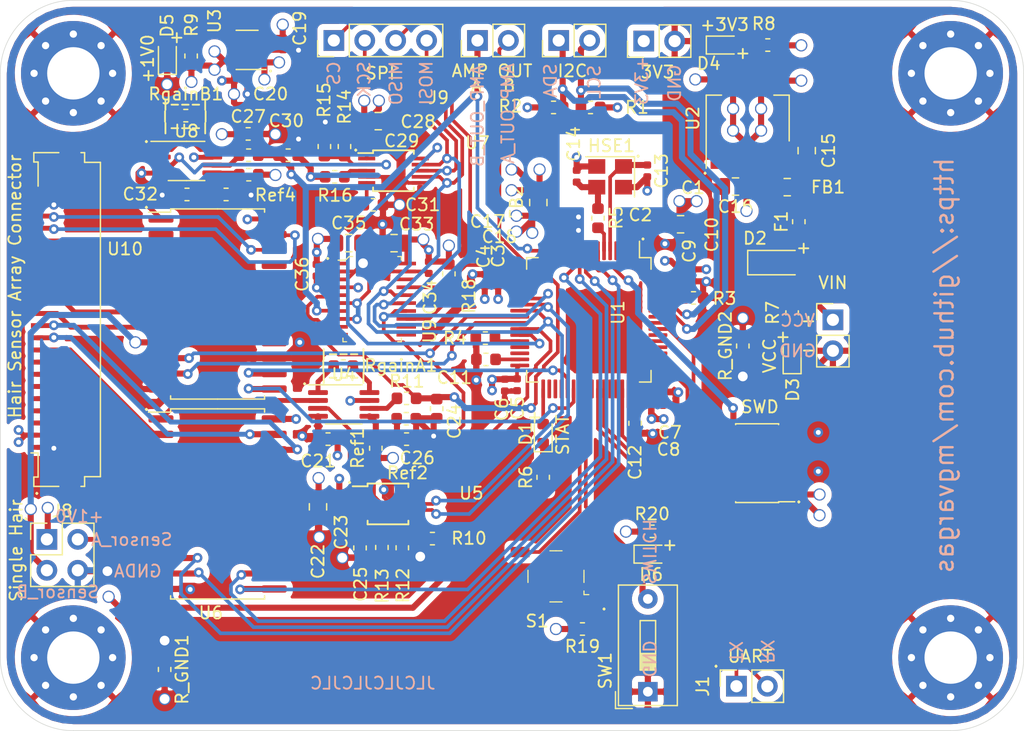
<source format=kicad_pcb>
(kicad_pcb (version 20171130) (host pcbnew "(5.1.6)-1")
  (layers (0 F.Cu signal) (1 In1.Cu power) (2 In2.Cu power) (31 B.Cu signal) (34 B.Paste user) (35 F.Paste user) (36 B.SilkS user) (37 F.SilkS user) (38 B.Mask user) (39 F.Mask user) (44 Edge.Cuts user))
  (net 0 "")
  (net 1 +3.3VA)
  (net 2 GND)
  (net 3 "Net-(C11-Pad1)")
  (net 4 "Net-(C12-Pad1)")
  (net 5 HSE_IN)
  (net 6 "Net-(C14-Pad1)")
  (net 7 "Net-(C15-Pad1)")
  (net 8 +3V3)
  (net 9 +1V0)
  (net 10 GNDA)
  (net 11 AMP_OUT_A)
  (net 12 "Net-(C25-Pad1)")
  (net 13 "Net-(C26-Pad1)")
  (net 14 AMP_OUT_B)
  (net 15 "Net-(C31-Pad1)")
  (net 16 "Net-(C32-Pad1)")
  (net 17 "Net-(D1-Pad2)")
  (net 18 "Net-(D1-Pad1)")
  (net 19 "Net-(D2-Pad1)")
  (net 20 VCC)
  (net 21 "Net-(D3-Pad2)")
  (net 22 "Net-(D4-Pad2)")
  (net 23 "Net-(D5-Pad2)")
  (net 24 Switch_Mode)
  (net 25 "Net-(D6-Pad2)")
  (net 26 "Net-(F1-Pad2)")
  (net 27 USART1_TX)
  (net 28 USART1_RX)
  (net 29 SWDIO)
  (net 30 SWCLK)
  (net 31 SWO)
  (net 32 "Net-(J2-Pad7)")
  (net 33 "Net-(J2-Pad8)")
  (net 34 NRST)
  (net 35 I2C1_SCL)
  (net 36 I2C1_SDA)
  (net 37 SPI1_CS)
  (net 38 SPI1_SCK)
  (net 39 SPI1_MISO)
  (net 40 SPI1_MOSI)
  (net 41 Sensor_A1)
  (net 42 Sensor_A2)
  (net 43 Sensor_A3)
  (net 44 Sensor_A4)
  (net 45 Sensor_A5)
  (net 46 Sensor_A6)
  (net 47 Sensor_A7)
  (net 48 Sensor_A8)
  (net 49 Sensor_A9)
  (net 50 Sensor_B1)
  (net 51 Sensor_B2)
  (net 52 Sensor_B3)
  (net 53 Sensor_B4)
  (net 54 Sensor_B5)
  (net 55 Sensor_B6)
  (net 56 Sensor_B7)
  (net 57 Sensor_B8)
  (net 58 Sensor_B9)
  (net 59 Sensor_A0)
  (net 60 Sensor_B0)
  (net 61 BOOT0)
  (net 62 BOOT1)
  (net 63 HSE_OUT)
  (net 64 POTI_HIGH_A)
  (net 65 "Net-(R11-Pad1)")
  (net 66 POTI_LOW_A)
  (net 67 POTI_HIGH_B)
  (net 68 POTI_LOW_B)
  (net 69 "Net-(R17-Pad1)")
  (net 70 "Net-(R18-Pad2)")
  (net 71 PushButton_VDD)
  (net 72 "Net-(RgainA1-Pad1)")
  (net 73 "Net-(RgainA1-Pad2)")
  (net 74 "Net-(RgainB1-Pad2)")
  (net 75 "Net-(RgainB1-Pad1)")
  (net 76 "Net-(S1-Pad2)")
  (net 77 PushButton_Calibration)
  (net 78 "Net-(S1-Pad4)")
  (net 79 "Net-(U1-Pad2)")
  (net 80 "Net-(U1-Pad3)")
  (net 81 "Net-(U1-Pad4)")
  (net 82 MUXA_S0)
  (net 83 MUXA_S1)
  (net 84 MUXA_S2)
  (net 85 MUXA_S3)
  (net 86 "Net-(U1-Pad14)")
  (net 87 ADC_SPI1_CS)
  (net 88 MUXB_S0)
  (net 89 MUXB_S1)
  (net 90 "Net-(U1-Pad29)")
  (net 91 "Net-(U1-Pad30)")
  (net 92 "Net-(U1-Pad34)")
  (net 93 "Net-(U1-Pad35)")
  (net 94 "Net-(U1-Pad36)")
  (net 95 MUXB_S2)
  (net 96 MUXB_S3)
  (net 97 "Net-(U1-Pad41)")
  (net 98 "Net-(U1-Pad44)")
  (net 99 "Net-(U1-Pad45)")
  (net 100 "Net-(U1-Pad50)")
  (net 101 "Net-(U1-Pad51)")
  (net 102 "Net-(U1-Pad52)")
  (net 103 "Net-(U1-Pad53)")
  (net 104 "Net-(U1-Pad54)")
  (net 105 "Net-(U1-Pad56)")
  (net 106 "Net-(U1-Pad57)")
  (net 107 "Net-(U1-Pad61)")
  (net 108 "Net-(U1-Pad62)")
  (net 109 "Net-(U3-Pad4)")
  (net 110 Sensor_AOUT)
  (net 111 "Net-(U6-Pad16)")
  (net 112 "Net-(U6-Pad17)")
  (net 113 "Net-(U6-Pad18)")
  (net 114 "Net-(U6-Pad19)")
  (net 115 "Net-(U6-Pad20)")
  (net 116 "Net-(U6-Pad21)")
  (net 117 Sensor_BOUT)
  (net 118 "Net-(U9-Pad9)")
  (net 119 "Net-(U9-Pad10)")
  (net 120 "Net-(U9-Pad11)")
  (net 121 "Net-(U9-Pad12)")
  (net 122 "Net-(U9-Pad18)")
  (net 123 "Net-(U10-Pad21)")
  (net 124 "Net-(U10-Pad20)")
  (net 125 "Net-(U10-Pad19)")
  (net 126 "Net-(U10-Pad18)")
  (net 127 "Net-(U10-Pad17)")
  (net 128 "Net-(U10-Pad16)")
  (net 129 SPI1_CS_POTIA)
  (net 130 SPI1_CS_POTIB)
  (net 131 "Net-(J7-Pad22)")
  (module Package_QFP:LQFP-64_10x10mm_P0.5mm (layer F.Cu) (at 68.35 46.25 270)
    (fp_text reference U1 (at -0.6 -2.4 90) (layer F.SilkS))
    (fp_text value STM32F405RGTx)
    (pad 1 smd roundrect (at -5.675 -3.75 270) (size 1.55 0.3) (layers F.Cu F.Paste F.Mask) (net 8 +3V3))
    (pad 2 smd roundrect (at -5.675 -3.25 270) (size 1.55 0.3) (layers F.Cu F.Paste F.Mask) (net 79 "Net-(U1-Pad2)"))
    (pad 3 smd roundrect (at -5.675 -2.75 270) (size 1.55 0.3) (layers F.Cu F.Paste F.Mask) (net 80 "Net-(U1-Pad3)"))
    (pad 4 smd roundrect (at -5.675 -2.25 270) (size 1.55 0.3) (layers F.Cu F.Paste F.Mask) (net 81 "Net-(U1-Pad4)"))
    (pad 5 smd roundrect (at -5.675 -1.75 270) (size 1.55 0.3) (layers F.Cu F.Paste F.Mask) (net 5 HSE_IN))
    (pad 6 smd roundrect (at -5.675 -1.25 270) (size 1.55 0.3) (layers F.Cu F.Paste F.Mask) (net 63 HSE_OUT))
    (pad 7 smd roundrect (at -5.675 -0.75 270) (size 1.55 0.3) (layers F.Cu F.Paste F.Mask) (net 34 NRST))
    (pad 8 smd roundrect (at -5.675 -0.25 270) (size 1.55 0.3) (layers F.Cu F.Paste F.Mask) (net 82 MUXA_S0))
    (pad 9 smd roundrect (at -5.675 0.25 270) (size 1.55 0.3) (layers F.Cu F.Paste F.Mask) (net 83 MUXA_S1))
    (pad 10 smd roundrect (at -5.675 0.75 270) (size 1.55 0.3) (layers F.Cu F.Paste F.Mask) (net 84 MUXA_S2))
    (pad 11 smd roundrect (at -5.675 1.25 270) (size 1.55 0.3) (layers F.Cu F.Paste F.Mask) (net 85 MUXA_S3))
    (pad 12 smd roundrect (at -5.675 1.75 270) (size 1.55 0.3) (layers F.Cu F.Paste F.Mask) (net 10 GNDA))
    (pad 13 smd roundrect (at -5.675 2.25 270) (size 1.55 0.3) (layers F.Cu F.Paste F.Mask) (net 1 +3.3VA))
    (pad 14 smd roundrect (at -5.675 2.75 270) (size 1.55 0.3) (layers F.Cu F.Paste F.Mask) (net 86 "Net-(U1-Pad14)"))
    (pad 15 smd roundrect (at -5.675 3.25 270) (size 1.55 0.3) (layers F.Cu F.Paste F.Mask) (net 11 AMP_OUT_A))
    (pad 16 smd roundrect (at -5.675 3.75 270) (size 1.55 0.3) (layers F.Cu F.Paste F.Mask) (net 14 AMP_OUT_B))
    (pad 17 smd roundrect (at -3.75 5.675 270) (size 0.3 1.55) (layers F.Cu F.Paste F.Mask) (net 87 ADC_SPI1_CS))
    (pad 18 smd roundrect (at -3.25 5.675 270) (size 0.3 1.55) (layers F.Cu F.Paste F.Mask) (net 2 GND))
    (pad 19 smd roundrect (at -2.75 5.675 270) (size 0.3 1.55) (layers F.Cu F.Paste F.Mask) (net 8 +3V3))
    (pad 20 smd roundrect (at -2.25 5.675 270) (size 0.3 1.55) (layers F.Cu F.Paste F.Mask) (net 37 SPI1_CS))
    (pad 21 smd roundrect (at -1.75 5.675 270) (size 0.3 1.55) (layers F.Cu F.Paste F.Mask) (net 38 SPI1_SCK))
    (pad 22 smd roundrect (at -1.25 5.675 270) (size 0.3 1.55) (layers F.Cu F.Paste F.Mask) (net 39 SPI1_MISO))
    (pad 23 smd roundrect (at -0.75 5.675 270) (size 0.3 1.55) (layers F.Cu F.Paste F.Mask) (net 40 SPI1_MOSI))
    (pad 24 smd roundrect (at -0.25 5.675 270) (size 0.3 1.55) (layers F.Cu F.Paste F.Mask) (net 88 MUXB_S0))
    (pad 25 smd roundrect (at 0.25 5.675 270) (size 0.3 1.55) (layers F.Cu F.Paste F.Mask) (net 89 MUXB_S1))
    (pad 26 smd roundrect (at 0.75 5.675 270) (size 0.3 1.55) (layers F.Cu F.Paste F.Mask) (net 129 SPI1_CS_POTIA))
    (pad 27 smd roundrect (at 1.25 5.675 270) (size 0.3 1.55) (layers F.Cu F.Paste F.Mask) (net 130 SPI1_CS_POTIB))
    (pad 28 smd roundrect (at 1.75 5.675 270) (size 0.3 1.55) (layers F.Cu F.Paste F.Mask) (net 62 BOOT1))
    (pad 29 smd roundrect (at 2.25 5.675 270) (size 0.3 1.55) (layers F.Cu F.Paste F.Mask) (net 90 "Net-(U1-Pad29)"))
    (pad 30 smd roundrect (at 2.75 5.675 270) (size 0.3 1.55) (layers F.Cu F.Paste F.Mask) (net 91 "Net-(U1-Pad30)"))
    (pad 31 smd roundrect (at 3.25 5.675 270) (size 0.3 1.55) (layers F.Cu F.Paste F.Mask) (net 3 "Net-(C11-Pad1)"))
    (pad 32 smd roundrect (at 3.75 5.675 270) (size 0.3 1.55) (layers F.Cu F.Paste F.Mask) (net 8 +3V3))
    (pad 33 smd roundrect (at 5.675 3.75 270) (size 1.55 0.3) (layers F.Cu F.Paste F.Mask) (net 17 "Net-(D1-Pad2)"))
    (pad 34 smd roundrect (at 5.675 3.25 270) (size 1.55 0.3) (layers F.Cu F.Paste F.Mask) (net 92 "Net-(U1-Pad34)"))
    (pad 35 smd roundrect (at 5.675 2.75 270) (size 1.55 0.3) (layers F.Cu F.Paste F.Mask) (net 93 "Net-(U1-Pad35)"))
    (pad 36 smd roundrect (at 5.675 2.25 270) (size 1.55 0.3) (layers F.Cu F.Paste F.Mask) (net 94 "Net-(U1-Pad36)"))
    (pad 37 smd roundrect (at 5.675 1.75 270) (size 1.55 0.3) (layers F.Cu F.Paste F.Mask) (net 95 MUXB_S2))
    (pad 38 smd roundrect (at 5.675 1.25 270) (size 1.55 0.3) (layers F.Cu F.Paste F.Mask) (net 96 MUXB_S3))
    (pad 39 smd roundrect (at 5.675 0.75 270) (size 1.55 0.3) (layers F.Cu F.Paste F.Mask) (net 77 PushButton_Calibration))
    (pad 40 smd roundrect (at 5.675 0.25 270) (size 1.55 0.3) (layers F.Cu F.Paste F.Mask) (net 24 Switch_Mode))
    (pad 41 smd roundrect (at 5.675 -0.25 270) (size 1.55 0.3) (layers F.Cu F.Paste F.Mask) (net 97 "Net-(U1-Pad41)"))
    (pad 42 smd roundrect (at 5.675 -0.75 270) (size 1.55 0.3) (layers F.Cu F.Paste F.Mask) (net 27 USART1_TX))
    (pad 43 smd roundrect (at 5.675 -1.25 270) (size 1.55 0.3) (layers F.Cu F.Paste F.Mask) (net 28 USART1_RX))
    (pad 44 smd roundrect (at 5.675 -1.75 270) (size 1.55 0.3) (layers F.Cu F.Paste F.Mask) (net 98 "Net-(U1-Pad44)"))
    (pad 45 smd roundrect (at 5.675 -2.25 270) (size 1.55 0.3) (layers F.Cu F.Paste F.Mask) (net 99 "Net-(U1-Pad45)"))
    (pad 46 smd roundrect (at 5.675 -2.75 270) (size 1.55 0.3) (layers F.Cu F.Paste F.Mask) (net 29 SWDIO))
    (pad 47 smd roundrect (at 5.675 -3.25 270) (size 1.55 0.3) (layers F.Cu F.Paste F.Mask) (net 4 "Net-(C12-Pad1)"))
    (pad 48 smd roundrect (at 5.675 -3.75 270) (size 1.55 0.3) (layers F.Cu F.Paste F.Mask) (net 8 +3V3))
    (pad 49 smd roundrect (at 3.75 -5.675 270) (size 0.3 1.55) (layers F.Cu F.Paste F.Mask) (net 30 SWCLK))
    (pad 50 smd roundrect (at 3.25 -5.675 270) (size 0.3 1.55) (layers F.Cu F.Paste F.Mask) (net 100 "Net-(U1-Pad50)"))
    (pad 51 smd roundrect (at 2.75 -5.675 270) (size 0.3 1.55) (layers F.Cu F.Paste F.Mask) (net 101 "Net-(U1-Pad51)"))
    (pad 52 smd roundrect (at 2.25 -5.675 270) (size 0.3 1.55) (layers F.Cu F.Paste F.Mask) (net 102 "Net-(U1-Pad52)"))
    (pad 53 smd roundrect (at 1.75 -5.675 270) (size 0.3 1.55) (layers F.Cu F.Paste F.Mask) (net 103 "Net-(U1-Pad53)"))
    (pad 54 smd roundrect (at 1.25 -5.675 270) (size 0.3 1.55) (layers F.Cu F.Paste F.Mask) (net 104 "Net-(U1-Pad54)"))
    (pad 55 smd roundrect (at 0.75 -5.675 270) (size 0.3 1.55) (layers F.Cu F.Paste F.Mask) (net 31 SWO))
    (pad 56 smd roundrect (at 0.25 -5.675 270) (size 0.3 1.55) (layers F.Cu F.Paste F.Mask) (net 105 "Net-(U1-Pad56)"))
    (pad 57 smd roundrect (at -0.25 -5.675 270) (size 0.3 1.55) (layers F.Cu F.Paste F.Mask) (net 106 "Net-(U1-Pad57)"))
    (pad 58 smd roundrect (at -0.75 -5.675 270) (size 0.3 1.55) (layers F.Cu F.Paste F.Mask) (net 35 I2C1_SCL))
    (pad 59 smd roundrect (at -1.25 -5.675 270) (size 0.3 1.55) (layers F.Cu F.Paste F.Mask) (net 36 I2C1_SDA))
    (pad 60 smd roundrect (at -1.75 -5.675 270) (size 0.3 1.55) (layers F.Cu F.Paste F.Mask) (net 61 BOOT0))
    (pad 61 smd roundrect (at -2.25 -5.675 270) (size 0.3 1.55) (layers F.Cu F.Paste F.Mask) (net 107 "Net-(U1-Pad61)"))
    (pad 62 smd roundrect (at -2.75 -5.675 270) (size 0.3 1.55) (layers F.Cu F.Paste F.Mask) (net 108 "Net-(U1-Pad62)"))
    (pad 63 smd roundrect (at -3.25 -5.675 270) (size 0.3 1.55) (layers F.Cu F.Paste F.Mask) (net 2 GND))
    (pad 64 smd roundrect (at -3.75 -5.675 270) (size 0.3 1.55) (layers F.Cu F.Paste F.Mask) (net 8 +3V3))
  )
  (module Connector_FFC-FPC:Molex_200528-0220_1x22-1MP_P1.00mm_Horizontal (layer F.Cu) (at 23.925 46.225 90)
    (fp_text reference J7)
    (fp_text value Sensor_Array_Connector)
    (pad 22 smd rect (at 10.5 -0.91 90) (size 0.4 1) (layers F.Cu F.Paste F.Mask) (net 131 "Net-(J7-Pad22)"))
    (pad 21 smd rect (at 9.5 -0.91 90) (size 0.4 1) (layers F.Cu F.Paste F.Mask) (net 10 GNDA))
    (pad 20 smd rect (at 8.5 -0.91 90) (size 0.4 1) (layers F.Cu F.Paste F.Mask) (net 58 Sensor_B9))
    (pad 19 smd rect (at 7.5 -0.91 90) (size 0.4 1) (layers F.Cu F.Paste F.Mask) (net 57 Sensor_B8))
    (pad 18 smd rect (at 6.5 -0.91 90) (size 0.4 1) (layers F.Cu F.Paste F.Mask) (net 56 Sensor_B7))
    (pad 17 smd rect (at 5.5 -0.91 90) (size 0.4 1) (layers F.Cu F.Paste F.Mask) (net 55 Sensor_B6))
    (pad 16 smd rect (at 4.5 -0.91 90) (size 0.4 1) (layers F.Cu F.Paste F.Mask) (net 54 Sensor_B5))
    (pad 15 smd rect (at 3.5 -0.91 90) (size 0.4 1) (layers F.Cu F.Paste F.Mask) (net 53 Sensor_B4))
    (pad 14 smd rect (at 2.5 -0.91 90) (size 0.4 1) (layers F.Cu F.Paste F.Mask) (net 52 Sensor_B3))
    (pad 13 smd rect (at 1.5 -0.91 90) (size 0.4 1) (layers F.Cu F.Paste F.Mask) (net 51 Sensor_B2))
    (pad 12 smd rect (at 0.5 -0.91 90) (size 0.4 1) (layers F.Cu F.Paste F.Mask) (net 50 Sensor_B1))
    (pad 11 smd rect (at -0.5 -0.91 90) (size 0.4 1) (layers F.Cu F.Paste F.Mask) (net 49 Sensor_A9))
    (pad 10 smd rect (at -1.5 -0.91 90) (size 0.4 1) (layers F.Cu F.Paste F.Mask) (net 48 Sensor_A8))
    (pad 9 smd rect (at -2.5 -0.91 90) (size 0.4 1) (layers F.Cu F.Paste F.Mask) (net 47 Sensor_A7))
    (pad 8 smd rect (at -3.5 -0.91 90) (size 0.4 1) (layers F.Cu F.Paste F.Mask) (net 46 Sensor_A6))
    (pad 7 smd rect (at -4.5 -0.91 90) (size 0.4 1) (layers F.Cu F.Paste F.Mask) (net 45 Sensor_A5))
    (pad 6 smd rect (at -5.5 -0.91 90) (size 0.4 1) (layers F.Cu F.Paste F.Mask) (net 44 Sensor_A4))
    (pad 5 smd rect (at -6.5 -0.91 90) (size 0.4 1) (layers F.Cu F.Paste F.Mask) (net 43 Sensor_A3))
    (pad 4 smd rect (at -7.5 -0.91 90) (size 0.4 1) (layers F.Cu F.Paste F.Mask) (net 42 Sensor_A2))
    (pad 3 smd rect (at -8.5 -0.91 90) (size 0.4 1) (layers F.Cu F.Paste F.Mask) (net 41 Sensor_A1))
    (pad 2 smd rect (at -9.5 -0.91 90) (size 0.4 1) (layers F.Cu F.Paste F.Mask) (net 9 +1V0))
    (pad 1 smd rect (at -10.5 -0.91 90) (size 0.4 1) (layers F.Cu F.Paste F.Mask) (net 10 GNDA))
    (pad MP smd rect (at 13.3 1.79 90) (size 2 1.3) (layers F.Cu F.Paste F.Mask))
    (pad MP smd rect (at -13.3 1.79 90) (size 2 1.3) (layers F.Cu F.Paste F.Mask))
  )
  (module Capacitor_SMD:C_0805_2012Metric (layer F.Cu) (at 75.8875 38.4)
    (fp_text reference C1 (at 1.0125 -3) (layer F.SilkS))
    (fp_text value 10u)
    (pad 1 smd roundrect (at -0.9375 0) (size 0.975 1.4) (layers F.Cu F.Paste F.Mask) (net 8 +3V3))
    (pad 2 smd roundrect (at 0.9375 0) (size 0.975 1.4) (layers F.Cu F.Paste F.Mask) (net 2 GND))
  )
  (module Capacitor_SMD:C_0402_1005Metric (layer F.Cu) (at 72.585 38.8)
    (fp_text reference C2 (at 0 -1.17) (layer F.SilkS))
    (fp_text value 100n)
    (pad 1 smd roundrect (at -0.485 0) (size 0.59 0.64) (layers F.Cu F.Paste F.Mask) (net 8 +3V3))
    (pad 2 smd roundrect (at 0.485 0) (size 0.59 0.64) (layers F.Cu F.Paste F.Mask) (net 2 GND))
  )
  (module Capacitor_SMD:C_0402_1005Metric (layer F.Cu) (at 60.9 43 90)
    (fp_text reference C3 (at 2 0 90) (layer F.SilkS))
    (fp_text value 100n)
    (pad 1 smd roundrect (at -0.485 0 90) (size 0.59 0.64) (layers F.Cu F.Paste F.Mask) (net 8 +3V3))
    (pad 2 smd roundrect (at 0.485 0 90) (size 0.59 0.64) (layers F.Cu F.Paste F.Mask) (net 2 GND))
  )
  (module Capacitor_SMD:C_0402_1005Metric (layer F.Cu) (at 59.8 43 90)
    (fp_text reference C4 (at 1.95 -0.1 90) (layer F.SilkS))
    (fp_text value 100n)
    (pad 2 smd roundrect (at 0.485 0 90) (size 0.59 0.64) (layers F.Cu F.Paste F.Mask) (net 2 GND))
    (pad 1 smd roundrect (at -0.485 0 90) (size 0.59 0.64) (layers F.Cu F.Paste F.Mask) (net 8 +3V3))
  )
  (module Capacitor_SMD:C_0402_1005Metric (layer F.Cu) (at 62.45 51.585 270)
    (fp_text reference C5 (at 1.915 -0.05 90) (layer F.SilkS))
    (fp_text value 100n)
    (pad 2 smd roundrect (at 0.485 0 270) (size 0.59 0.64) (layers F.Cu F.Paste F.Mask) (net 2 GND))
    (pad 1 smd roundrect (at -0.485 0 270) (size 0.59 0.64) (layers F.Cu F.Paste F.Mask) (net 8 +3V3))
  )
  (module Capacitor_SMD:C_0402_1005Metric (layer F.Cu) (at 61.45 51.615 270)
    (fp_text reference C6 (at 1.985 0.25 90) (layer F.SilkS))
    (fp_text value 100n)
    (pad 2 smd roundrect (at 0.485 0 270) (size 0.59 0.64) (layers F.Cu F.Paste F.Mask) (net 2 GND))
    (pad 1 smd roundrect (at -0.485 0 270) (size 0.59 0.64) (layers F.Cu F.Paste F.Mask) (net 8 +3V3))
  )
  (module Capacitor_SMD:C_0402_1005Metric (layer F.Cu) (at 73.95 52.15)
    (fp_text reference C7 (at 1.05 3.35) (layer F.SilkS))
    (fp_text value 100n)
    (pad 2 smd roundrect (at 0.485 0) (size 0.59 0.64) (layers F.Cu F.Paste F.Mask) (net 2 GND))
    (pad 1 smd roundrect (at -0.485 0) (size 0.59 0.64) (layers F.Cu F.Paste F.Mask) (net 8 +3V3))
  )
  (module Capacitor_SMD:C_0402_1005Metric (layer F.Cu) (at 73.95 53.25)
    (fp_text reference C8 (at 0.95 3.65) (layer F.SilkS))
    (fp_text value 100n)
    (pad 1 smd roundrect (at -0.485 0) (size 0.59 0.64) (layers F.Cu F.Paste F.Mask) (net 8 +3V3))
    (pad 2 smd roundrect (at 0.485 0) (size 0.59 0.64) (layers F.Cu F.Paste F.Mask) (net 2 GND))
  )
  (module Capacitor_SMD:C_0402_1005Metric (layer F.Cu) (at 75.8 42.6 270)
    (fp_text reference C9 (at -2 -0.8 90) (layer F.SilkS))
    (fp_text value 100n)
    (pad 2 smd roundrect (at 0.485 0 270) (size 0.59 0.64) (layers F.Cu F.Paste F.Mask) (net 2 GND))
    (pad 1 smd roundrect (at -0.485 0 270) (size 0.59 0.64) (layers F.Cu F.Paste F.Mask) (net 8 +3V3))
  )
  (module Capacitor_SMD:C_0402_1005Metric (layer F.Cu) (at 76.9 42.6 270)
    (fp_text reference C10 (at -3.35 -1.55 90) (layer F.SilkS))
    (fp_text value 100n)
    (pad 1 smd roundrect (at -0.485 0 270) (size 0.59 0.64) (layers F.Cu F.Paste F.Mask) (net 8 +3V3))
    (pad 2 smd roundrect (at 0.485 0 270) (size 0.59 0.64) (layers F.Cu F.Paste F.Mask) (net 2 GND))
  )
  (module Capacitor_SMD:C_0603_1608Metric (layer F.Cu) (at 59.9 49.5 180)
    (fp_text reference C11 (at 2.6 -1.5) (layer F.SilkS))
    (fp_text value 2.2u)
    (pad 2 smd roundrect (at 0.7875 0 180) (size 0.875 0.95) (layers F.Cu F.Paste F.Mask) (net 2 GND))
    (pad 1 smd roundrect (at -0.7875 0 180) (size 0.875 0.95) (layers F.Cu F.Paste F.Mask) (net 3 "Net-(C11-Pad1)"))
  )
  (module Capacitor_SMD:C_0603_1608Metric (layer F.Cu) (at 72.15 54.75 270)
    (fp_text reference C12 (at 3.2125 0 90) (layer F.SilkS))
    (fp_text value 2.2u)
    (pad 1 smd roundrect (at -0.7875 0 270) (size 0.875 0.95) (layers F.Cu F.Paste F.Mask) (net 4 "Net-(C12-Pad1)"))
    (pad 2 smd roundrect (at 0.7875 0 270) (size 0.875 0.95) (layers F.Cu F.Paste F.Mask) (net 2 GND))
  )
  (module Capacitor_SMD:C_0402_1005Metric (layer F.Cu) (at 73.15 34.015 270)
    (fp_text reference C13 (at 0 -1.17 90) (layer F.SilkS))
    (fp_text value 12p)
    (pad 2 smd roundrect (at 0.485 0 270) (size 0.59 0.64) (layers F.Cu F.Paste F.Mask) (net 2 GND))
    (pad 1 smd roundrect (at -0.485 0 270) (size 0.59 0.64) (layers F.Cu F.Paste F.Mask) (net 5 HSE_IN))
  )
  (module Capacitor_SMD:C_0402_1005Metric (layer F.Cu) (at 67.35 34.45 90)
    (fp_text reference C14 (at 2.65 -0.25 90) (layer F.SilkS))
    (fp_text value 12p)
    (pad 1 smd roundrect (at -0.485 0 90) (size 0.59 0.64) (layers F.Cu F.Paste F.Mask) (net 6 "Net-(C14-Pad1)"))
    (pad 2 smd roundrect (at 0.485 0 90) (size 0.59 0.64) (layers F.Cu F.Paste F.Mask) (net 2 GND))
  )
  (module Capacitor_SMD:C_0805_2012Metric (layer F.Cu) (at 86.25 32.35 90)
    (fp_text reference C15 (at 0 1.8 90) (layer F.SilkS))
    (fp_text value 10u)
    (pad 2 smd roundrect (at 0.9375 0 90) (size 0.975 1.4) (layers F.Cu F.Paste F.Mask) (net 2 GND))
    (pad 1 smd roundrect (at -0.9375 0 90) (size 0.975 1.4) (layers F.Cu F.Paste F.Mask) (net 7 "Net-(C15-Pad1)"))
  )
  (module Capacitor_SMD:C_0805_2012Metric (layer F.Cu) (at 80.4 35.3 180)
    (fp_text reference C16 (at 0 -1.65) (layer F.SilkS))
    (fp_text value 10u)
    (pad 1 smd roundrect (at -0.9375 0 180) (size 0.975 1.4) (layers F.Cu F.Paste F.Mask) (net 8 +3V3))
    (pad 2 smd roundrect (at 0.9375 0 180) (size 0.975 1.4) (layers F.Cu F.Paste F.Mask) (net 2 GND))
  )
  (module Capacitor_SMD:C_0402_1005Metric (layer F.Cu) (at 66.15 37.75)
    (fp_text reference C17 (at -6.125 0.425 180) (layer F.SilkS))
    (fp_text value 100n)
    (pad 2 smd roundrect (at 0.485 0) (size 0.59 0.64) (layers F.Cu F.Paste F.Mask) (net 10 GNDA))
    (pad 1 smd roundrect (at -0.485 0) (size 0.59 0.64) (layers F.Cu F.Paste F.Mask) (net 1 +3.3VA))
  )
  (module Capacitor_SMD:C_0402_1005Metric (layer F.Cu) (at 66.15 38.9)
    (fp_text reference C18 (at -5.15 0.525 180) (layer F.SilkS))
    (fp_text value 10n)
    (pad 1 smd roundrect (at -0.485 0) (size 0.59 0.64) (layers F.Cu F.Paste F.Mask) (net 1 +3.3VA))
    (pad 2 smd roundrect (at 0.485 0) (size 0.59 0.64) (layers F.Cu F.Paste F.Mask) (net 10 GNDA))
  )
  (module Capacitor_SMD:C_0402_1005Metric (layer F.Cu) (at 43.225 23.575 270)
    (fp_text reference C19 (at -1.275 -1.375 90) (layer F.SilkS))
    (fp_text value 100n)
    (pad 2 smd roundrect (at 0.485 0 270) (size 0.59 0.64) (layers F.Cu F.Paste F.Mask) (net 10 GNDA))
    (pad 1 smd roundrect (at -0.485 0 270) (size 0.59 0.64) (layers F.Cu F.Paste F.Mask) (net 1 +3.3VA))
  )
  (module Capacitor_SMD:C_0402_1005Metric (layer F.Cu) (at 39.7 26.6)
    (fp_text reference C20 (at 2.5 1.1) (layer F.SilkS))
    (fp_text value 100n)
    (pad 1 smd roundrect (at -0.485 0) (size 0.59 0.64) (layers F.Cu F.Paste F.Mask) (net 9 +1V0))
    (pad 2 smd roundrect (at 0.485 0) (size 0.59 0.64) (layers F.Cu F.Paste F.Mask) (net 10 GNDA))
  )
  (module Capacitor_SMD:C_0603_1608Metric (layer F.Cu) (at 46.925 56.05 180)
    (fp_text reference C21 (at 0.825 -1.8) (layer F.SilkS))
    (fp_text value 1u)
    (pad 1 smd roundrect (at -0.7875 0 180) (size 0.875 0.95) (layers F.Cu F.Paste F.Mask) (net 8 +3V3))
    (pad 2 smd roundrect (at 0.7875 0 180) (size 0.875 0.95) (layers F.Cu F.Paste F.Mask) (net 2 GND))
  )
  (module Capacitor_SMD:C_0805_2012Metric (layer F.Cu) (at 46.1 61.6125 270)
    (fp_text reference C22 (at 4.4875 0 90) (layer F.SilkS))
    (fp_text value 10u)
    (pad 1 smd roundrect (at -0.9375 0 270) (size 0.975 1.4) (layers F.Cu F.Paste F.Mask) (net 8 +3V3))
    (pad 2 smd roundrect (at 0.9375 0 270) (size 0.975 1.4) (layers F.Cu F.Paste F.Mask) (net 2 GND))
  )
  (module Capacitor_SMD:C_0402_1005Metric (layer F.Cu) (at 47.875 60.925 270)
    (fp_text reference C23 (at 2.775 -0.125 90) (layer F.SilkS))
    (fp_text value 100n)
    (pad 2 smd roundrect (at 0.485 0 270) (size 0.59 0.64) (layers F.Cu F.Paste F.Mask) (net 2 GND))
    (pad 1 smd roundrect (at -0.485 0 270) (size 0.59 0.64) (layers F.Cu F.Paste F.Mask) (net 8 +3V3))
  )
  (module Capacitor_SMD:C_0603_1608Metric (layer F.Cu) (at 55.85 53.55 270)
    (fp_text reference C24 (at 1.05 -1.45 90) (layer F.SilkS))
    (fp_text value 1u)
    (pad 1 smd roundrect (at -0.7875 0 270) (size 0.875 0.95) (layers F.Cu F.Paste F.Mask) (net 11 AMP_OUT_A))
    (pad 2 smd roundrect (at 0.7875 0 270) (size 0.875 0.95) (layers F.Cu F.Paste F.Mask) (net 10 GNDA))
  )
  (module Capacitor_SMD:C_0603_1608Metric (layer F.Cu) (at 49.55 64.9875 270)
    (fp_text reference C25 (at 2.9875 -0.05 90) (layer F.SilkS))
    (fp_text value 1u)
    (pad 2 smd roundrect (at 0.7875 0 270) (size 0.875 0.95) (layers F.Cu F.Paste F.Mask) (net 2 GND))
    (pad 1 smd roundrect (at -0.7875 0 270) (size 0.875 0.95) (layers F.Cu F.Paste F.Mask) (net 12 "Net-(C25-Pad1)"))
  )
  (module Capacitor_SMD:C_0603_1608Metric (layer F.Cu) (at 53.35 54.375)
    (fp_text reference C26 (at 0.9 3.225) (layer F.SilkS))
    (fp_text value 1n)
    (pad 2 smd roundrect (at 0.7875 0) (size 0.875 0.95) (layers F.Cu F.Paste F.Mask) (net 10 GNDA))
    (pad 1 smd roundrect (at -0.7875 0) (size 0.875 0.95) (layers F.Cu F.Paste F.Mask) (net 13 "Net-(C26-Pad1)"))
  )
  (module Capacitor_SMD:C_0603_1608Metric (layer F.Cu) (at 40.3625 30.975)
    (fp_text reference C27 (at 0 -1.43) (layer F.SilkS))
    (fp_text value 1u)
    (pad 2 smd roundrect (at 0.7875 0) (size 0.875 0.95) (layers F.Cu F.Paste F.Mask) (net 2 GND))
    (pad 1 smd roundrect (at -0.7875 0) (size 0.875 0.95) (layers F.Cu F.Paste F.Mask) (net 8 +3V3))
  )
  (module Capacitor_SMD:C_0805_2012Metric (layer F.Cu) (at 51.05 29.925)
    (fp_text reference C28 (at 3.275 0.05) (layer F.SilkS))
    (fp_text value 10u)
    (pad 2 smd roundrect (at 0.9375 0) (size 0.975 1.4) (layers F.Cu F.Paste F.Mask) (net 2 GND))
    (pad 1 smd roundrect (at -0.9375 0) (size 0.975 1.4) (layers F.Cu F.Paste F.Mask) (net 8 +3V3))
  )
  (module Capacitor_SMD:C_0402_1005Metric (layer F.Cu) (at 50.585 31.55)
    (fp_text reference C29 (at 2.39 0) (layer F.SilkS))
    (fp_text value 100n)
    (pad 1 smd roundrect (at -0.485 0) (size 0.59 0.64) (layers F.Cu F.Paste F.Mask) (net 8 +3V3))
    (pad 2 smd roundrect (at 0.485 0) (size 0.59 0.64) (layers F.Cu F.Paste F.Mask) (net 2 GND))
  )
  (module Capacitor_SMD:C_0603_1608Metric (layer F.Cu) (at 43.65 32.725)
    (fp_text reference C30 (at -0.15 -2.825) (layer F.SilkS))
    (fp_text value 1u)
    (pad 2 smd roundrect (at 0.7875 0) (size 0.875 0.95) (layers F.Cu F.Paste F.Mask) (net 10 GNDA))
    (pad 1 smd roundrect (at -0.7875 0) (size 0.875 0.95) (layers F.Cu F.Paste F.Mask) (net 14 AMP_OUT_B))
  )
  (module Capacitor_SMD:C_0603_1608Metric (layer F.Cu) (at 50.65 36.8)
    (fp_text reference C31 (at 4.05 0 180) (layer F.SilkS))
    (fp_text value 1u)
    (pad 1 smd roundrect (at -0.7875 0) (size 0.875 0.95) (layers F.Cu F.Paste F.Mask) (net 15 "Net-(C31-Pad1)"))
    (pad 2 smd roundrect (at 0.7875 0) (size 0.875 0.95) (layers F.Cu F.Paste F.Mask) (net 2 GND))
  )
  (module Capacitor_SMD:C_0603_1608Metric (layer F.Cu) (at 35.3375 35.95 180)
    (fp_text reference C32 (at 3.8375 0.025) (layer F.SilkS))
    (fp_text value 1n)
    (pad 1 smd roundrect (at -0.7875 0 180) (size 0.875 0.95) (layers F.Cu F.Paste F.Mask) (net 16 "Net-(C32-Pad1)"))
    (pad 2 smd roundrect (at 0.7875 0 180) (size 0.875 0.95) (layers F.Cu F.Paste F.Mask) (net 10 GNDA))
  )
  (module Capacitor_SMD:C_0805_2012Metric (layer F.Cu) (at 52.35 39.95 180)
    (fp_text reference C33 (at -1.85 1.55) (layer F.SilkS))
    (fp_text value 10u)
    (pad 1 smd roundrect (at -0.9375 0 180) (size 0.975 1.4) (layers F.Cu F.Paste F.Mask) (net 8 +3V3))
    (pad 2 smd roundrect (at 0.9375 0 180) (size 0.975 1.4) (layers F.Cu F.Paste F.Mask) (net 2 GND))
  )
  (module Capacitor_SMD:C_0402_1005Metric (layer F.Cu) (at 55.2 41.95 270)
    (fp_text reference C34 (at 2.45 -0.1 90) (layer F.SilkS))
    (fp_text value 100n)
    (pad 1 smd roundrect (at -0.485 0 270) (size 0.59 0.64) (layers F.Cu F.Paste F.Mask) (net 8 +3V3))
    (pad 2 smd roundrect (at 0.485 0 270) (size 0.59 0.64) (layers F.Cu F.Paste F.Mask) (net 2 GND))
  )
  (module Capacitor_SMD:C_0805_2012Metric (layer F.Cu) (at 48.625 39.95)
    (fp_text reference C35 (at 0 -1.65) (layer F.SilkS))
    (fp_text value 10u)
    (pad 2 smd roundrect (at 0.9375 0) (size 0.975 1.4) (layers F.Cu F.Paste F.Mask) (net 10 GNDA))
    (pad 1 smd roundrect (at -0.9375 0) (size 0.975 1.4) (layers F.Cu F.Paste F.Mask) (net 1 +3.3VA))
  )
  (module Capacitor_SMD:C_0402_1005Metric (layer F.Cu) (at 45.975 42.175 270)
    (fp_text reference C36 (at 0.325 1.175 90) (layer F.SilkS))
    (fp_text value 100n)
    (pad 1 smd roundrect (at -0.485 0 270) (size 0.59 0.64) (layers F.Cu F.Paste F.Mask) (net 1 +3.3VA))
    (pad 2 smd roundrect (at 0.485 0 270) (size 0.59 0.64) (layers F.Cu F.Paste F.Mask) (net 10 GNDA))
  )
  (module LED_SMD:LED_0603_1608Metric (layer F.Cu) (at 64.6 55.6 90)
    (fp_text reference D1 (at 0 -1.43 90) (layer F.SilkS))
    (fp_text value LED)
    (pad 2 smd roundrect (at 0.7875 0 90) (size 0.875 0.95) (layers F.Cu F.Paste F.Mask) (net 17 "Net-(D1-Pad2)"))
    (pad 1 smd roundrect (at -0.7875 0 90) (size 0.875 0.95) (layers F.Cu F.Paste F.Mask) (net 18 "Net-(D1-Pad1)"))
  )
  (module Diode_SMD:D_SOD-123 (layer F.Cu) (at 83.65 41.55)
    (fp_text reference D2 (at -1.65 -2) (layer F.SilkS))
    (fp_text value B5819W)
    (pad 1 smd rect (at -1.65 0) (size 0.9 1.2) (layers F.Cu F.Paste F.Mask) (net 19 "Net-(D2-Pad1)"))
    (pad 2 smd rect (at 1.65 0) (size 0.9 1.2) (layers F.Cu F.Paste F.Mask) (net 20 VCC))
  )
  (module LED_SMD:LED_0603_1608Metric (layer F.Cu) (at 85.05 49.1875 90)
    (fp_text reference D3 (at -2.8125 0.05 90) (layer F.SilkS))
    (fp_text value LED)
    (pad 2 smd roundrect (at 0.7875 0 90) (size 0.875 0.95) (layers F.Cu F.Paste F.Mask) (net 21 "Net-(D3-Pad2)"))
    (pad 1 smd roundrect (at -0.7875 0 90) (size 0.875 0.95) (layers F.Cu F.Paste F.Mask) (net 2 GND))
  )
  (module LED_SMD:LED_0603_1608Metric (layer F.Cu) (at 79.4875 23.675)
    (fp_text reference D4 (at -1.2875 1.525) (layer F.SilkS))
    (fp_text value LED)
    (pad 1 smd roundrect (at -0.7875 0) (size 0.875 0.95) (layers F.Cu F.Paste F.Mask) (net 2 GND))
    (pad 2 smd roundrect (at 0.7875 0) (size 0.875 0.95) (layers F.Cu F.Paste F.Mask) (net 22 "Net-(D4-Pad2)"))
  )
  (module LED_SMD:LED_0603_1608Metric (layer F.Cu) (at 33.725 24.6 90)
    (fp_text reference D5 (at 2.525 -0.025 90) (layer F.SilkS))
    (fp_text value LED)
    (pad 1 smd roundrect (at -0.7875 0 90) (size 0.875 0.95) (layers F.Cu F.Paste F.Mask) (net 2 GND))
    (pad 2 smd roundrect (at 0.7875 0 90) (size 0.875 0.95) (layers F.Cu F.Paste F.Mask) (net 23 "Net-(D5-Pad2)"))
  )
  (module LED_SMD:LED_0603_1608Metric (layer F.Cu) (at 73.55 65.5)
    (fp_text reference D6 (at -0.075 1.675) (layer F.SilkS))
    (fp_text value LED)
    (pad 1 smd roundrect (at -0.7875 0) (size 0.875 0.95) (layers F.Cu F.Paste F.Mask) (net 24 Switch_Mode))
    (pad 2 smd roundrect (at 0.7875 0) (size 0.875 0.95) (layers F.Cu F.Paste F.Mask) (net 25 "Net-(D6-Pad2)"))
  )
  (module Fuse:Fuse_0603_1608Metric (layer F.Cu) (at 85.6 38.1875 90)
    (fp_text reference F1 (at 0 -1.43 90) (layer F.SilkS))
    (fp_text value 500mA)
    (pad 1 smd roundrect (at -0.7875 0 90) (size 0.875 0.95) (layers F.Cu F.Paste F.Mask) (net 19 "Net-(D2-Pad1)"))
    (pad 2 smd roundrect (at 0.7875 0 90) (size 0.875 0.95) (layers F.Cu F.Paste F.Mask) (net 26 "Net-(F1-Pad2)"))
  )
  (module Inductor_SMD:L_0805_2012Metric (layer F.Cu) (at 84.65 35.35)
    (fp_text reference FB1 (at 3.35 0) (layer F.SilkS))
    (fp_text value "100 @ 100 MHz")
    (pad 2 smd roundrect (at 0.9375 0) (size 0.975 1.4) (layers F.Cu F.Paste F.Mask) (net 26 "Net-(F1-Pad2)"))
    (pad 1 smd roundrect (at -0.9375 0) (size 0.975 1.4) (layers F.Cu F.Paste F.Mask) (net 7 "Net-(C15-Pad1)"))
  )
  (module Inductor_SMD:L_0805_2012Metric (layer F.Cu) (at 64.2 36.6125 90)
    (fp_text reference FB2 (at 0.0125 -1.8 90) (layer F.SilkS))
    (fp_text value "100 @ 100 MHz")
    (pad 1 smd roundrect (at -0.9375 0 90) (size 0.975 1.4) (layers F.Cu F.Paste F.Mask) (net 1 +3.3VA))
    (pad 2 smd roundrect (at 0.9375 0 90) (size 0.975 1.4) (layers F.Cu F.Paste F.Mask) (net 8 +3V3))
  )
  (module MountingHole:MountingHole_4.3mm_M4_Pad_Via (layer F.Cu) (at 26 26)
    (fp_text reference H1)
    (fp_text value MountingHole_Pad)
    (pad 1 thru_hole circle (at 2.280419 -2.280419) (size 0.9 0.9) (drill 0.6) (layers *.Cu *.Mask) (net 2 GND))
    (pad 1 thru_hole circle (at 0 -3.225) (size 0.9 0.9) (drill 0.6) (layers *.Cu *.Mask) (net 2 GND))
    (pad 1 thru_hole circle (at -2.280419 -2.280419) (size 0.9 0.9) (drill 0.6) (layers *.Cu *.Mask) (net 2 GND))
    (pad 1 thru_hole circle (at -3.225 0) (size 0.9 0.9) (drill 0.6) (layers *.Cu *.Mask) (net 2 GND))
    (pad 1 thru_hole circle (at -2.280419 2.280419) (size 0.9 0.9) (drill 0.6) (layers *.Cu *.Mask) (net 2 GND))
    (pad 1 thru_hole circle (at 0 3.225) (size 0.9 0.9) (drill 0.6) (layers *.Cu *.Mask) (net 2 GND))
    (pad 1 thru_hole circle (at 2.280419 2.280419) (size 0.9 0.9) (drill 0.6) (layers *.Cu *.Mask) (net 2 GND))
    (pad 1 thru_hole circle (at 3.225 0) (size 0.9 0.9) (drill 0.6) (layers *.Cu *.Mask) (net 2 GND))
    (pad 1 thru_hole circle (at 0 0) (size 8.6 8.6) (drill 4.3) (layers *.Cu *.Mask) (net 2 GND))
  )
  (module MountingHole:MountingHole_4.3mm_M4_Pad_Via (layer F.Cu) (at 98.075 26)
    (fp_text reference H2)
    (fp_text value MountingHole_Pad)
    (pad 1 thru_hole circle (at 0 0) (size 8.6 8.6) (drill 4.3) (layers *.Cu *.Mask) (net 2 GND))
    (pad 1 thru_hole circle (at 3.225 0) (size 0.9 0.9) (drill 0.6) (layers *.Cu *.Mask) (net 2 GND))
    (pad 1 thru_hole circle (at 2.280419 2.280419) (size 0.9 0.9) (drill 0.6) (layers *.Cu *.Mask) (net 2 GND))
    (pad 1 thru_hole circle (at 0 3.225) (size 0.9 0.9) (drill 0.6) (layers *.Cu *.Mask) (net 2 GND))
    (pad 1 thru_hole circle (at -2.280419 2.280419) (size 0.9 0.9) (drill 0.6) (layers *.Cu *.Mask) (net 2 GND))
    (pad 1 thru_hole circle (at -3.225 0) (size 0.9 0.9) (drill 0.6) (layers *.Cu *.Mask) (net 2 GND))
    (pad 1 thru_hole circle (at -2.280419 -2.280419) (size 0.9 0.9) (drill 0.6) (layers *.Cu *.Mask) (net 2 GND))
    (pad 1 thru_hole circle (at 0 -3.225) (size 0.9 0.9) (drill 0.6) (layers *.Cu *.Mask) (net 2 GND))
    (pad 1 thru_hole circle (at 2.280419 -2.280419) (size 0.9 0.9) (drill 0.6) (layers *.Cu *.Mask) (net 2 GND))
  )
  (module MountingHole:MountingHole_4.3mm_M4_Pad_Via (layer F.Cu) (at 98.075 74)
    (fp_text reference H3)
    (fp_text value MountingHole_Pad)
    (pad 1 thru_hole circle (at 2.280419 -2.280419) (size 0.9 0.9) (drill 0.6) (layers *.Cu *.Mask) (net 2 GND))
    (pad 1 thru_hole circle (at 0 -3.225) (size 0.9 0.9) (drill 0.6) (layers *.Cu *.Mask) (net 2 GND))
    (pad 1 thru_hole circle (at -2.280419 -2.280419) (size 0.9 0.9) (drill 0.6) (layers *.Cu *.Mask) (net 2 GND))
    (pad 1 thru_hole circle (at -3.225 0) (size 0.9 0.9) (drill 0.6) (layers *.Cu *.Mask) (net 2 GND))
    (pad 1 thru_hole circle (at -2.280419 2.280419) (size 0.9 0.9) (drill 0.6) (layers *.Cu *.Mask) (net 2 GND))
    (pad 1 thru_hole circle (at 0 3.225) (size 0.9 0.9) (drill 0.6) (layers *.Cu *.Mask) (net 2 GND))
    (pad 1 thru_hole circle (at 2.280419 2.280419) (size 0.9 0.9) (drill 0.6) (layers *.Cu *.Mask) (net 2 GND))
    (pad 1 thru_hole circle (at 3.225 0) (size 0.9 0.9) (drill 0.6) (layers *.Cu *.Mask) (net 2 GND))
    (pad 1 thru_hole circle (at 0 0) (size 8.6 8.6) (drill 4.3) (layers *.Cu *.Mask) (net 2 GND))
  )
  (module MountingHole:MountingHole_4.3mm_M4_Pad_Via (layer F.Cu) (at 26 74)
    (fp_text reference H4)
    (fp_text value MountingHole_Pad)
    (pad 1 thru_hole circle (at 0 0) (size 8.6 8.6) (drill 4.3) (layers *.Cu *.Mask) (net 2 GND))
    (pad 1 thru_hole circle (at 3.225 0) (size 0.9 0.9) (drill 0.6) (layers *.Cu *.Mask) (net 2 GND))
    (pad 1 thru_hole circle (at 2.280419 2.280419) (size 0.9 0.9) (drill 0.6) (layers *.Cu *.Mask) (net 2 GND))
    (pad 1 thru_hole circle (at 0 3.225) (size 0.9 0.9) (drill 0.6) (layers *.Cu *.Mask) (net 2 GND))
    (pad 1 thru_hole circle (at -2.280419 2.280419) (size 0.9 0.9) (drill 0.6) (layers *.Cu *.Mask) (net 2 GND))
    (pad 1 thru_hole circle (at -3.225 0) (size 0.9 0.9) (drill 0.6) (layers *.Cu *.Mask) (net 2 GND))
    (pad 1 thru_hole circle (at -2.280419 -2.280419) (size 0.9 0.9) (drill 0.6) (layers *.Cu *.Mask) (net 2 GND))
    (pad 1 thru_hole circle (at 0 -3.225) (size 0.9 0.9) (drill 0.6) (layers *.Cu *.Mask) (net 2 GND))
    (pad 1 thru_hole circle (at 2.280419 -2.280419) (size 0.9 0.9) (drill 0.6) (layers *.Cu *.Mask) (net 2 GND))
  )
  (module Crystal:Crystal_SMD_3225-4Pin_3.2x2.5mm (layer F.Cu) (at 70.1 34.5 180)
    (fp_text reference HSE1 (at -0.1 2.55) (layer F.SilkS))
    (fp_text value 16MHz)
    (pad 1 smd rect (at -1.1 0.85 180) (size 1.4 1.2) (layers F.Cu F.Paste F.Mask) (net 5 HSE_IN))
    (pad 2 smd rect (at 1.1 0.85 180) (size 1.4 1.2) (layers F.Cu F.Paste F.Mask) (net 2 GND))
    (pad 3 smd rect (at 1.1 -0.85 180) (size 1.4 1.2) (layers F.Cu F.Paste F.Mask) (net 6 "Net-(C14-Pad1)"))
    (pad 4 smd rect (at -1.1 -0.85 180) (size 1.4 1.2) (layers F.Cu F.Paste F.Mask) (net 2 GND))
  )
  (module Connector_PinSocket_2.54mm:PinSocket_1x02_P2.54mm_Vertical (layer F.Cu) (at 80.475 76.35 90)
    (fp_text reference J1 (at 0 -2.77 90) (layer F.SilkS))
    (fp_text value UART_Connector)
    (pad 1 thru_hole rect (at 0 0 90) (size 1.7 1.7) (drill 1) (layers *.Cu *.Mask) (net 27 USART1_TX))
    (pad 2 thru_hole oval (at 0 2.54 90) (size 1.7 1.7) (drill 1) (layers *.Cu *.Mask) (net 28 USART1_RX))
  )
  (module Connector_PinHeader_1.27mm:PinHeader_2x05_P1.27mm_Vertical_SMD (layer F.Cu) (at 82.175 58.025 180)
    (fp_text reference J2)
    (fp_text value Conn_02x05_Odd_Even)
    (pad 1 smd rect (at -1.95 -2.54 180) (size 2.4 0.74) (layers F.Cu F.Paste F.Mask) (net 8 +3V3))
    (pad 2 smd rect (at 1.95 -2.54 180) (size 2.4 0.74) (layers F.Cu F.Paste F.Mask) (net 29 SWDIO))
    (pad 3 smd rect (at -1.95 -1.27 180) (size 2.4 0.74) (layers F.Cu F.Paste F.Mask) (net 2 GND))
    (pad 4 smd rect (at 1.95 -1.27 180) (size 2.4 0.74) (layers F.Cu F.Paste F.Mask) (net 30 SWCLK))
    (pad 5 smd rect (at -1.95 0 180) (size 2.4 0.74) (layers F.Cu F.Paste F.Mask) (net 2 GND))
    (pad 6 smd rect (at 1.95 0 180) (size 2.4 0.74) (layers F.Cu F.Paste F.Mask) (net 31 SWO))
    (pad 7 smd rect (at -1.95 1.27 180) (size 2.4 0.74) (layers F.Cu F.Paste F.Mask) (net 32 "Net-(J2-Pad7)"))
    (pad 8 smd rect (at 1.95 1.27 180) (size 2.4 0.74) (layers F.Cu F.Paste F.Mask) (net 33 "Net-(J2-Pad8)"))
    (pad 9 smd rect (at -1.95 2.54 180) (size 2.4 0.74) (layers F.Cu F.Paste F.Mask) (net 2 GND))
    (pad 10 smd rect (at 1.95 2.54 180) (size 2.4 0.74) (layers F.Cu F.Paste F.Mask) (net 34 NRST))
  )
  (module Connector_PinHeader_2.54mm:PinHeader_1x02_P2.54mm_Vertical (layer F.Cu) (at 65.875 23.3 90)
    (fp_text reference J3)
    (fp_text value I2C_Connector)
    (pad 1 thru_hole rect (at 0 0 90) (size 1.7 1.7) (drill 1) (layers *.Cu *.Mask) (net 36 I2C1_SDA))
    (pad 2 thru_hole oval (at 0 2.54 90) (size 1.7 1.7) (drill 1) (layers *.Cu *.Mask) (net 35 I2C1_SCL))
  )
  (module Connector_PinHeader_2.54mm:PinHeader_1x02_P2.54mm_Vertical (layer F.Cu) (at 88.4 46.25)
    (fp_text reference J4)
    (fp_text value VCC_Connector)
    (pad 2 thru_hole oval (at 0 2.54) (size 1.7 1.7) (drill 1) (layers *.Cu *.Mask) (net 2 GND))
    (pad 1 thru_hole rect (at 0 0) (size 1.7 1.7) (drill 1) (layers *.Cu *.Mask) (net 20 VCC))
  )
  (module Connector_PinHeader_2.54mm:PinHeader_1x04_P2.54mm_Vertical (layer F.Cu) (at 47.4 23.3 90)
    (fp_text reference J5)
    (fp_text value SPI_Connector)
    (pad 1 thru_hole rect (at 0 0 90) (size 1.7 1.7) (drill 1) (layers *.Cu *.Mask) (net 37 SPI1_CS))
    (pad 2 thru_hole oval (at 0 2.54 90) (size 1.7 1.7) (drill 1) (layers *.Cu *.Mask) (net 38 SPI1_SCK))
    (pad 3 thru_hole oval (at 0 5.08 90) (size 1.7 1.7) (drill 1) (layers *.Cu *.Mask) (net 39 SPI1_MISO))
    (pad 4 thru_hole oval (at 0 7.62 90) (size 1.7 1.7) (drill 1) (layers *.Cu *.Mask) (net 40 SPI1_MOSI))
  )
  (module Connector_PinHeader_2.54mm:PinHeader_1x02_P2.54mm_Vertical (layer F.Cu) (at 72.86 23.35 90)
    (fp_text reference J6)
    (fp_text value 3V3_Connector)
    (pad 1 thru_hole rect (at 0 0 90) (size 1.7 1.7) (drill 1) (layers *.Cu *.Mask) (net 8 +3V3))
    (pad 2 thru_hole oval (at 0 2.54 90) (size 1.7 1.7) (drill 1) (layers *.Cu *.Mask) (net 2 GND))
  )
  (module Connector_PinHeader_2.54mm:PinHeader_2x02_P2.54mm_Vertical (layer F.Cu) (at 23.825 64.285)
    (fp_text reference J8 (at 1.27 -2.33) (layer F.SilkS))
    (fp_text value Sensor_Connector)
    (pad 4 thru_hole oval (at 2.54 2.54) (size 1.7 1.7) (drill 1) (layers *.Cu *.Mask) (net 10 GNDA))
    (pad 3 thru_hole oval (at 0 2.54) (size 1.7 1.7) (drill 1) (layers *.Cu *.Mask) (net 60 Sensor_B0))
    (pad 2 thru_hole oval (at 2.54 0) (size 1.7 1.7) (drill 1) (layers *.Cu *.Mask) (net 59 Sensor_A0))
    (pad 1 thru_hole rect (at 0 0) (size 1.7 1.7) (drill 1) (layers *.Cu *.Mask) (net 9 +1V0))
  )
  (module Resistor_SMD:R_0603_1608Metric (layer F.Cu) (at 68.4875 28.8)
    (fp_text reference R1 (at 3.8125 0) (layer F.SilkS))
    (fp_text value 2k2)
    (pad 2 smd roundrect (at 0.7875 0) (size 0.875 0.95) (layers F.Cu F.Paste F.Mask) (net 8 +3V3))
    (pad 1 smd roundrect (at -0.7875 0) (size 0.875 0.95) (layers F.Cu F.Paste F.Mask) (net 35 I2C1_SCL))
  )
  (module Resistor_SMD:R_0603_1608Metric (layer F.Cu) (at 65.45 28.8 180)
    (fp_text reference R2 (at 3.55 0.1) (layer F.SilkS))
    (fp_text value 2k2)
    (pad 1 smd roundrect (at -0.7875 0 180) (size 0.875 0.95) (layers F.Cu F.Paste F.Mask) (net 36 I2C1_SDA))
    (pad 2 smd roundrect (at 0.7875 0 180) (size 0.875 0.95) (layers F.Cu F.Paste F.Mask) (net 8 +3V3))
  )
  (module Resistor_SMD:R_0603_1608Metric (layer F.Cu) (at 76.95 44.45)
    (fp_text reference R3 (at 2.55 0.05 180) (layer F.SilkS))
    (fp_text value 10k)
    (pad 1 smd roundrect (at -0.7875 0) (size 0.875 0.95) (layers F.Cu F.Paste F.Mask) (net 61 BOOT0))
    (pad 2 smd roundrect (at 0.7875 0) (size 0.875 0.95) (layers F.Cu F.Paste F.Mask) (net 2 GND))
  )
  (module Resistor_SMD:R_0603_1608Metric (layer F.Cu) (at 59.85 47.75 180)
    (fp_text reference R4 (at 2.5 0) (layer F.SilkS))
    (fp_text value 10k)
    (pad 2 smd roundrect (at 0.7875 0 180) (size 0.875 0.95) (layers F.Cu F.Paste F.Mask) (net 2 GND))
    (pad 1 smd roundrect (at -0.7875 0 180) (size 0.875 0.95) (layers F.Cu F.Paste F.Mask) (net 62 BOOT1))
  )
  (module Resistor_SMD:R_0603_1608Metric (layer F.Cu) (at 69.1 37.9 90)
    (fp_text reference R5 (at 0.05 1.5 90) (layer F.SilkS))
    (fp_text value 220)
    (pad 1 smd roundrect (at -0.7875 0 90) (size 0.875 0.95) (layers F.Cu F.Paste F.Mask) (net 63 HSE_OUT))
    (pad 2 smd roundrect (at 0.7875 0 90) (size 0.875 0.95) (layers F.Cu F.Paste F.Mask) (net 6 "Net-(C14-Pad1)"))
  )
  (module Resistor_SMD:R_0603_1608Metric (layer F.Cu) (at 64.6 59.1875 90)
    (fp_text reference R6 (at 0 -1.43 90) (layer F.SilkS))
    (fp_text value 2k2)
    (pad 2 smd roundrect (at 0.7875 0 90) (size 0.875 0.95) (layers F.Cu F.Paste F.Mask) (net 18 "Net-(D1-Pad1)"))
    (pad 1 smd roundrect (at -0.7875 0 90) (size 0.875 0.95) (layers F.Cu F.Paste F.Mask) (net 2 GND))
  )
  (module Resistor_SMD:R_0603_1608Metric (layer F.Cu) (at 85.05 45.675 270)
    (fp_text reference R7 (at 0 1.6 90) (layer F.SilkS))
    (fp_text value 2k2)
    (pad 2 smd roundrect (at 0.7875 0 270) (size 0.875 0.95) (layers F.Cu F.Paste F.Mask) (net 21 "Net-(D3-Pad2)"))
    (pad 1 smd roundrect (at -0.7875 0 270) (size 0.875 0.95) (layers F.Cu F.Paste F.Mask) (net 20 VCC))
  )
  (module Resistor_SMD:R_0603_1608Metric (layer F.Cu) (at 83.05 23.675 180)
    (fp_text reference R8 (at 0.325 1.75) (layer F.SilkS))
    (fp_text value 1.5k)
    (pad 1 smd roundrect (at -0.7875 0 180) (size 0.875 0.95) (layers F.Cu F.Paste F.Mask) (net 8 +3V3))
    (pad 2 smd roundrect (at 0.7875 0 180) (size 0.875 0.95) (layers F.Cu F.Paste F.Mask) (net 22 "Net-(D4-Pad2)"))
  )
  (module Resistor_SMD:R_0603_1608Metric (layer F.Cu) (at 35.675 24.575 90)
    (fp_text reference R9 (at 2.55 0.025 90) (layer F.SilkS))
    (fp_text value 680)
    (pad 2 smd roundrect (at 0.7875 0 90) (size 0.875 0.95) (layers F.Cu F.Paste F.Mask) (net 23 "Net-(D5-Pad2)"))
    (pad 1 smd roundrect (at -0.7875 0 90) (size 0.875 0.95) (layers F.Cu F.Paste F.Mask) (net 9 +1V0))
  )
  (module Resistor_SMD:R_0603_1608Metric (layer F.Cu) (at 55.5 64.225 180)
    (fp_text reference R10 (at -3 0.025) (layer F.SilkS))
    (fp_text value 10k)
    (pad 1 smd roundrect (at -0.7875 0 180) (size 0.875 0.95) (layers F.Cu F.Paste F.Mask) (net 9 +1V0))
    (pad 2 smd roundrect (at 0.7875 0 180) (size 0.875 0.95) (layers F.Cu F.Paste F.Mask) (net 64 POTI_HIGH_A))
  )
  (module Resistor_SMD:R_0603_1608Metric (layer F.Cu) (at 53.375 52.7)
    (fp_text reference R11 (at 0.025 -1.4) (layer F.SilkS))
    (fp_text value 100)
    (pad 2 smd roundrect (at 0.7875 0) (size 0.875 0.95) (layers F.Cu F.Paste F.Mask) (net 11 AMP_OUT_A))
    (pad 1 smd roundrect (at -0.7875 0) (size 0.875 0.95) (layers F.Cu F.Paste F.Mask) (net 65 "Net-(R11-Pad1)"))
  )
  (module Resistor_SMD:R_0603_1608Metric (layer F.Cu) (at 53.025 64.975 270)
    (fp_text reference R12 (at 3.1 -0.05 90) (layer F.SilkS))
    (fp_text value 16k)
    (pad 2 smd roundrect (at 0.7875 0 270) (size 0.875 0.95) (layers F.Cu F.Paste F.Mask) (net 10 GNDA))
    (pad 1 smd roundrect (at -0.7875 0 270) (size 0.875 0.95) (layers F.Cu F.Paste F.Mask) (net 64 POTI_HIGH_A))
  )
  (module Resistor_SMD:R_0603_1608Metric (layer F.Cu) (at 51.35 64.95 270)
    (fp_text reference R13 (at 3.1625 -0.025 90) (layer F.SilkS))
    (fp_text value 20k)
    (pad 1 smd roundrect (at -0.7875 0 270) (size 0.875 0.95) (layers F.Cu F.Paste F.Mask) (net 66 POTI_LOW_A))
    (pad 2 smd roundrect (at 0.7875 0 270) (size 0.875 0.95) (layers F.Cu F.Paste F.Mask) (net 10 GNDA))
  )
  (module Resistor_SMD:R_0603_1608Metric (layer F.Cu) (at 48.275 32.0125 270)
    (fp_text reference R14 (at -3.2625 0 90) (layer F.SilkS))
    (fp_text value 10k)
    (pad 1 smd roundrect (at -0.7875 0 270) (size 0.875 0.95) (layers F.Cu F.Paste F.Mask) (net 9 +1V0))
    (pad 2 smd roundrect (at 0.7875 0 270) (size 0.875 0.95) (layers F.Cu F.Paste F.Mask) (net 67 POTI_HIGH_B))
  )
  (module Resistor_SMD:R_0603_1608Metric (layer F.Cu) (at 46.625 32.0125 90)
    (fp_text reference R15 (at 3.8125 -0.025 90) (layer F.SilkS))
    (fp_text value 16k)
    (pad 1 smd roundrect (at -0.7875 0 90) (size 0.875 0.95) (layers F.Cu F.Paste F.Mask) (net 67 POTI_HIGH_B))
    (pad 2 smd roundrect (at 0.7875 0 90) (size 0.875 0.95) (layers F.Cu F.Paste F.Mask) (net 10 GNDA))
  )
  (module Resistor_SMD:R_0603_1608Metric (layer F.Cu) (at 47.475 34.5 180)
    (fp_text reference R16 (at -0.025 -1.525 180) (layer F.SilkS))
    (fp_text value 20k)
    (pad 2 smd roundrect (at 0.7875 0 180) (size 0.875 0.95) (layers F.Cu F.Paste F.Mask) (net 10 GNDA))
    (pad 1 smd roundrect (at -0.7875 0 180) (size 0.875 0.95) (layers F.Cu F.Paste F.Mask) (net 68 POTI_LOW_B))
  )
  (module Resistor_SMD:R_0603_1608Metric (layer F.Cu) (at 40.4 32.725)
    (fp_text reference R17)
    (fp_text value 100)
    (pad 2 smd roundrect (at 0.7875 0) (size 0.875 0.95) (layers F.Cu F.Paste F.Mask) (net 14 AMP_OUT_B))
    (pad 1 smd roundrect (at -0.7875 0) (size 0.875 0.95) (layers F.Cu F.Paste F.Mask) (net 69 "Net-(R17-Pad1)"))
  )
  (module Resistor_SMD:R_0603_1608Metric (layer F.Cu) (at 56.85 42.475 270)
    (fp_text reference R18 (at 1.825 -1.65 90) (layer F.SilkS))
    (fp_text value 100k)
    (pad 1 smd roundrect (at -0.7875 0 270) (size 0.875 0.95) (layers F.Cu F.Paste F.Mask) (net 8 +3V3))
    (pad 2 smd roundrect (at 0.7875 0 270) (size 0.875 0.95) (layers F.Cu F.Paste F.Mask) (net 70 "Net-(R18-Pad2)"))
  )
  (module Resistor_SMD:R_0603_1608Metric (layer F.Cu) (at 67.825 71.65 180)
    (fp_text reference R19 (at 0 -1.43) (layer F.SilkS))
    (fp_text value 2k2)
    (pad 2 smd roundrect (at 0.7875 0 180) (size 0.875 0.95) (layers F.Cu F.Paste F.Mask) (net 8 +3V3))
    (pad 1 smd roundrect (at -0.7875 0 180) (size 0.875 0.95) (layers F.Cu F.Paste F.Mask) (net 71 PushButton_VDD))
  )
  (module Resistor_SMD:R_0603_1608Metric (layer F.Cu) (at 73.55 63.625)
    (fp_text reference R20 (at 0 -1.43) (layer F.SilkS))
    (fp_text value 1.5k)
    (pad 1 smd roundrect (at -0.7875 0) (size 0.875 0.95) (layers F.Cu F.Paste F.Mask) (net 8 +3V3))
    (pad 2 smd roundrect (at 0.7875 0) (size 0.875 0.95) (layers F.Cu F.Paste F.Mask) (net 25 "Net-(D6-Pad2)"))
  )
  (module Resistor_SMD:R_0603_1608Metric (layer F.Cu) (at 33.5 74.975 270)
    (fp_text reference R_GND1 (at 0 -1.43 90) (layer F.SilkS))
    (fp_text value 0)
    (pad 2 smd roundrect (at 0.7875 0 270) (size 0.875 0.95) (layers F.Cu F.Paste F.Mask) (net 2 GND))
    (pad 1 smd roundrect (at -0.7875 0 270) (size 0.875 0.95) (layers F.Cu F.Paste F.Mask) (net 10 GNDA))
  )
  (module Resistor_SMD:R_0603_1608Metric (layer F.Cu) (at 50.85 56.8 90)
    (fp_text reference Ref1 (at 0 -1.5 90) (layer F.SilkS))
    (fp_text value 2k2)
    (pad 1 smd roundrect (at -0.7875 0 90) (size 0.875 0.95) (layers F.Cu F.Paste F.Mask) (net 1 +3.3VA))
    (pad 2 smd roundrect (at 0.7875 0 90) (size 0.875 0.95) (layers F.Cu F.Paste F.Mask) (net 13 "Net-(C26-Pad1)"))
  )
  (module Resistor_SMD:R_0603_1608Metric (layer F.Cu) (at 53.375 56.05)
    (fp_text reference Ref2 (at 0.075 2.775) (layer F.SilkS))
    (fp_text value 2k2)
    (pad 1 smd roundrect (at -0.7875 0) (size 0.875 0.95) (layers F.Cu F.Paste F.Mask) (net 13 "Net-(C26-Pad1)"))
    (pad 2 smd roundrect (at 0.7875 0) (size 0.875 0.95) (layers F.Cu F.Paste F.Mask) (net 10 GNDA))
  )
  (module Resistor_SMD:R_0603_1608Metric (layer F.Cu) (at 40.4125 34.325 180)
    (fp_text reference Ref3)
    (fp_text value 2k2)
    (pad 1 smd roundrect (at -0.7875 0 180) (size 0.875 0.95) (layers F.Cu F.Paste F.Mask) (net 1 +3.3VA))
    (pad 2 smd roundrect (at 0.7875 0 180) (size 0.875 0.95) (layers F.Cu F.Paste F.Mask) (net 16 "Net-(C32-Pad1)"))
  )
  (module Resistor_SMD:R_0603_1608Metric (layer F.Cu) (at 38.55 35.95)
    (fp_text reference Ref4 (at 4.05 0.05) (layer F.SilkS))
    (fp_text value 2k2)
    (pad 2 smd roundrect (at 0.7875 0) (size 0.875 0.95) (layers F.Cu F.Paste F.Mask) (net 10 GNDA))
    (pad 1 smd roundrect (at -0.7875 0) (size 0.875 0.95) (layers F.Cu F.Paste F.Mask) (net 16 "Net-(C32-Pad1)"))
  )
  (module Resistor_SMD:R_0603_1608Metric (layer F.Cu) (at 48.175 50.05)
    (fp_text reference RgainA1 (at 4.725 -0.05) (layer F.SilkS))
    (fp_text value 2k2)
    (pad 1 smd roundrect (at -0.7875 0) (size 0.875 0.95) (layers F.Cu F.Paste F.Mask) (net 72 "Net-(RgainA1-Pad1)"))
    (pad 2 smd roundrect (at 0.7875 0) (size 0.875 0.95) (layers F.Cu F.Paste F.Mask) (net 73 "Net-(RgainA1-Pad2)"))
  )
  (module Resistor_SMD:R_0603_1608Metric (layer F.Cu) (at 35.2375 29.475)
    (fp_text reference RgainB1 (at 0 -1.775) (layer F.SilkS))
    (fp_text value 2k2)
    (pad 2 smd roundrect (at 0.7875 0) (size 0.875 0.95) (layers F.Cu F.Paste F.Mask) (net 74 "Net-(RgainB1-Pad2)"))
    (pad 1 smd roundrect (at -0.7875 0) (size 0.875 0.95) (layers F.Cu F.Paste F.Mask) (net 75 "Net-(RgainB1-Pad1)"))
  )
  (module digikey-footprints:SMD-4_5x4.4mm_P4mm (layer F.Cu) (at 65.65 67.325 180)
    (fp_text reference S1 (at 1.55 -3.675) (layer F.SilkS))
    (fp_text value 1825910-6)
    (pad 1 smd rect (at -2.95 -2 180) (size 1.55 0.85) (layers F.Cu F.Paste F.Mask) (net 71 PushButton_VDD))
    (pad 2 smd rect (at -2.95 2 180) (size 1.55 0.85) (layers F.Cu F.Paste F.Mask) (net 76 "Net-(S1-Pad2)"))
    (pad 3 smd rect (at 2.95 2 180) (size 1.55 0.85) (layers F.Cu F.Paste F.Mask) (net 77 PushButton_Calibration))
    (pad 4 smd rect (at 2.95 -2 180) (size 1.55 0.85) (layers F.Cu F.Paste F.Mask) (net 78 "Net-(S1-Pad4)"))
  )
  (module Button_Switch_THT:SW_DIP_SPSTx01_Slide_9.78x4.72mm_W7.62mm_P2.54mm (layer F.Cu) (at 73.2 76.8 90)
    (fp_text reference SW1 (at 1.725 -3.5 90) (layer F.SilkS))
    (fp_text value SW_DIP_x01)
    (pad 1 thru_hole rect (at 0 0 90) (size 1.6 1.6) (drill 0.8) (layers *.Cu *.Mask) (net 2 GND))
    (pad 2 thru_hole oval (at 7.62 0 90) (size 1.6 1.6) (drill 0.8) (layers *.Cu *.Mask) (net 24 Switch_Mode))
  )
  (module Package_TO_SOT_SMD:SOT-223-3_TabPin2 (layer F.Cu) (at 81.4 29.7 90)
    (fp_text reference U2 (at 0 -4.5 90) (layer F.SilkS))
    (fp_text value AMS1117-3.3)
    (pad 2 smd rect (at 3.15 0 90) (size 2 3.8) (layers F.Cu F.Paste F.Mask) (net 8 +3V3))
    (pad 2 smd rect (at -3.15 0 90) (size 2 1.5) (layers F.Cu F.Paste F.Mask) (net 8 +3V3))
    (pad 3 smd rect (at -3.15 2.3 90) (size 2 1.5) (layers F.Cu F.Paste F.Mask) (net 7 "Net-(C15-Pad1)"))
    (pad 1 smd rect (at -3.15 -2.3 90) (size 2 1.5) (layers F.Cu F.Paste F.Mask) (net 2 GND))
  )
  (module Package_TO_SOT_SMD:SOT-23-5 (layer F.Cu) (at 40.275 24.075 180)
    (fp_text reference U3 (at 2.675 2.375 90) (layer F.SilkS))
    (fp_text value TLV71310PDBV)
    (pad 1 smd rect (at -1.1 -0.95 180) (size 1.06 0.65) (layers F.Cu F.Paste F.Mask) (net 1 +3.3VA))
    (pad 2 smd rect (at -1.1 0 180) (size 1.06 0.65) (layers F.Cu F.Paste F.Mask) (net 10 GNDA))
    (pad 3 smd rect (at -1.1 0.95 180) (size 1.06 0.65) (layers F.Cu F.Paste F.Mask) (net 1 +3.3VA))
    (pad 4 smd rect (at 1.1 0.95 180) (size 1.06 0.65) (layers F.Cu F.Paste F.Mask) (net 109 "Net-(U3-Pad4)"))
    (pad 5 smd rect (at 1.1 -0.95 180) (size 1.06 0.65) (layers F.Cu F.Paste F.Mask) (net 9 +1V0))
  )
  (module Package_SO:MSOP-10_3x3mm_P0.5mm (layer F.Cu) (at 51.85 61.375)
    (fp_text reference U5 (at 6.85 -0.875) (layer F.SilkS))
    (fp_text value AD5272BRM)
    (pad 1 smd rect (at -2.2 -1) (size 1.4 0.3) (layers F.Cu F.Paste F.Mask) (net 8 +3V3))
    (pad 2 smd rect (at -2.2 -0.5) (size 1.4 0.3) (layers F.Cu F.Paste F.Mask) (net 64 POTI_HIGH_A))
    (pad 3 smd rect (at -2.2 0) (size 1.4 0.3) (layers F.Cu F.Paste F.Mask) (net 66 POTI_LOW_A))
    (pad 4 smd rect (at -2.2 0.5) (size 1.4 0.3) (layers F.Cu F.Paste F.Mask) (net 2 GND))
    (pad 5 smd rect (at -2.2 1) (size 1.4 0.3) (layers F.Cu F.Paste F.Mask) (net 12 "Net-(C25-Pad1)"))
    (pad 6 smd rect (at 2.2 1) (size 1.4 0.3) (layers F.Cu F.Paste F.Mask) (net 2 GND))
    (pad 7 smd rect (at 2.2 0.5) (size 1.4 0.3) (layers F.Cu F.Paste F.Mask) (net 39 SPI1_MISO))
    (pad 8 smd rect (at 2.2 0) (size 1.4 0.3) (layers F.Cu F.Paste F.Mask) (net 40 SPI1_MOSI))
    (pad 9 smd rect (at 2.2 -0.5) (size 1.4 0.3) (layers F.Cu F.Paste F.Mask) (net 38 SPI1_SCK))
    (pad 10 smd rect (at 2.2 -1) (size 1.4 0.3) (layers F.Cu F.Paste F.Mask) (net 129 SPI1_CS_POTIA))
  )
  (module Package_SO:SOIC-24W_7.5x15.4mm_P1.27mm (layer F.Cu) (at 37.85 61.375)
    (fp_text reference U6 (at -0.55 8.95) (layer F.SilkS))
    (fp_text value CD74HC4067M)
    (pad 1 smd roundrect (at -4.65 -6.985) (size 2.05 0.6) (layers F.Cu F.Paste F.Mask) (net 110 Sensor_AOUT))
    (pad 2 smd roundrect (at -4.65 -5.715) (size 2.05 0.6) (layers F.Cu F.Paste F.Mask) (net 47 Sensor_A7))
    (pad 3 smd roundrect (at -4.65 -4.445) (size 2.05 0.6) (layers F.Cu F.Paste F.Mask) (net 46 Sensor_A6))
    (pad 4 smd roundrect (at -4.65 -3.175) (size 2.05 0.6) (layers F.Cu F.Paste F.Mask) (net 45 Sensor_A5))
    (pad 5 smd roundrect (at -4.65 -1.905) (size 2.05 0.6) (layers F.Cu F.Paste F.Mask) (net 44 Sensor_A4))
    (pad 6 smd roundrect (at -4.65 -0.635) (size 2.05 0.6) (layers F.Cu F.Paste F.Mask) (net 43 Sensor_A3))
    (pad 7 smd roundrect (at -4.65 0.635) (size 2.05 0.6) (layers F.Cu F.Paste F.Mask) (net 42 Sensor_A2))
    (pad 8 smd roundrect (at -4.65 1.905) (size 2.05 0.6) (layers F.Cu F.Paste F.Mask) (net 41 Sensor_A1))
    (pad 9 smd roundrect (at -4.65 3.175) (size 2.05 0.6) (layers F.Cu F.Paste F.Mask) (net 59 Sensor_A0))
    (pad 10 smd roundrect (at -4.65 4.445) (size 2.05 0.6) (layers F.Cu F.Paste F.Mask) (net 82 MUXA_S0))
    (pad 11 smd roundrect (at -4.65 5.715) (size 2.05 0.6) (layers F.Cu F.Paste F.Mask) (net 83 MUXA_S1))
    (pad 12 smd roundrect (at -4.65 6.985) (size 2.05 0.6) (layers F.Cu F.Paste F.Mask) (net 2 GND))
    (pad 13 smd roundrect (at 4.65 6.985) (size 2.05 0.6) (layers F.Cu F.Paste F.Mask) (net 85 MUXA_S3))
    (pad 14 smd roundrect (at 4.65 5.715) (size 2.05 0.6) (layers F.Cu F.Paste F.Mask) (net 84 MUXA_S2))
    (pad 15 smd roundrect (at 4.65 4.445) (size 2.05 0.6) (layers F.Cu F.Paste F.Mask) (net 2 GND))
    (pad 16 smd roundrect (at 4.65 3.175) (size 2.05 0.6) (layers F.Cu F.Paste F.Mask) (net 111 "Net-(U6-Pad16)"))
    (pad 17 smd roundrect (at 4.65 1.905) (size 2.05 0.6) (layers F.Cu F.Paste F.Mask) (net 112 "Net-(U6-Pad17)"))
    (pad 18 smd roundrect (at 4.65 0.635) (size 2.05 0.6) (layers F.Cu F.Paste F.Mask) (net 113 "Net-(U6-Pad18)"))
    (pad 19 smd roundrect (at 4.65 -0.635) (size 2.05 0.6) (layers F.Cu F.Paste F.Mask) (net 114 "Net-(U6-Pad19)"))
    (pad 20 smd roundrect (at 4.65 -1.905) (size 2.05 0.6) (layers F.Cu F.Paste F.Mask) (net 115 "Net-(U6-Pad20)"))
    (pad 21 smd roundrect (at 4.65 -3.175) (size 2.05 0.6) (layers F.Cu F.Paste F.Mask) (net 116 "Net-(U6-Pad21)"))
    (pad 22 smd roundrect (at 4.65 -4.445) (size 2.05 0.6) (layers F.Cu F.Paste F.Mask) (net 49 Sensor_A9))
    (pad 23 smd roundrect (at 4.65 -5.715) (size 2.05 0.6) (layers F.Cu F.Paste F.Mask) (net 48 Sensor_A8))
    (pad 24 smd roundrect (at 4.65 -6.985) (size 2.05 0.6) (layers F.Cu F.Paste F.Mask) (net 8 +3V3))
  )
  (module Package_SO:MSOP-10_3x3mm_P0.5mm (layer F.Cu) (at 52.3 34)
    (fp_text reference U7 (at 6.9 -2.3) (layer F.SilkS))
    (fp_text value AD5272BRM)
    (pad 10 smd rect (at 2.2 -1) (size 1.4 0.3) (layers F.Cu F.Paste F.Mask) (net 130 SPI1_CS_POTIB))
    (pad 9 smd rect (at 2.2 -0.5) (size 1.4 0.3) (layers F.Cu F.Paste F.Mask) (net 38 SPI1_SCK))
    (pad 8 smd rect (at 2.2 0) (size 1.4 0.3) (layers F.Cu F.Paste F.Mask) (net 40 SPI1_MOSI))
    (pad 7 smd rect (at 2.2 0.5) (size 1.4 0.3) (layers F.Cu F.Paste F.Mask) (net 39 SPI1_MISO))
    (pad 6 smd rect (at 2.2 1) (size 1.4 0.3) (layers F.Cu F.Paste F.Mask) (net 2 GND))
    (pad 5 smd rect (at -2.2 1) (size 1.4 0.3) (layers F.Cu F.Paste F.Mask) (net 15 "Net-(C31-Pad1)"))
    (pad 4 smd rect (at -2.2 0.5) (size 1.4 0.3) (layers F.Cu F.Paste F.Mask) (net 2 GND))
    (pad 3 smd rect (at -2.2 0) (size 1.4 0.3) (layers F.Cu F.Paste F.Mask) (net 68 POTI_LOW_B))
    (pad 2 smd rect (at -2.2 -0.5) (size 1.4 0.3) (layers F.Cu F.Paste F.Mask) (net 67 POTI_HIGH_B))
    (pad 1 smd rect (at -2.2 -1) (size 1.4 0.3) (layers F.Cu F.Paste F.Mask) (net 8 +3V3))
  )
  (module digikey-footprints:TSSOP-20_W4.4mm (layer F.Cu) (at 50.55 44.55 270)
    (fp_text reference U9 (at 2.625 -4.725 90) (layer F.SilkS))
    (fp_text value MCP3562)
    (pad 1 smd rect (at -2.925 2.8 270) (size 0.3 1.6) (layers F.Cu F.Paste F.Mask) (net 1 +3.3VA))
    (pad 2 smd rect (at -2.275 2.8 270) (size 0.3 1.6) (layers F.Cu F.Paste F.Mask) (net 10 GNDA))
    (pad 3 smd rect (at -1.625 2.8 270) (size 0.3 1.6) (layers F.Cu F.Paste F.Mask) (net 10 GNDA))
    (pad 4 smd rect (at -0.975 2.8 270) (size 0.3 1.6) (layers F.Cu F.Paste F.Mask) (net 1 +3.3VA))
    (pad 5 smd rect (at -0.325 2.8 270) (size 0.3 1.6) (layers F.Cu F.Paste F.Mask) (net 11 AMP_OUT_A))
    (pad 6 smd rect (at 0.325 2.8 270) (size 0.3 1.6) (layers F.Cu F.Paste F.Mask) (net 10 GNDA))
    (pad 7 smd rect (at 0.975 2.8 270) (size 0.3 1.6) (layers F.Cu F.Paste F.Mask) (net 14 AMP_OUT_B))
    (pad 8 smd rect (at 1.625 2.8 270) (size 0.3 1.6) (layers F.Cu F.Paste F.Mask) (net 10 GNDA))
    (pad 9 smd rect (at 2.275 2.8 270) (size 0.3 1.6) (layers F.Cu F.Paste F.Mask) (net 118 "Net-(U9-Pad9)"))
    (pad 10 smd rect (at 2.925 2.8 270) (size 0.3 1.6) (layers F.Cu F.Paste F.Mask) (net 119 "Net-(U9-Pad10)"))
    (pad 11 smd rect (at 2.925 -2.8 270) (size 0.3 1.6) (layers F.Cu F.Paste F.Mask) (net 120 "Net-(U9-Pad11)"))
    (pad 12 smd rect (at 2.275 -2.8 270) (size 0.3 1.6) (layers F.Cu F.Paste F.Mask) (net 121 "Net-(U9-Pad12)"))
    (pad 13 smd rect (at 1.625 -2.8 270) (size 0.3 1.6) (layers F.Cu F.Paste F.Mask) (net 87 ADC_SPI1_CS))
    (pad 14 smd rect (at 0.975 -2.8 270) (size 0.3 1.6) (layers F.Cu F.Paste F.Mask) (net 38 SPI1_SCK))
    (pad 15 smd rect (at 0.325 -2.8 270) (size 0.3 1.6) (layers F.Cu F.Paste F.Mask) (net 39 SPI1_MISO))
    (pad 16 smd rect (at -0.325 -2.8 270) (size 0.3 1.6) (layers F.Cu F.Paste F.Mask) (net 40 SPI1_MOSI))
    (pad 17 smd rect (at -0.975 -2.8 270) (size 0.3 1.6) (layers F.Cu F.Paste F.Mask) (net 70 "Net-(R18-Pad2)"))
    (pad 18 smd rect (at -1.625 -2.8 270) (size 0.3 1.6) (layers F.Cu F.Paste F.Mask) (net 122 "Net-(U9-Pad18)"))
    (pad 19 smd rect (at -2.275 -2.8 270) (size 0.3 1.6) (layers F.Cu F.Paste F.Mask) (net 2 GND))
    (pad 20 smd rect (at -2.925 -2.8 270) (size 0.3 1.6) (layers F.Cu F.Paste F.Mask) (net 8 +3V3))
  )
  (module Package_SO:SOIC-24W_7.5x15.4mm_P1.27mm (layer F.Cu) (at 37.85 44.95)
    (fp_text reference U10 (at -7.6 -4.525) (layer F.SilkS))
    (fp_text value CD74HC4067M)
    (pad 24 smd roundrect (at 4.65 -6.985) (size 2.05 0.6) (layers F.Cu F.Paste F.Mask) (net 8 +3V3))
    (pad 23 smd roundrect (at 4.65 -5.715) (size 2.05 0.6) (layers F.Cu F.Paste F.Mask) (net 57 Sensor_B8))
    (pad 22 smd roundrect (at 4.65 -4.445) (size 2.05 0.6) (layers F.Cu F.Paste F.Mask) (net 58 Sensor_B9))
    (pad 21 smd roundrect (at 4.65 -3.175) (size 2.05 0.6) (layers F.Cu F.Paste F.Mask) (net 123 "Net-(U10-Pad21)"))
    (pad 20 smd roundrect (at 4.65 -1.905) (size 2.05 0.6) (layers F.Cu F.Paste F.Mask) (net 124 "Net-(U10-Pad20)"))
    (pad 19 smd roundrect (at 4.65 -0.635) (size 2.05 0.6) (layers F.Cu F.Paste F.Mask) (net 125 "Net-(U10-Pad19)"))
    (pad 18 smd roundrect (at 4.65 0.635) (size 2.05 0.6) (layers F.Cu F.Paste F.Mask) (net 126 "Net-(U10-Pad18)"))
    (pad 17 smd roundrect (at 4.65 1.905) (size 2.05 0.6) (layers F.Cu F.Paste F.Mask) (net 127 "Net-(U10-Pad17)"))
    (pad 16 smd roundrect (at 4.65 3.175) (size 2.05 0.6) (layers F.Cu F.Paste F.Mask) (net 128 "Net-(U10-Pad16)"))
    (pad 15 smd roundrect (at 4.65 4.445) (size 2.05 0.6) (layers F.Cu F.Paste F.Mask) (net 2 GND))
    (pad 14 smd roundrect (at 4.65 5.715) (size 2.05 0.6) (layers F.Cu F.Paste F.Mask) (net 95 MUXB_S2))
    (pad 13 smd roundrect (at 4.65 6.985) (size 2.05 0.6) (layers F.Cu F.Paste F.Mask) (net 96 MUXB_S3))
    (pad 12 smd roundrect (at -4.65 6.985) (size 2.05 0.6) (layers F.Cu F.Paste F.Mask) (net 2 GND))
    (pad 11 smd roundrect (at -4.65 5.715) (size 2.05 0.6) (layers F.Cu F.Paste F.Mask) (net 89 MUXB_S1))
    (pad 10 smd roundrect (at -4.65 4.445) (size 2.05 0.6) (layers F.Cu F.Paste F.Mask) (net 88 MUXB_S0))
    (pad 9 smd roundrect (at -4.65 3.175) (size 2.05 0.6) (layers F.Cu F.Paste F.Mask) (net 60 Sensor_B0))
    (pad 8 smd roundrect (at -4.65 1.905) (size 2.05 0.6) (layers F.Cu F.Paste F.Mask) (net 50 Sensor_B1))
    (pad 7 smd roundrect (at -4.65 0.635) (size 2.05 0.6) (layers F.Cu F.Paste F.Mask) (net 51 Sensor_B2))
    (pad 6 smd roundrect (at -4.65 -0.635) (size 2.05 0.6) (layers F.Cu F.Paste F.Mask) (net 52 Sensor_B3))
    (pad 5 smd roundrect (at -4.65 -1.905) (size 2.05 0.6) (layers F.Cu F.Paste F.Mask) (net 53 Sensor_B4))
    (pad 4 smd roundrect (at -4.65 -3.175) (size 2.05 0.6) (layers F.Cu F.Paste F.Mask) (net 54 Sensor_B5))
    (pad 3 smd roundrect (at -4.65 -4.445) (size 2.05 0.6) (layers F.Cu F.Paste F.Mask) (net 55 Sensor_B6))
    (pad 2 smd roundrect (at -4.65 -5.715) (size 2.05 0.6) (layers F.Cu F.Paste F.Mask) (net 56 Sensor_B7))
    (pad 1 smd roundrect (at -4.65 -6.985) (size 2.05 0.6) (layers F.Cu F.Paste F.Mask) (net 117 Sensor_BOUT))
  )
  (module Connector_PinHeader_2.54mm:PinHeader_1x02_P2.54mm_Vertical (layer F.Cu) (at 59.2 23.3 90)
    (fp_text reference J9 (at -4.7 -3.2 180) (layer F.SilkS))
    (fp_text value Amp_Sensor_out)
    (pad 1 thru_hole rect (at 0 0 90) (size 1.7 1.7) (drill 1) (layers *.Cu *.Mask) (net 14 AMP_OUT_B))
    (pad 2 thru_hole oval (at 0 2.54 90) (size 1.7 1.7) (drill 1) (layers *.Cu *.Mask) (net 11 AMP_OUT_A))
  )
  (module Resistor_SMD:R_0603_1608Metric (layer F.Cu) (at 81 48.4 90)
    (fp_text reference R_GND2 (at 0 -1.43 90) (layer F.SilkS))
    (fp_text value 0)
    (pad 1 smd roundrect (at -0.7875 0 90) (size 0.875 0.95) (layers F.Cu F.Paste F.Mask) (net 10 GNDA))
    (pad 2 smd roundrect (at 0.7875 0 90) (size 0.875 0.95) (layers F.Cu F.Paste F.Mask) (net 2 GND))
  )
  (module Package_SO:MSOP-8_3x3mm_P0.65mm (layer F.Cu) (at 48.2125 53.2)
    (fp_text reference U4 (at 0 -2.45) (layer F.SilkS))
    (fp_text value INA326)
    (pad 1 smd roundrect (at -2.1125 -0.975) (size 1.625 0.4) (layers F.Cu F.Paste F.Mask) (net 72 "Net-(RgainA1-Pad1)"))
    (pad 2 smd roundrect (at -2.1125 -0.325) (size 1.625 0.4) (layers F.Cu F.Paste F.Mask) (net 110 Sensor_AOUT))
    (pad 3 smd roundrect (at -2.1125 0.325) (size 1.625 0.4) (layers F.Cu F.Paste F.Mask) (net 64 POTI_HIGH_A))
    (pad 4 smd roundrect (at -2.1125 0.975) (size 1.625 0.4) (layers F.Cu F.Paste F.Mask) (net 2 GND))
    (pad 5 smd roundrect (at 2.1125 0.975) (size 1.625 0.4) (layers F.Cu F.Paste F.Mask) (net 13 "Net-(C26-Pad1)"))
    (pad 6 smd roundrect (at 2.1125 0.325) (size 1.625 0.4) (layers F.Cu F.Paste F.Mask) (net 65 "Net-(R11-Pad1)"))
    (pad 7 smd roundrect (at 2.1125 -0.325) (size 1.625 0.4) (layers F.Cu F.Paste F.Mask) (net 8 +3V3))
    (pad 8 smd roundrect (at 2.1125 -0.975) (size 1.625 0.4) (layers F.Cu F.Paste F.Mask) (net 73 "Net-(RgainA1-Pad2)"))
  )
  (module Package_SO:MSOP-8_3x3mm_P0.65mm (layer F.Cu) (at 35.3 33.2)
    (fp_text reference U8 (at 0 -2.45) (layer F.SilkS))
    (fp_text value INA326)
    (pad 8 smd roundrect (at 2.1125 -0.975) (size 1.625 0.4) (layers F.Cu F.Paste F.Mask) (net 74 "Net-(RgainB1-Pad2)"))
    (pad 7 smd roundrect (at 2.1125 -0.325) (size 1.625 0.4) (layers F.Cu F.Paste F.Mask) (net 8 +3V3))
    (pad 6 smd roundrect (at 2.1125 0.325) (size 1.625 0.4) (layers F.Cu F.Paste F.Mask) (net 69 "Net-(R17-Pad1)"))
    (pad 5 smd roundrect (at 2.1125 0.975) (size 1.625 0.4) (layers F.Cu F.Paste F.Mask) (net 16 "Net-(C32-Pad1)"))
    (pad 4 smd roundrect (at -2.1125 0.975) (size 1.625 0.4) (layers F.Cu F.Paste F.Mask) (net 2 GND))
    (pad 3 smd roundrect (at -2.1125 0.325) (size 1.625 0.4) (layers F.Cu F.Paste F.Mask) (net 67 POTI_HIGH_B))
    (pad 2 smd roundrect (at -2.1125 -0.325) (size 1.625 0.4) (layers F.Cu F.Paste F.Mask) (net 117 Sensor_BOUT))
    (pad 1 smd roundrect (at -2.1125 -0.975) (size 1.625 0.4) (layers F.Cu F.Paste F.Mask) (net 75 "Net-(RgainB1-Pad1)"))
  )
  (gr_text https://github.com/mgvargas (at 97.55 50 90) (layer B.SilkS) (effects (font (size 1.5 1.5) (thickness 0.2)) (justify mirror)))
  (gr_text JLCJLCJLCJLC (at 50.6 76.1) (layer B.SilkS) (effects (font (size 1 1)) (justify mirror)))
  (gr_text . (at 72.4 32.4) (layer F.SilkS) (effects (font (size 1 1))))
  (gr_text . (at 49.2 31.9) (layer F.SilkS) (effects (font (size 1 1))))
  (gr_text . (at 46.9 40.8) (layer F.SilkS) (effects (font (size 1 1))))
  (gr_text . (at 69.6 69.6) (layer F.SilkS) (effects (font (size 1 1))))
  (gr_text . (at 48.7 59.2) (layer F.SilkS) (effects (font (size 1 1))))
  (gr_text . (at 45 51.1) (layer F.SilkS) (effects (font (size 1 1))))
  (gr_text . (at 32 53.2) (layer F.SilkS) (effects (font (size 1 1))))
  (gr_text . (at 32 36.6) (layer F.SilkS) (effects (font (size 1 1))))
  (gr_text . (at 32 31.2) (layer F.SilkS) (effects (font (size 1 1))))
  (gr_text . (at 42.2 25.4) (layer F.SilkS) (effects (font (size 1 1))))
  (gr_text . (at 77.9 33.8) (layer F.SilkS) (effects (font (size 1 1))))
  (gr_text . (at 72.8 39.2) (layer F.SilkS) (effects (font (size 1 1))))
  (gr_text . (at 23 60.1) (layer F.SilkS) (effects (font (size 1 1))))
  (gr_text . (at 22.1 62.2) (layer F.SilkS) (effects (font (size 1 1))))
  (gr_text . (at 78.8 74.3) (layer F.SilkS) (effects (font (size 1 1))))
  (gr_text . (at 85.6 60.8) (layer F.SilkS) (effects (font (size 1 1))))
  (gr_text "+\n" (at 75 64.7) (layer F.SilkS) (effects (font (size 1 1))))
  (gr_text STAT (at 66.2 55.7 90) (layer F.SilkS) (effects (font (size 1 1))))
  (gr_text + (at 63.9 54.2) (layer F.SilkS) (effects (font (size 1 1))))
  (gr_text + (at 34.5 23) (layer F.SilkS) (effects (font (size 1 1))))
  (gr_text + (at 81 24.3) (layer F.SilkS) (effects (font (size 1 1))))
  (gr_text + (at 86 40.3) (layer F.SilkS) (effects (font (size 1 1))))
  (gr_text + (at 84.3 47.6) (layer F.SilkS) (effects (font (size 1 1))))
  (gr_text - (at 86.4 48.7) (layer F.SilkS) (effects (font (size 1 1))))
  (gr_text "+\n" (at 86.4 46.3) (layer F.SilkS) (effects (font (size 1 1))))
  (gr_text +1V0 (at 32.1 24.8 90) (layer F.SilkS) (effects (font (size 1 1))))
  (gr_text +3V3 (at 79.5 22) (layer F.SilkS) (effects (font (size 1 1))))
  (gr_text VCC (at 83.2 49.2 90) (layer F.SilkS) (effects (font (size 1 1))))
  (gr_text +1V0 (at 26.5 62.4) (layer B.SilkS) (effects (font (size 1 1)) (justify mirror)))
  (gr_text Sensor_B (at 24.7 68.6) (layer B.SilkS) (effects (font (size 1 1)) (justify mirror)))
  (gr_text Sensor_A (at 30.8 64.3) (layer B.SilkS) (effects (font (size 1 1)) (justify mirror)))
  (gr_text GNDA (at 31.3 66.9) (layer B.SilkS) (effects (font (size 1 1)) (justify mirror)))
  (gr_text SWITCH (at 73.3 65.3 270) (layer B.SilkS) (effects (font (size 1 1)) (justify mirror)))
  (gr_text GND (at 73.3 74.1 270) (layer B.SilkS) (effects (font (size 1 1)) (justify mirror)))
  (gr_text "RX\n" (at 83 73.5 270) (layer B.SilkS) (effects (font (size 1 1)) (justify mirror)))
  (gr_text TX (at 80.4 73.5 270) (layer B.SilkS) (effects (font (size 1 1)) (justify mirror)))
  (gr_text GND (at 85.5 48.8) (layer B.SilkS) (effects (font (size 1 1)) (justify mirror)))
  (gr_text VCC (at 85.5 46.3) (layer B.SilkS) (effects (font (size 1 1)) (justify mirror)))
  (gr_text CS (at 47.4 26 90) (layer B.SilkS) (effects (font (size 1 1)) (justify mirror)))
  (gr_text SCK (at 49.9 26.5 90) (layer B.SilkS) (effects (font (size 1 1)) (justify mirror)))
  (gr_text "MISO\n" (at 52.5 26.8 90) (layer B.SilkS) (effects (font (size 1 1)) (justify mirror)))
  (gr_text "MOSI\n" (at 55 26.8 90) (layer B.SilkS) (effects (font (size 1 1)) (justify mirror)))
  (gr_text "AMP_OUT_B\n" (at 59.2 29.5 90) (layer B.SilkS) (effects (font (size 1 1)) (justify mirror)))
  (gr_text AMP_OUT_A (at 61.7 29.3 90) (layer B.SilkS) (effects (font (size 1 1)) (justify mirror)))
  (gr_text GND (at 75.4 26.8 90) (layer B.SilkS) (effects (font (size 1 1)) (justify mirror)))
  (gr_text +3V3 (at 72.7 26.6 90) (layer B.SilkS) (effects (font (size 1 1)) (justify mirror)))
  (gr_text SCL (at 68.8 26.7 90) (layer B.SilkS) (effects (font (size 1 1)) (justify mirror)))
  (gr_text SDA (at 65.2 26.6 90) (layer B.SilkS) (effects (font (size 1 1)) (justify mirror)))
  (gr_text "|---|\n|     |\n|---|" (at 35.2 29.5) (layer F.SilkS) (effects (font (size 0.6 0.7))))
  (gr_text "|---|\n|     |\n|---|" (at 48.2 50) (layer F.SilkS) (effects (font (size 0.6 0.7))))
  (gr_text VIN (at 88.4 43.2) (layer F.SilkS) (effects (font (size 1 1))))
  (gr_text SWD (at 82.4 53.4) (layer F.SilkS) (effects (font (size 1 1))))
  (gr_text "Single Hair" (at 21.3 65.2 90) (layer F.SilkS) (effects (font (size 1 1))))
  (gr_text "Hair Sensor Array Connector" (at 21.2 43.5 90) (layer F.SilkS) (effects (font (size 1 1))))
  (gr_text SPI (at 51.2 26) (layer F.SilkS) (effects (font (size 1 1))))
  (gr_text B (at 61.8 27) (layer F.SilkS) (effects (font (size 1 1))))
  (gr_text A (at 59.1 27) (layer F.SilkS) (effects (font (size 1 1))))
  (gr_text "AMP OUT" (at 60.4 25.8) (layer F.SilkS) (effects (font (size 1 1))))
  (gr_text I2C (at 67 25.8) (layer F.SilkS) (effects (font (size 1 1))))
  (gr_text 3V3 (at 74 25.9) (layer F.SilkS) (effects (font (size 1 1))))
  (gr_text UART (at 81.6 73.9) (layer F.SilkS) (effects (font (size 1 1))))
  (gr_arc (start 98.075 74) (end 98.075 80) (angle -90) (layer Edge.Cuts) (width 0.05))
  (gr_arc (start 26 74) (end 20 74) (angle -90) (layer Edge.Cuts) (width 0.05))
  (gr_arc (start 26 26) (end 26 20) (angle -90) (layer Edge.Cuts) (width 0.05))
  (gr_arc (start 98.075 26) (end 104.075 26) (angle -90) (layer Edge.Cuts) (width 0.05))
  (gr_line (start 20 74) (end 20 26) (layer Edge.Cuts) (width 0.05))
  (gr_line (start 98.075 80) (end 26 80) (layer Edge.Cuts) (width 0.05))
  (gr_line (start 104.075 26) (end 104.075 74) (layer Edge.Cuts) (width 0.05))
  (gr_line (start 26 20) (end 98.075 20) (layer Edge.Cuts) (width 0.05))
  (via (at 46.1 39.6) (size 1) (drill 0.8) (layers F.Cu B.Cu) (net 1))
  (via (at 62.4 37.7) (size 1) (drill 0.8) (layers F.Cu B.Cu) (net 1))
  (via (at 62.4 39) (size 1) (drill 0.8) (layers F.Cu B.Cu) (net 1))
  (via (at 63.7 39.1) (size 1) (drill 0.8) (layers F.Cu B.Cu) (net 1))
  (segment (start 64.05 37.7) (end 64.2 37.55) (width 0.5) (layer F.Cu) (net 1))
  (segment (start 62.4 37.7) (end 64.05 37.7) (width 0.5) (layer F.Cu) (net 1))
  (segment (start 62.75 39) (end 64.2 37.55) (width 0.5) (layer F.Cu) (net 1))
  (segment (start 62.4 39) (end 62.75 39) (width 0.5) (layer F.Cu) (net 1))
  (segment (start 63.7 38.05) (end 64.2 37.55) (width 0.5) (layer F.Cu) (net 1))
  (segment (start 63.7 39.1) (end 63.7 38.05) (width 0.5) (layer F.Cu) (net 1))
  (segment (start 65.665 38.953586) (end 65.665 38.9) (width 0.3) (layer F.Cu) (net 1))
  (segment (start 66.1 39.388586) (end 65.665 38.953586) (width 0.3) (layer F.Cu) (net 1))
  (segment (start 66.1 40.575) (end 66.1 39.388586) (width 0.3) (layer F.Cu) (net 1))
  (segment (start 41.375 34.5) (end 41.2 34.325) (width 0.5) (layer F.Cu) (net 1))
  (segment (start 65.665 38.9) (end 65.665 37.75) (width 0.5) (layer F.Cu) (net 1))
  (segment (start 64.4 37.75) (end 64.2 37.55) (width 0.5) (layer F.Cu) (net 1))
  (segment (start 65.665 37.75) (end 64.4 37.75) (width 0.5) (layer F.Cu) (net 1))
  (segment (start 46.04 41.625) (end 45.975 41.69) (width 0.3) (layer F.Cu) (net 1))
  (segment (start 47.75 41.625) (end 46.04 41.625) (width 0.3) (layer F.Cu) (net 1))
  (segment (start 46 41.665) (end 45.975 41.69) (width 0.5) (layer F.Cu) (net 1))
  (segment (start 47.3375 39.6) (end 47.6875 39.95) (width 0.5) (layer F.Cu) (net 1))
  (segment (start 46.1 39.6) (end 47.3375 39.6) (width 0.5) (layer F.Cu) (net 1))
  (segment (start 46 39.7) (end 46.1 39.6) (width 0.5) (layer F.Cu) (net 1))
  (via (at 52.25 57.6) (size 1) (drill 0.8) (layers F.Cu B.Cu) (net 1))
  (via (at 46 40.7) (size 0.8) (drill 0.4) (layers F.Cu B.Cu) (net 1))
  (segment (start 46 40.7) (end 46 39.7) (width 0.5) (layer F.Cu) (net 1))
  (segment (start 46 40.7) (end 46 41.665) (width 0.5) (layer F.Cu) (net 1))
  (via (at 43.2 22) (size 1) (drill 0.8) (layers F.Cu B.Cu) (net 1))
  (segment (start 43.2 23.065) (end 43.225 23.09) (width 0.5) (layer F.Cu) (net 1))
  (segment (start 43.2 22) (end 43.2 23.065) (width 0.5) (layer F.Cu) (net 1))
  (segment (start 41.41 23.09) (end 41.375 23.125) (width 0.5) (layer F.Cu) (net 1))
  (segment (start 43.225 23.09) (end 41.41 23.09) (width 0.5) (layer F.Cu) (net 1))
  (segment (start 40.659998 25.025) (end 41.375 25.025) (width 0.5) (layer F.Cu) (net 1))
  (segment (start 40.394999 24.760001) (end 40.659998 25.025) (width 0.5) (layer F.Cu) (net 1))
  (segment (start 40.394999 23.389999) (end 40.394999 24.760001) (width 0.5) (layer F.Cu) (net 1))
  (segment (start 40.659998 23.125) (end 40.394999 23.389999) (width 0.5) (layer F.Cu) (net 1))
  (segment (start 41.375 23.125) (end 40.659998 23.125) (width 0.5) (layer F.Cu) (net 1))
  (via (at 42.9 25.1) (size 1) (drill 0.8) (layers F.Cu B.Cu) (net 1))
  (via (at 41.7 26.5) (size 1) (drill 0.8) (layers F.Cu B.Cu) (net 1))
  (segment (start 41.45 25.1) (end 41.375 25.025) (width 0.5) (layer F.Cu) (net 1))
  (segment (start 42.9 25.1) (end 41.45 25.1) (width 0.5) (layer F.Cu) (net 1))
  (segment (start 41.7 25.35) (end 41.375 25.025) (width 0.5) (layer F.Cu) (net 1))
  (segment (start 41.7 26.5) (end 41.7 25.35) (width 0.5) (layer F.Cu) (net 1))
  (via (at 49.4 43.6) (size 0.8) (drill 0.4) (layers F.Cu B.Cu) (net 1))
  (segment (start 49.375 43.575) (end 49.4 43.6) (width 0.3) (layer F.Cu) (net 1))
  (segment (start 47.75 43.575) (end 49.375 43.575) (width 0.3) (layer F.Cu) (net 1))
  (segment (start 50.8625 57.6) (end 50.85 57.5875) (width 0.5) (layer F.Cu) (net 1))
  (segment (start 52.25 57.6) (end 50.8625 57.6) (width 0.5) (layer F.Cu) (net 1))
  (segment (start 41.2 34.325) (end 42.57499 34.325) (width 0.5) (layer F.Cu) (net 1))
  (segment (start 42.57499 34.325) (end 42.6 34.35001) (width 0.5) (layer F.Cu) (net 1))
  (via (at 42.6 34.35001) (size 1) (drill 0.8) (layers F.Cu B.Cu) (net 1))
  (via (at 73.15 35.65) (size 0.8) (drill 0.4) (layers F.Cu B.Cu) (net 2))
  (via (at 67.35 32.9) (size 0.8) (drill 0.4) (layers F.Cu B.Cu) (net 2))
  (segment (start 73.15 35.65) (end 73.15 34.5) (width 0.5) (layer F.Cu) (net 2))
  (segment (start 67.35 32.9) (end 67.35 33.965) (width 0.5) (layer F.Cu) (net 2))
  (segment (start 67.665 33.65) (end 67.35 33.965) (width 0.5) (layer F.Cu) (net 2))
  (segment (start 69 33.65) (end 67.665 33.65) (width 0.5) (layer F.Cu) (net 2))
  (segment (start 72.3 35.35) (end 73.15 34.5) (width 0.5) (layer F.Cu) (net 2))
  (segment (start 71.2 35.35) (end 72.3 35.35) (width 0.5) (layer F.Cu) (net 2))
  (via (at 33.7 26.9) (size 1) (drill 0.8) (layers F.Cu B.Cu) (net 2))
  (segment (start 33.7 25.4125) (end 33.725 25.3875) (width 0.5) (layer F.Cu) (net 2))
  (segment (start 33.7 26.9) (end 33.7 25.4125) (width 0.5) (layer F.Cu) (net 2))
  (via (at 42.6 31) (size 1) (drill 0.8) (layers F.Cu B.Cu) (net 2))
  (segment (start 41.175 31) (end 41.15 30.975) (width 0.5) (layer F.Cu) (net 2))
  (segment (start 42.6 31) (end 41.175 31) (width 0.5) (layer F.Cu) (net 2))
  (segment (start 51.07 30.8425) (end 51.9875 29.925) (width 0.4) (layer F.Cu) (net 2))
  (segment (start 51.07 31.55) (end 51.07 30.8425) (width 0.4) (layer F.Cu) (net 2))
  (segment (start 53.519998 35) (end 54.5 35) (width 0.3) (layer F.Cu) (net 2))
  (segment (start 53.019998 34.5) (end 53.519998 35) (width 0.3) (layer F.Cu) (net 2))
  (segment (start 52.7 33.18) (end 52.7 34.5) (width 0.3) (layer F.Cu) (net 2))
  (segment (start 50.1 34.5) (end 52.7 34.5) (width 0.3) (layer F.Cu) (net 2))
  (segment (start 51.07 31.55) (end 52.7 33.18) (width 0.3) (layer F.Cu) (net 2))
  (segment (start 52.7 34.5) (end 53.019998 34.5) (width 0.3) (layer F.Cu) (net 2))
  (via (at 52.8 36.8) (size 1) (drill 0.8) (layers F.Cu B.Cu) (net 2))
  (segment (start 52.8 36.8) (end 51.4375 36.8) (width 0.5) (layer F.Cu) (net 2))
  (segment (start 52.8 34.6) (end 52.7 34.5) (width 0.3) (layer F.Cu) (net 2))
  (segment (start 52.8 36.8) (end 52.8 34.6) (width 0.3) (layer F.Cu) (net 2))
  (segment (start 60.9 42.515) (end 59.8 42.515) (width 0.5) (layer F.Cu) (net 2))
  (segment (start 60.953586 42.515) (end 60.9 42.515) (width 0.3) (layer F.Cu) (net 2))
  (segment (start 61.438586 43) (end 60.953586 42.515) (width 0.3) (layer F.Cu) (net 2))
  (segment (start 62.675 43) (end 61.438586 43) (width 0.3) (layer F.Cu) (net 2))
  (via (at 58.8 42.5) (size 0.8) (drill 0.4) (layers F.Cu B.Cu) (net 2))
  (segment (start 59.785 42.5) (end 59.8 42.515) (width 0.5) (layer F.Cu) (net 2))
  (segment (start 58.8 42.5) (end 59.785 42.5) (width 0.5) (layer F.Cu) (net 2))
  (via (at 35.6 68.4) (size 0.8) (drill 0.4) (layers F.Cu B.Cu) (net 2))
  (segment (start 48.34 61.875) (end 47.875 61.41) (width 0.3) (layer F.Cu) (net 2))
  (segment (start 49.65 61.875) (end 48.34 61.875) (width 0.3) (layer F.Cu) (net 2))
  (segment (start 46.735 62.55) (end 47.875 61.41) (width 0.5) (layer F.Cu) (net 2))
  (segment (start 46.1 62.55) (end 46.735 62.55) (width 0.5) (layer F.Cu) (net 2))
  (via (at 46.2 64.1) (size 1) (drill 0.8) (layers F.Cu B.Cu) (net 2))
  (segment (start 46.2 62.65) (end 46.1 62.55) (width 0.5) (layer F.Cu) (net 2))
  (segment (start 46.2 64.1) (end 46.2 62.65) (width 0.5) (layer F.Cu) (net 2))
  (via (at 48.1 65.8) (size 1) (drill 0.8) (layers F.Cu B.Cu) (net 2))
  (segment (start 49.525 65.8) (end 49.55 65.775) (width 0.5) (layer F.Cu) (net 2))
  (segment (start 48.1 65.8) (end 49.525 65.8) (width 0.5) (layer F.Cu) (net 2))
  (segment (start 55.04 42.275) (end 55.2 42.435) (width 0.3) (layer F.Cu) (net 2))
  (segment (start 53.35 42.275) (end 55.04 42.275) (width 0.3) (layer F.Cu) (net 2))
  (via (at 44.8 55.8) (size 0.8) (drill 0.4) (layers F.Cu B.Cu) (net 2))
  (segment (start 45.8875 55.8) (end 46.1375 56.05) (width 0.5) (layer F.Cu) (net 2))
  (segment (start 44.8 55.8) (end 45.8875 55.8) (width 0.5) (layer F.Cu) (net 2))
  (via (at 51.5 60.2) (size 0.8) (drill 0.4) (layers F.Cu B.Cu) (net 2))
  (segment (start 53.05 62.375) (end 51.5 60.825) (width 0.3) (layer F.Cu) (net 2))
  (segment (start 51.5 60.825) (end 51.5 60.2) (width 0.3) (layer F.Cu) (net 2))
  (segment (start 54.05 62.375) (end 53.05 62.375) (width 0.3) (layer F.Cu) (net 2))
  (via (at 74.6 40) (size 0.8) (drill 0.4) (layers F.Cu B.Cu) (net 2))
  (segment (start 74.27 40) (end 73.07 38.8) (width 0.5) (layer F.Cu) (net 2))
  (segment (start 74.6 40) (end 74.27 40) (width 0.5) (layer F.Cu) (net 2))
  (segment (start 75.225 40) (end 76.825 38.4) (width 0.5) (layer F.Cu) (net 2))
  (segment (start 74.6 40) (end 75.225 40) (width 0.5) (layer F.Cu) (net 2))
  (segment (start 87.215 49.975) (end 88.4 48.79) (width 0.5) (layer F.Cu) (net 2))
  (segment (start 85.05 49.975) (end 87.215 49.975) (width 0.5) (layer F.Cu) (net 2))
  (segment (start 76.9 43.085) (end 75.8 43.085) (width 0.5) (layer F.Cu) (net 2))
  (segment (start 75.715 43) (end 75.8 43.085) (width 0.3) (layer F.Cu) (net 2))
  (segment (start 74.025 43) (end 75.715 43) (width 0.3) (layer F.Cu) (net 2))
  (via (at 78 43.1) (size 0.8) (drill 0.4) (layers F.Cu B.Cu) (net 2))
  (segment (start 77.985 43.085) (end 78 43.1) (width 0.5) (layer F.Cu) (net 2))
  (segment (start 76.9 43.085) (end 77.985 43.085) (width 0.5) (layer F.Cu) (net 2))
  (segment (start 77.7375 43.3625) (end 78 43.1) (width 0.5) (layer F.Cu) (net 2))
  (segment (start 77.7375 44.45) (end 77.7375 43.3625) (width 0.5) (layer F.Cu) (net 2))
  (via (at 75.7 52.2) (size 0.8) (drill 0.4) (layers F.Cu B.Cu) (net 2))
  (via (at 73.6 55.6) (size 0.8) (drill 0.4) (layers F.Cu B.Cu) (net 2))
  (segment (start 74.435 53.25) (end 74.435 52.15) (width 0.5) (layer F.Cu) (net 2))
  (segment (start 74.485 52.2) (end 74.435 52.15) (width 0.5) (layer F.Cu) (net 2))
  (segment (start 75.7 52.2) (end 74.485 52.2) (width 0.5) (layer F.Cu) (net 2))
  (segment (start 72.2125 55.6) (end 72.15 55.5375) (width 0.5) (layer F.Cu) (net 2))
  (segment (start 73.6 55.6) (end 72.2125 55.6) (width 0.5) (layer F.Cu) (net 2))
  (via (at 87.2 58.7) (size 0.8) (drill 0.4) (layers F.Cu B.Cu) (net 2))
  (via (at 87.2 55.5) (size 0.8) (drill 0.4) (layers F.Cu B.Cu) (net 2))
  (segment (start 84.14 55.5) (end 84.125 55.485) (width 0.5) (layer F.Cu) (net 2))
  (segment (start 51.4125 41.4375) (end 51.4125 39.95) (width 0.3) (layer F.Cu) (net 2))
  (segment (start 52.25 42.275) (end 51.4125 41.4375) (width 0.3) (layer F.Cu) (net 2))
  (segment (start 53.35 42.275) (end 52.25 42.275) (width 0.3) (layer F.Cu) (net 2))
  (via (at 51.4 38.4) (size 0.8) (drill 0.4) (layers F.Cu B.Cu) (net 2))
  (segment (start 51.4 39.9375) (end 51.4125 39.95) (width 0.5) (layer F.Cu) (net 2))
  (segment (start 51.4 38.4) (end 51.4 39.9375) (width 0.5) (layer F.Cu) (net 2))
  (via (at 59.1 51.2) (size 0.8) (drill 0.4) (layers F.Cu B.Cu) (net 2))
  (segment (start 59.1 49.5125) (end 59.1125 49.5) (width 0.5) (layer F.Cu) (net 2))
  (segment (start 59.1 51.2) (end 59.1 49.5125) (width 0.5) (layer F.Cu) (net 2))
  (segment (start 59.1125 47.8) (end 59.0625 47.75) (width 0.5) (layer F.Cu) (net 2))
  (segment (start 59.1125 49.5) (end 59.1125 47.8) (width 0.5) (layer F.Cu) (net 2))
  (via (at 31.599996 34.2) (size 0.8) (drill 0.4) (layers F.Cu B.Cu) (net 2))
  (segment (start 33.2125 34.2) (end 31.599996 34.2) (width 0.4) (layer F.Cu) (net 2))
  (via (at 44.6 48.1) (size 0.8) (drill 0.4) (layers F.Cu B.Cu) (net 2))
  (segment (start 43.305 49.395) (end 44.6 48.1) (width 0.5) (layer F.Cu) (net 2))
  (segment (start 42.5 49.395) (end 43.305 49.395) (width 0.5) (layer F.Cu) (net 2))
  (via (at 33.5 77.4) (size 1) (drill 0.8) (layers F.Cu B.Cu) (net 2))
  (segment (start 33.5 77.4) (end 33.5 75.7625) (width 0.5) (layer F.Cu) (net 2))
  (via (at 81 46.1) (size 1) (drill 0.8) (layers F.Cu B.Cu) (net 2))
  (segment (start 81 47.6125) (end 81 46.1) (width 0.5) (layer F.Cu) (net 2))
  (segment (start 87.185 55.485) (end 87.2 55.5) (width 0.5) (layer F.Cu) (net 2))
  (segment (start 84.125 55.485) (end 87.185 55.485) (width 0.5) (layer F.Cu) (net 2))
  (segment (start 86.525 58.025) (end 87.2 58.7) (width 0.5) (layer F.Cu) (net 2))
  (segment (start 84.125 58.025) (end 86.525 58.025) (width 0.5) (layer F.Cu) (net 2))
  (segment (start 86.605 59.295) (end 87.2 58.7) (width 0.5) (layer F.Cu) (net 2))
  (segment (start 84.125 59.295) (end 86.605 59.295) (width 0.5) (layer F.Cu) (net 2))
  (segment (start 46.1 56.0125) (end 46.1375 56.05) (width 0.5) (layer F.Cu) (net 2))
  (segment (start 46.1 54.175) (end 46.1 56.0125) (width 0.5) (layer F.Cu) (net 2))
  (segment (start 35.56 68.36) (end 35.6 68.4) (width 0.5) (layer F.Cu) (net 2))
  (segment (start 33.2 68.36) (end 35.56 68.36) (width 0.5) (layer F.Cu) (net 2))
  (segment (start 62.675 49.5) (end 60.6875 49.5) (width 0.3) (layer F.Cu) (net 3))
  (segment (start 71.6 53.4125) (end 72.15 53.9625) (width 0.3) (layer F.Cu) (net 4))
  (segment (start 71.6 51.925) (end 71.6 53.4125) (width 0.3) (layer F.Cu) (net 4))
  (segment (start 71.32 33.53) (end 71.2 33.65) (width 0.5) (layer F.Cu) (net 5))
  (segment (start 73.15 33.53) (end 71.32 33.53) (width 0.5) (layer F.Cu) (net 5))
  (segment (start 70.1 34.519998) (end 70.969998 33.65) (width 0.3) (layer F.Cu) (net 5))
  (segment (start 70.969998 33.65) (end 71.2 33.65) (width 0.3) (layer F.Cu) (net 5))
  (segment (start 70.1 40.575) (end 70.1 34.519998) (width 0.3) (layer F.Cu) (net 5))
  (segment (start 67.765 35.35) (end 67.35 34.935) (width 0.5) (layer F.Cu) (net 6))
  (segment (start 69 35.35) (end 67.765 35.35) (width 0.5) (layer F.Cu) (net 6))
  (segment (start 69.1 35.45) (end 69 35.35) (width 0.5) (layer F.Cu) (net 6))
  (segment (start 69.1 37.1125) (end 69.1 35.45) (width 0.5) (layer F.Cu) (net 6))
  (segment (start 84.1375 33.2875) (end 83.7 32.85) (width 0.5) (layer F.Cu) (net 7))
  (segment (start 86.25 33.2875) (end 84.1375 33.2875) (width 0.5) (layer F.Cu) (net 7))
  (segment (start 83.7125 32.8625) (end 83.7 32.85) (width 0.5) (layer F.Cu) (net 7))
  (segment (start 83.7125 35.35) (end 83.7125 32.8625) (width 0.5) (layer F.Cu) (net 7))
  (via (at 64.3 33.9) (size 1) (drill 0.8) (layers F.Cu B.Cu) (net 8))
  (via (at 62 33.9) (size 1) (drill 0.8) (layers F.Cu B.Cu) (net 8))
  (via (at 62 35.6) (size 1) (drill 0.8) (layers F.Cu B.Cu) (net 8))
  (segment (start 64.125 35.6) (end 64.2 35.675) (width 0.5) (layer F.Cu) (net 8))
  (segment (start 62 35.6) (end 64.125 35.6) (width 0.5) (layer F.Cu) (net 8))
  (segment (start 62.425 33.9) (end 64.2 35.675) (width 0.5) (layer F.Cu) (net 8))
  (segment (start 62 33.9) (end 62.425 33.9) (width 0.5) (layer F.Cu) (net 8))
  (segment (start 64.3 35.575) (end 64.2 35.675) (width 0.5) (layer F.Cu) (net 8))
  (segment (start 64.3 33.9) (end 64.3 35.575) (width 0.5) (layer F.Cu) (net 8))
  (via (at 44.3 54.4) (size 0.8) (drill 0.4) (layers F.Cu B.Cu) (net 8))
  (via (at 46.15 59.25) (size 1) (drill 0.8) (layers F.Cu B.Cu) (net 8))
  (via (at 47.85 59.3) (size 0.8) (drill 0.4) (layers F.Cu B.Cu) (net 8))
  (via (at 47.7 57.4) (size 0.8) (drill 0.4) (layers F.Cu B.Cu) (net 8))
  (via (at 48.75 52.9) (size 0.8) (drill 0.4) (layers F.Cu B.Cu) (net 8))
  (via (at 40.3 38) (size 0.8) (drill 0.4) (layers F.Cu B.Cu) (net 8))
  (via (at 49.9 28.25) (size 1) (drill 0.8) (layers F.Cu B.Cu) (net 8))
  (via (at 65.65 71.65) (size 1) (drill 0.8) (layers F.Cu B.Cu) (net 8))
  (via (at 71.4 63.65) (size 1) (drill 0.8) (layers F.Cu B.Cu) (net 8))
  (via (at 55.2 40.5) (size 0.8) (drill 0.4) (layers F.Cu B.Cu) (net 8))
  (via (at 54.75 39.65) (size 1) (drill 0.8) (layers F.Cu B.Cu) (net 8))
  (via (at 56.85 40.15) (size 1) (drill 0.8) (layers F.Cu B.Cu) (net 8))
  (via (at 59.8 44.55) (size 0.8) (drill 0.4) (layers F.Cu B.Cu) (net 8))
  (via (at 60.9 44.55) (size 0.8) (drill 0.4) (layers F.Cu B.Cu) (net 8))
  (via (at 60.4 52.05) (size 0.8) (drill 0.4) (layers F.Cu B.Cu) (net 8))
  (via (at 51.1 28.25) (size 1) (drill 0.8) (layers F.Cu B.Cu) (net 8))
  (segment (start 42.465 38) (end 42.5 37.965) (width 0.5) (layer F.Cu) (net 8))
  (via (at 35.9 32.9) (size 0.8) (drill 0.4) (layers F.Cu B.Cu) (net 8))
  (segment (start 40.335 37.965) (end 40.3 38) (width 0.4) (layer F.Cu) (net 8))
  (segment (start 42.5 37.965) (end 40.335 37.965) (width 0.4) (layer F.Cu) (net 8))
  (via (at 38.2 31) (size 1) (drill 0.8) (layers F.Cu B.Cu) (net 8))
  (segment (start 39.55 31) (end 39.575 30.975) (width 0.5) (layer F.Cu) (net 8))
  (segment (start 38.2 31) (end 39.55 31) (width 0.5) (layer F.Cu) (net 8))
  (segment (start 49.9 29.7125) (end 50.1125 29.925) (width 0.5) (layer F.Cu) (net 8))
  (segment (start 49.9 28.25) (end 49.9 29.7125) (width 0.5) (layer F.Cu) (net 8))
  (segment (start 51.1 28.9375) (end 50.1125 29.925) (width 0.5) (layer F.Cu) (net 8))
  (segment (start 51.1 28.25) (end 51.1 28.9375) (width 0.5) (layer F.Cu) (net 8))
  (segment (start 50.1 29.9375) (end 50.1125 29.925) (width 0.5) (layer F.Cu) (net 8))
  (segment (start 50.1 31.55) (end 50.1 29.9375) (width 0.5) (layer F.Cu) (net 8))
  (segment (start 50.1 33) (end 50.1 31.55) (width 0.3) (layer F.Cu) (net 8))
  (segment (start 60.9 44.55) (end 60.9 43.485) (width 0.5) (layer F.Cu) (net 8))
  (segment (start 59.8 44.55) (end 59.8 43.485) (width 0.5) (layer F.Cu) (net 8))
  (segment (start 60.915 43.5) (end 60.9 43.485) (width 0.3) (layer F.Cu) (net 8))
  (segment (start 62.675 43.5) (end 60.915 43.5) (width 0.3) (layer F.Cu) (net 8))
  (segment (start 60.9 43.485) (end 59.8 43.485) (width 0.5) (layer F.Cu) (net 8))
  (segment (start 46.15 60.625) (end 46.1 60.675) (width 0.5) (layer F.Cu) (net 8))
  (segment (start 46.15 59.25) (end 46.15 60.625) (width 0.5) (layer F.Cu) (net 8))
  (segment (start 47.85 60.415) (end 47.875 60.44) (width 0.5) (layer F.Cu) (net 8))
  (segment (start 47.85 59.3) (end 47.85 60.415) (width 0.5) (layer F.Cu) (net 8))
  (segment (start 47.94 60.375) (end 47.875 60.44) (width 0.3) (layer F.Cu) (net 8))
  (segment (start 49.65 60.375) (end 47.94 60.375) (width 0.3) (layer F.Cu) (net 8))
  (segment (start 46.335 60.44) (end 46.1 60.675) (width 0.5) (layer F.Cu) (net 8))
  (segment (start 47.875 60.44) (end 46.335 60.44) (width 0.5) (layer F.Cu) (net 8))
  (via (at 87.3 60.6) (size 1) (drill 0.8) (layers F.Cu B.Cu) (net 8))
  (via (at 87.3 62.3) (size 1) (drill 0.8) (layers F.Cu B.Cu) (net 8))
  (via (at 75.8 36.5) (size 1) (drill 0.8) (layers F.Cu B.Cu) (net 8))
  (segment (start 53.5875 39.65) (end 53.2875 39.95) (width 0.5) (layer F.Cu) (net 8))
  (segment (start 54.75 39.65) (end 53.5875 39.65) (width 0.5) (layer F.Cu) (net 8))
  (segment (start 54.75 40.05) (end 55.2 40.5) (width 0.5) (layer F.Cu) (net 8))
  (segment (start 54.75 39.65) (end 54.75 40.05) (width 0.5) (layer F.Cu) (net 8))
  (segment (start 55.2 41.465) (end 55.2 40.5) (width 0.5) (layer F.Cu) (net 8))
  (segment (start 56.6275 41.465) (end 56.85 41.6875) (width 0.5) (layer F.Cu) (net 8))
  (segment (start 55.2 41.465) (end 56.6275 41.465) (width 0.5) (layer F.Cu) (net 8))
  (segment (start 56.85 41.6875) (end 56.85 40.15) (width 0.5) (layer F.Cu) (net 8))
  (segment (start 53.35 40.0125) (end 53.2875 39.95) (width 0.3) (layer F.Cu) (net 8))
  (segment (start 53.35 41.625) (end 53.35 40.0125) (width 0.3) (layer F.Cu) (net 8))
  (segment (start 47.7125 57.3875) (end 47.7 57.4) (width 0.5) (layer F.Cu) (net 8))
  (segment (start 47.7125 56.05) (end 47.7125 57.3875) (width 0.5) (layer F.Cu) (net 8))
  (segment (start 42.51 54.4) (end 42.5 54.39) (width 0.3) (layer F.Cu) (net 8))
  (segment (start 61.48 51.1) (end 61.45 51.13) (width 0.5) (layer F.Cu) (net 8))
  (segment (start 62.45 51.1) (end 61.48 51.1) (width 0.5) (layer F.Cu) (net 8))
  (segment (start 62.45 50.225) (end 62.675 50) (width 0.3) (layer F.Cu) (net 8))
  (segment (start 62.45 51.1) (end 62.45 50.225) (width 0.3) (layer F.Cu) (net 8))
  (segment (start 72.1 40.575) (end 72.1 38.8) (width 0.3) (layer F.Cu) (net 8))
  (segment (start 72.1 38.48) (end 72.1 38.8) (width 0.5) (layer F.Cu) (net 8))
  (segment (start 72.665527 37.914473) (end 72.1 38.48) (width 0.5) (layer F.Cu) (net 8))
  (segment (start 74.464473 37.914473) (end 72.665527 37.914473) (width 0.5) (layer F.Cu) (net 8))
  (segment (start 74.95 38.4) (end 74.464473 37.914473) (width 0.5) (layer F.Cu) (net 8))
  (segment (start 75.8 37.55) (end 74.95 38.4) (width 0.5) (layer F.Cu) (net 8))
  (segment (start 75.8 36.5) (end 75.8 37.55) (width 0.5) (layer F.Cu) (net 8))
  (via (at 77.2 36.5) (size 1) (drill 0.8) (layers F.Cu B.Cu) (net 8))
  (segment (start 77.2 36.5) (end 75.8 36.5) (width 0.5) (layer F.Cu) (net 8))
  (segment (start 76.85 36.5) (end 74.95 38.4) (width 0.5) (layer F.Cu) (net 8))
  (segment (start 77.2 36.5) (end 76.85 36.5) (width 0.5) (layer F.Cu) (net 8))
  (via (at 82.5 28.9) (size 1) (drill 0.8) (layers F.Cu B.Cu) (net 8))
  (via (at 80.2 28.9) (size 1) (drill 0.8) (layers F.Cu B.Cu) (net 8))
  (via (at 81.3 37.3) (size 1) (drill 0.8) (layers F.Cu B.Cu) (net 8))
  (via (at 80.2 30.7) (size 1) (drill 0.8) (layers F.Cu B.Cu) (net 8))
  (via (at 82.5 30.7) (size 1) (drill 0.8) (layers F.Cu B.Cu) (net 8))
  (via (at 85.8 23.7) (size 1) (drill 0.8) (layers F.Cu B.Cu) (net 8))
  (via (at 77.1 26.5) (size 1) (drill 0.8) (layers F.Cu B.Cu) (net 8))
  (via (at 85.8 26.6) (size 1) (drill 0.8) (layers F.Cu B.Cu) (net 8))
  (segment (start 81.4 31.9) (end 81.4 32.85) (width 0.5) (layer F.Cu) (net 8))
  (segment (start 80.2 30.7) (end 81.4 31.9) (width 0.5) (layer F.Cu) (net 8))
  (segment (start 81.4 31.8) (end 82.5 30.7) (width 0.5) (layer F.Cu) (net 8))
  (segment (start 81.4 32.85) (end 81.4 31.8) (width 0.5) (layer F.Cu) (net 8))
  (segment (start 82.5 30.7) (end 82.5 28.9) (width 0.5) (layer F.Cu) (net 8))
  (segment (start 80.2 30.7) (end 80.2 28.9) (width 0.5) (layer F.Cu) (net 8))
  (segment (start 80.2 27.75) (end 81.4 26.55) (width 0.5) (layer F.Cu) (net 8))
  (segment (start 80.2 28.9) (end 80.2 27.75) (width 0.5) (layer F.Cu) (net 8))
  (segment (start 82.5 27.65) (end 81.4 26.55) (width 0.5) (layer F.Cu) (net 8))
  (segment (start 82.5 28.9) (end 82.5 27.65) (width 0.5) (layer F.Cu) (net 8))
  (segment (start 81.35 26.5) (end 81.4 26.55) (width 0.5) (layer F.Cu) (net 8))
  (segment (start 77.1 26.5) (end 81.35 26.5) (width 0.5) (layer F.Cu) (net 8))
  (segment (start 81.45 26.6) (end 81.4 26.55) (width 0.5) (layer F.Cu) (net 8))
  (segment (start 85.8 26.6) (end 81.45 26.6) (width 0.5) (layer F.Cu) (net 8))
  (segment (start 83.8625 23.7) (end 83.8375 23.675) (width 0.5) (layer F.Cu) (net 8))
  (segment (start 85.8 23.7) (end 83.8625 23.7) (width 0.5) (layer F.Cu) (net 8))
  (segment (start 74.025 42.5) (end 75 42.5) (width 0.3) (layer F.Cu) (net 8))
  (segment (start 75.385 42.115) (end 75.8 42.115) (width 0.3) (layer F.Cu) (net 8))
  (segment (start 75 42.5) (end 75.385 42.115) (width 0.3) (layer F.Cu) (net 8))
  (segment (start 75.8 42.115) (end 76.9 42.115) (width 0.5) (layer F.Cu) (net 8))
  (via (at 63.3 28.8) (size 0.8) (drill 0.4) (layers F.Cu B.Cu) (net 8))
  (via (at 78 42.1) (size 0.8) (drill 0.4) (layers F.Cu B.Cu) (net 8))
  (via (at 74.6 41.4) (size 0.8) (drill 0.4) (layers F.Cu B.Cu) (net 8))
  (segment (start 63.3 28.8) (end 64.6625 28.8) (width 0.5) (layer F.Cu) (net 8))
  (segment (start 76.915 42.1) (end 76.9 42.115) (width 0.5) (layer F.Cu) (net 8))
  (segment (start 78 42.1) (end 76.915 42.1) (width 0.5) (layer F.Cu) (net 8))
  (segment (start 75.085 41.4) (end 75.8 42.115) (width 0.5) (layer F.Cu) (net 8))
  (segment (start 74.6 41.4) (end 75.085 41.4) (width 0.5) (layer F.Cu) (net 8))
  (via (at 70.7 28.8) (size 0.8) (drill 0.4) (layers F.Cu B.Cu) (net 8))
  (segment (start 70.7 28.8) (end 69.275 28.8) (width 0.5) (layer F.Cu) (net 8))
  (via (at 73.5 54.4) (size 0.8) (drill 0.4) (layers F.Cu B.Cu) (net 8))
  (via (at 74.5 54.4) (size 0.8) (drill 0.4) (layers F.Cu B.Cu) (net 8))
  (segment (start 73.5 53.285) (end 73.465 53.25) (width 0.5) (layer F.Cu) (net 8))
  (segment (start 73.5 54.4) (end 73.5 53.285) (width 0.5) (layer F.Cu) (net 8))
  (segment (start 73.465 53.25) (end 73.465 52.15) (width 0.5) (layer F.Cu) (net 8))
  (segment (start 74.5 54.4) (end 73.5 54.4) (width 0.5) (layer F.Cu) (net 8))
  (segment (start 73.465 53.930685) (end 73.465 53.25) (width 0.5) (layer F.Cu) (net 8))
  (segment (start 73.934315 54.4) (end 73.465 53.930685) (width 0.5) (layer F.Cu) (net 8))
  (segment (start 74.5 54.4) (end 73.934315 54.4) (width 0.5) (layer F.Cu) (net 8))
  (segment (start 73.24 51.925) (end 73.465 52.15) (width 0.3) (layer F.Cu) (net 8))
  (segment (start 72.1 51.925) (end 73.24 51.925) (width 0.3) (layer F.Cu) (net 8))
  (segment (start 85.565 60.565) (end 87.3 62.3) (width 0.5) (layer F.Cu) (net 8))
  (segment (start 84.125 60.565) (end 85.565 60.565) (width 0.5) (layer F.Cu) (net 8))
  (segment (start 84.16 60.6) (end 84.125 60.565) (width 0.5) (layer F.Cu) (net 8))
  (segment (start 87.3 60.6) (end 84.16 60.6) (width 0.5) (layer F.Cu) (net 8))
  (segment (start 67.0375 71.65) (end 65.65 71.65) (width 0.5) (layer F.Cu) (net 8))
  (segment (start 72.7375 63.65) (end 72.7625 63.625) (width 0.5) (layer F.Cu) (net 8))
  (segment (start 71.4 63.65) (end 72.7375 63.65) (width 0.5) (layer F.Cu) (net 8))
  (segment (start 61.45 51.13) (end 60.42001 51.13) (width 0.5) (layer F.Cu) (net 8))
  (segment (start 60.42001 51.13) (end 60.4 51.15001) (width 0.5) (layer F.Cu) (net 8))
  (via (at 60.4 51.15001) (size 0.8) (drill 0.4) (layers F.Cu B.Cu) (net 8))
  (segment (start 60.4 52.05) (end 60.4 51.15001) (width 0.5) (layer F.Cu) (net 8))
  (segment (start 37.4375 32.9) (end 35.9 32.9) (width 0.4) (layer F.Cu) (net 8))
  (segment (start 81.3 35.3375) (end 81.3375 35.3) (width 0.5) (layer F.Cu) (net 8))
  (segment (start 81.3 37.3) (end 81.3 35.3375) (width 0.5) (layer F.Cu) (net 8))
  (segment (start 81.3375 32.9125) (end 81.4 32.85) (width 0.5) (layer F.Cu) (net 8))
  (segment (start 81.3375 35.3) (end 81.3375 32.9125) (width 0.5) (layer F.Cu) (net 8))
  (segment (start 48.775 52.875) (end 48.75 52.9) (width 0.4) (layer F.Cu) (net 8))
  (segment (start 50.325 52.875) (end 48.775 52.875) (width 0.4) (layer F.Cu) (net 8))
  (segment (start 44.29 54.39) (end 44.3 54.4) (width 0.5) (layer F.Cu) (net 8))
  (segment (start 42.5 54.39) (end 44.29 54.39) (width 0.5) (layer F.Cu) (net 8))
  (via (at 21.5 55.3) (size 0.8) (drill 0.4) (layers F.Cu B.Cu) (net 9))
  (via (at 23.9 61.7) (size 1) (drill 0.8) (layers F.Cu B.Cu) (net 9))
  (via (at 39.2 27.7) (size 1) (drill 0.8) (layers F.Cu B.Cu) (net 9))
  (via (at 38.2 26.6) (size 0.8) (drill 0.4) (layers F.Cu B.Cu) (net 9))
  (via (at 37.6 25.7) (size 1) (drill 0.8) (layers F.Cu B.Cu) (net 9))
  (via (at 35.7 26.7) (size 1) (drill 0.8) (layers F.Cu B.Cu) (net 9))
  (segment (start 39.215 26.6) (end 38.2 26.6) (width 0.5) (layer F.Cu) (net 9))
  (segment (start 39.2 26.615) (end 39.215 26.6) (width 0.5) (layer F.Cu) (net 9))
  (segment (start 39.2 27.7) (end 39.2 26.615) (width 0.5) (layer F.Cu) (net 9))
  (segment (start 39.215 25.065) (end 39.175 25.025) (width 0.5) (layer F.Cu) (net 9))
  (segment (start 39.215 26.6) (end 39.215 25.065) (width 0.5) (layer F.Cu) (net 9))
  (segment (start 35.7 25.3875) (end 35.675 25.3625) (width 0.5) (layer F.Cu) (net 9))
  (segment (start 35.7 26.7) (end 35.7 25.3875) (width 0.5) (layer F.Cu) (net 9))
  (segment (start 35.9375 25.1) (end 35.675 25.3625) (width 0.5) (layer F.Cu) (net 9))
  (via (at 21.5 56.3) (size 0.8) (drill 0.4) (layers F.Cu B.Cu) (net 9))
  (segment (start 21.5 56.3) (end 22.075 55.725) (width 0.4) (layer F.Cu) (net 9))
  (segment (start 21.925 55.725) (end 22.275 55.725) (width 0.4) (layer F.Cu) (net 9))
  (segment (start 22.075 55.725) (end 22.275 55.725) (width 0.4) (layer F.Cu) (net 9))
  (segment (start 21.5 55.3) (end 21.925 55.725) (width 0.4) (layer F.Cu) (net 9))
  (segment (start 22.275 55.725) (end 23.015 55.725) (width 0.4) (layer F.Cu) (net 9))
  (segment (start 48.275 31.225) (end 48.275 29.775) (width 0.5) (layer F.Cu) (net 9))
  (segment (start 48.275 29.775) (end 47.1 28.6) (width 0.5) (layer F.Cu) (net 9))
  (segment (start 39.2 28.407106) (end 39.2 27.7) (width 0.5) (layer F.Cu) (net 9))
  (segment (start 39.392894 28.6) (end 39.2 28.407106) (width 0.5) (layer F.Cu) (net 9))
  (segment (start 47.1 28.6) (end 39.392894 28.6) (width 0.5) (layer F.Cu) (net 9))
  (via (at 28.9 69) (size 1) (drill 0.8) (layers F.Cu B.Cu) (net 9))
  (segment (start 56.2875 67.5125) (end 56.2875 64.225) (width 0.5) (layer F.Cu) (net 9))
  (segment (start 53.9 69.9) (end 56.2875 67.5125) (width 0.5) (layer F.Cu) (net 9))
  (segment (start 28.9 69) (end 29.8 69.9) (width 0.5) (layer F.Cu) (net 9))
  (segment (start 29.8 69.9) (end 53.9 69.9) (width 0.5) (layer F.Cu) (net 9))
  (via (at 37.6 24.2) (size 1) (drill 0.8) (layers F.Cu B.Cu) (net 9))
  (segment (start 38.425 25.025) (end 37.6 24.2) (width 0.5) (layer F.Cu) (net 9))
  (segment (start 39.175 25.025) (end 38.425 25.025) (width 0.5) (layer F.Cu) (net 9))
  (segment (start 38.275 25.025) (end 37.6 25.7) (width 0.5) (layer F.Cu) (net 9))
  (segment (start 39.175 25.025) (end 38.275 25.025) (width 0.5) (layer F.Cu) (net 9))
  (segment (start 37.2625 25.3625) (end 37.6 25.7) (width 0.5) (layer F.Cu) (net 9))
  (segment (start 35.675 25.3625) (end 37.2625 25.3625) (width 0.5) (layer F.Cu) (net 9))
  (segment (start 23.9 64.21) (end 23.825 64.285) (width 0.5) (layer F.Cu) (net 9))
  (segment (start 23.9 61.7) (end 23.9 64.21) (width 0.5) (layer F.Cu) (net 9))
  (via (at 81 50.9) (size 1) (drill 0.8) (layers F.Cu B.Cu) (net 10))
  (via (at 49.3 46.2) (size 0.8) (drill 0.4) (layers F.Cu B.Cu) (net 10))
  (via (at 54.5 65.7) (size 1) (drill 0.8) (layers F.Cu B.Cu) (net 10))
  (via (at 33.3 36) (size 0.8) (drill 0.4) (layers F.Cu B.Cu) (net 10))
  (via (at 44.5 31.4) (size 0.8) (drill 0.4) (layers F.Cu B.Cu) (net 10))
  (via (at 45.5 34.5) (size 0.8) (drill 0.4) (layers F.Cu B.Cu) (net 10))
  (via (at 46.7 30) (size 0.8) (drill 0.4) (layers F.Cu B.Cu) (net 10))
  (via (at 40.6 36) (size 0.8) (drill 0.4) (layers F.Cu B.Cu) (net 10))
  (via (at 49.8 41.6) (size 1) (drill 0.8) (layers F.Cu B.Cu) (net 10))
  (via (at 49.3 44.9) (size 0.8) (drill 0.4) (layers F.Cu B.Cu) (net 10))
  (via (at 46 43.6) (size 0.8) (drill 0.4) (layers F.Cu B.Cu) (net 10))
  (via (at 67.5 38.9) (size 0.8) (drill 0.4) (layers F.Cu B.Cu) (net 10))
  (via (at 67.5 37.8) (size 0.8) (drill 0.4) (layers F.Cu B.Cu) (net 10))
  (segment (start 66.6 38.935) (end 66.635 38.9) (width 0.3) (layer F.Cu) (net 10))
  (segment (start 66.6 40.575) (end 66.6 38.935) (width 0.3) (layer F.Cu) (net 10))
  (segment (start 46.7 31.15) (end 46.625 31.225) (width 0.5) (layer F.Cu) (net 10))
  (segment (start 46.7 30) (end 46.7 31.15) (width 0.5) (layer F.Cu) (net 10))
  (segment (start 44.5 32.6625) (end 44.4375 32.725) (width 0.5) (layer F.Cu) (net 10))
  (segment (start 44.5 31.4) (end 44.5 32.6625) (width 0.5) (layer F.Cu) (net 10))
  (segment (start 46.6875 34.5) (end 45.5 34.5) (width 0.5) (layer F.Cu) (net 10))
  (segment (start 39.3875 36) (end 39.3375 35.95) (width 0.5) (layer F.Cu) (net 10))
  (segment (start 40.6 36) (end 39.3875 36) (width 0.5) (layer F.Cu) (net 10))
  (segment (start 33.35 35.95) (end 33.3 36) (width 0.5) (layer F.Cu) (net 10))
  (segment (start 34.55 35.95) (end 33.35 35.95) (width 0.5) (layer F.Cu) (net 10))
  (segment (start 66.685 37.8) (end 66.635 37.75) (width 0.5) (layer F.Cu) (net 10))
  (segment (start 67.5 37.8) (end 66.685 37.8) (width 0.5) (layer F.Cu) (net 10))
  (segment (start 67.5 38.9) (end 66.635 38.9) (width 0.5) (layer F.Cu) (net 10))
  (segment (start 47.75 42.925) (end 47.75 42.275) (width 0.3) (layer F.Cu) (net 10))
  (segment (start 47.16 42.66) (end 47.3 42.8) (width 0.3) (layer F.Cu) (net 10))
  (segment (start 47.365 42.66) (end 47.75 42.275) (width 0.3) (layer F.Cu) (net 10))
  (segment (start 46.96 42.66) (end 47.365 42.66) (width 0.3) (layer F.Cu) (net 10))
  (segment (start 46.96 42.66) (end 47.16 42.66) (width 0.3) (layer F.Cu) (net 10))
  (segment (start 45.975 42.66) (end 46.96 42.66) (width 0.3) (layer F.Cu) (net 10))
  (segment (start 46 42.685) (end 45.975 42.66) (width 0.5) (layer F.Cu) (net 10))
  (segment (start 46 43.6) (end 46 42.685) (width 0.5) (layer F.Cu) (net 10))
  (segment (start 49.275 44.875) (end 49.3 44.9) (width 0.3) (layer F.Cu) (net 10))
  (segment (start 47.75 44.875) (end 49.275 44.875) (width 0.3) (layer F.Cu) (net 10))
  (segment (start 49.275 46.175) (end 49.3 46.2) (width 0.3) (layer F.Cu) (net 10))
  (segment (start 47.75 46.175) (end 49.275 46.175) (width 0.3) (layer F.Cu) (net 10))
  (segment (start 49.8 40.1875) (end 49.5625 39.95) (width 0.5) (layer F.Cu) (net 10))
  (segment (start 49.8 41.6) (end 49.8 40.1875) (width 0.5) (layer F.Cu) (net 10))
  (via (at 40.3 27.7) (size 0.8) (drill 0.4) (layers F.Cu B.Cu) (net 10))
  (via (at 44.5 24.1) (size 0.8) (drill 0.4) (layers F.Cu B.Cu) (net 10))
  (via (at 24.4 36.8) (size 0.8) (drill 0.4) (layers F.Cu B.Cu) (net 10))
  (via (at 28.8 66.9) (size 1) (drill 0.8) (layers F.Cu B.Cu) (net 10))
  (segment (start 24.325 36.725) (end 24.4 36.8) (width 0.4) (layer F.Cu) (net 10))
  (segment (start 23.015 36.725) (end 24.325 36.725) (width 0.4) (layer F.Cu) (net 10))
  (segment (start 44.46 24.06) (end 44.5 24.1) (width 0.5) (layer F.Cu) (net 10))
  (segment (start 43.225 24.06) (end 44.46 24.06) (width 0.5) (layer F.Cu) (net 10))
  (segment (start 40.3 26.715) (end 40.185 26.6) (width 0.5) (layer F.Cu) (net 10))
  (segment (start 40.3 27.7) (end 40.3 26.715) (width 0.5) (layer F.Cu) (net 10))
  (segment (start 26.44 66.9) (end 26.365 66.825) (width 0.5) (layer F.Cu) (net 10))
  (segment (start 28.8 66.9) (end 26.44 66.9) (width 0.5) (layer F.Cu) (net 10))
  (segment (start 53 65.7375) (end 53.025 65.7625) (width 0.5) (layer F.Cu) (net 10))
  (segment (start 51.35 65.7375) (end 53 65.7375) (width 0.5) (layer F.Cu) (net 10))
  (segment (start 53.0875 65.7) (end 53.025 65.7625) (width 0.5) (layer F.Cu) (net 10))
  (segment (start 54.5 65.7) (end 53.0875 65.7) (width 0.5) (layer F.Cu) (net 10))
  (via (at 24.4 56.8) (size 0.8) (drill 0.4) (layers F.Cu B.Cu) (net 10))
  (segment (start 54.175 54.3375) (end 54.1375 54.375) (width 0.5) (layer F.Cu) (net 10))
  (segment (start 55.85 54.3375) (end 54.175 54.3375) (width 0.5) (layer F.Cu) (net 10))
  (segment (start 54.1625 54.4) (end 54.1375 54.375) (width 0.5) (layer F.Cu) (net 10))
  (segment (start 54.1625 56.05) (end 54.1625 54.4) (width 0.5) (layer F.Cu) (net 10))
  (segment (start 45.5 33.7875) (end 45.5 34.5) (width 0.5) (layer F.Cu) (net 10))
  (segment (start 44.4375 32.725) (end 45.5 33.7875) (width 0.5) (layer F.Cu) (net 10))
  (segment (start 49.125 42.275) (end 49.8 41.6) (width 0.3) (layer F.Cu) (net 10))
  (segment (start 47.75 42.275) (end 49.125 42.275) (width 0.3) (layer F.Cu) (net 10))
  (segment (start 48.475 42.925) (end 49.8 41.6) (width 0.3) (layer F.Cu) (net 10))
  (segment (start 47.75 42.925) (end 48.475 42.925) (width 0.3) (layer F.Cu) (net 10))
  (segment (start 50.299999 42.099999) (end 49.8 41.6) (width 0.3) (layer F.Cu) (net 10))
  (segment (start 50.299999 43.900001) (end 50.299999 42.099999) (width 0.3) (layer F.Cu) (net 10))
  (segment (start 49.3 44.9) (end 50.299999 43.900001) (width 0.3) (layer F.Cu) (net 10))
  (segment (start 41.39 24.06) (end 41.375 24.075) (width 0.5) (layer F.Cu) (net 10))
  (segment (start 43.225 24.06) (end 41.39 24.06) (width 0.5) (layer F.Cu) (net 10))
  (via (at 33.5 72.6) (size 1) (drill 0.8) (layers F.Cu B.Cu) (net 10))
  (via (at 55.6 55.8) (size 0.8) (drill 0.4) (layers F.Cu B.Cu) (net 10))
  (segment (start 33.5 74.1875) (end 33.5 72.6) (width 0.5) (layer F.Cu) (net 10))
  (segment (start 54.4125 55.8) (end 54.1625 56.05) (width 0.5) (layer F.Cu) (net 10))
  (segment (start 55.6 55.8) (end 54.4125 55.8) (width 0.5) (layer F.Cu) (net 10))
  (segment (start 55.6 54.5875) (end 55.85 54.3375) (width 0.5) (layer F.Cu) (net 10))
  (segment (start 55.6 55.8) (end 55.6 54.5875) (width 0.5) (layer F.Cu) (net 10))
  (segment (start 54.175 54.375) (end 55.6 55.8) (width 0.5) (layer F.Cu) (net 10))
  (segment (start 54.1375 54.375) (end 54.175 54.375) (width 0.5) (layer F.Cu) (net 10))
  (segment (start 81 50.9) (end 81 49.1875) (width 0.5) (layer F.Cu) (net 10))
  (segment (start 24.325 56.725) (end 24.4 56.8) (width 0.4) (layer F.Cu) (net 10))
  (segment (start 23.015 56.725) (end 24.325 56.725) (width 0.4) (layer F.Cu) (net 10))
  (via (at 57.3 52.6) (size 0.8) (drill 0.4) (layers F.Cu B.Cu) (net 11))
  (segment (start 55.7875 52.7) (end 55.85 52.7625) (width 0.5) (layer F.Cu) (net 11))
  (segment (start 54.1625 52.7) (end 55.7875 52.7) (width 0.5) (layer F.Cu) (net 11))
  (segment (start 53.0625 51.6) (end 54.1625 52.7) (width 0.3) (layer F.Cu) (net 11))
  (segment (start 52.3 51.6) (end 53.0625 51.6) (width 0.3) (layer F.Cu) (net 11))
  (segment (start 45.249999 45.139999) (end 45.249999 45.860001) (width 0.3) (layer F.Cu) (net 11))
  (segment (start 45.249999 45.860001) (end 45.639999 46.250001) (width 0.3) (layer F.Cu) (net 11))
  (segment (start 46.3 47.605002) (end 47.794998 49.1) (width 0.3) (layer F.Cu) (net 11))
  (segment (start 46.015008 44.37499) (end 45.249999 45.139999) (width 0.3) (layer F.Cu) (net 11))
  (segment (start 45.639999 46.250001) (end 46.049999 46.250001) (width 0.3) (layer F.Cu) (net 11))
  (segment (start 46.049999 46.250001) (end 46.3 46.500002) (width 0.3) (layer F.Cu) (net 11))
  (segment (start 47.794998 49.1) (end 49.8 49.1) (width 0.3) (layer F.Cu) (net 11))
  (segment (start 46.3 46.500002) (end 46.3 47.605002) (width 0.3) (layer F.Cu) (net 11))
  (segment (start 49.8 49.1) (end 52.3 51.6) (width 0.3) (layer F.Cu) (net 11))
  (segment (start 47.624999 44.350001) (end 47.75 44.225) (width 0.3) (layer F.Cu) (net 11))
  (segment (start 46.049999 44.350001) (end 47.624999 44.350001) (width 0.3) (layer F.Cu) (net 11))
  (segment (start 46.02501 44.37499) (end 46.049999 44.350001) (width 0.3) (layer F.Cu) (net 11))
  (segment (start 46.015008 44.37499) (end 46.02501 44.37499) (width 0.3) (layer F.Cu) (net 11))
  (segment (start 61 39.410758) (end 61 24.04) (width 0.3) (layer F.Cu) (net 11))
  (segment (start 65.051058 41.5) (end 64.851048 41.70001) (width 0.3) (layer F.Cu) (net 11))
  (segment (start 63.089221 41.499979) (end 61 39.410758) (width 0.3) (layer F.Cu) (net 11))
  (segment (start 65.1 41.5) (end 65.051058 41.5) (width 0.3) (layer F.Cu) (net 11))
  (segment (start 63.758159 41.499979) (end 63.089221 41.499979) (width 0.3) (layer F.Cu) (net 11))
  (segment (start 65.1 40.575) (end 65.1 41.5) (width 0.3) (layer F.Cu) (net 11))
  (segment (start 61 24.04) (end 61.74 23.3) (width 0.3) (layer F.Cu) (net 11))
  (segment (start 63.95819 41.70001) (end 63.758159 41.499979) (width 0.3) (layer F.Cu) (net 11))
  (segment (start 64.851048 41.70001) (end 63.95819 41.70001) (width 0.3) (layer F.Cu) (net 11))
  (segment (start 56.0125 52.6) (end 55.85 52.7625) (width 0.5) (layer F.Cu) (net 11))
  (segment (start 57.3 52.6) (end 56.0125 52.6) (width 0.5) (layer F.Cu) (net 11))
  (via (at 63.6 53.5) (size 0.8) (drill 0.4) (layers F.Cu B.Cu) (net 11))
  (segment (start 58.2 53.5) (end 63.6 53.5) (width 0.5) (layer B.Cu) (net 11))
  (segment (start 57.3 52.6) (end 58.2 53.5) (width 0.5) (layer B.Cu) (net 11))
  (segment (start 65.8 48.907112) (end 65.8 43.393463) (width 0.3) (layer F.Cu) (net 11))
  (segment (start 63.999999 53.100001) (end 63.999999 50.907123) (width 0.3) (layer F.Cu) (net 11))
  (segment (start 65.1 42.693463) (end 65.1 40.575) (width 0.3) (layer F.Cu) (net 11))
  (segment (start 65.8 43.393463) (end 65.1 42.693463) (width 0.3) (layer F.Cu) (net 11))
  (segment (start 63.6 53.5) (end 63.999999 53.100001) (width 0.3) (layer F.Cu) (net 11))
  (segment (start 64.649999 50.257123) (end 64.649999 50.057113) (width 0.3) (layer F.Cu) (net 11))
  (segment (start 63.999999 50.907123) (end 64.649999 50.257123) (width 0.3) (layer F.Cu) (net 11))
  (segment (start 64.649999 50.057113) (end 65.8 48.907112) (width 0.3) (layer F.Cu) (net 11))
  (segment (start 49.65 64.1) (end 49.55 64.2) (width 0.3) (layer F.Cu) (net 12))
  (segment (start 49.65 62.375) (end 49.65 64.1) (width 0.3) (layer F.Cu) (net 12))
  (segment (start 50.8875 56.05) (end 50.85 56.0125) (width 0.5) (layer F.Cu) (net 13))
  (segment (start 52.5875 56.05) (end 50.8875 56.05) (width 0.5) (layer F.Cu) (net 13))
  (segment (start 52.5875 54.4) (end 52.5625 54.375) (width 0.5) (layer F.Cu) (net 13))
  (segment (start 52.5875 56.05) (end 52.5875 54.4) (width 0.5) (layer F.Cu) (net 13))
  (segment (start 50.85 54.7) (end 50.325 54.175) (width 0.5) (layer F.Cu) (net 13))
  (segment (start 50.85 56.0125) (end 50.85 54.7) (width 0.5) (layer F.Cu) (net 13))
  (via (at 43.9 34.3) (size 0.8) (drill 0.4) (layers F.Cu B.Cu) (net 14))
  (segment (start 42.8625 32.725) (end 41.1875 32.725) (width 0.5) (layer F.Cu) (net 14))
  (segment (start 44.041998 34.3) (end 45.091999 35.350001) (width 0.5) (layer B.Cu) (net 14))
  (segment (start 43.9 34.3) (end 44.041998 34.3) (width 0.5) (layer B.Cu) (net 14))
  (via (at 46 45.5) (size 0.8) (drill 0.4) (layers F.Cu B.Cu) (net 14))
  (segment (start 46 44.858002) (end 46 45.5) (width 0.5) (layer B.Cu) (net 14))
  (segment (start 45.091999 43.950001) (end 46 44.858002) (width 0.5) (layer B.Cu) (net 14))
  (segment (start 45.091999 35.350001) (end 45.091999 43.950001) (width 0.5) (layer B.Cu) (net 14))
  (segment (start 47.725 45.5) (end 47.75 45.525) (width 0.3) (layer F.Cu) (net 14))
  (segment (start 46 45.5) (end 47.725 45.5) (width 0.3) (layer F.Cu) (net 14))
  (segment (start 43.9 33.7625) (end 42.8625 32.725) (width 0.5) (layer F.Cu) (net 14))
  (segment (start 43.9 34.3) (end 43.9 33.7625) (width 0.5) (layer F.Cu) (net 14))
  (via (at 59.2 27.9) (size 0.8) (drill 0.4) (layers F.Cu B.Cu) (net 14))
  (segment (start 59.2 26.1) (end 59.2 23.3) (width 0.5) (layer F.Cu) (net 14))
  (via (at 63.3 40.4) (size 0.8) (drill 0.4) (layers F.Cu B.Cu) (net 14))
  (segment (start 63.475 40.575) (end 63.3 40.4) (width 0.3) (layer F.Cu) (net 14))
  (segment (start 64.6 40.575) (end 63.475 40.575) (width 0.3) (layer F.Cu) (net 14))
  (segment (start 62.541998 40.4) (end 59.2 37.058002) (width 0.3) (layer B.Cu) (net 14))
  (segment (start 63.3 40.4) (end 62.541998 40.4) (width 0.3) (layer B.Cu) (net 14))
  (segment (start 59.2 26.1) (end 59.2 27.9) (width 0.5) (layer F.Cu) (net 14))
  (segment (start 58.841998 27.9) (end 59.2 27.9) (width 0.5) (layer B.Cu) (net 14))
  (segment (start 51.391997 35.350001) (end 58.841998 27.9) (width 0.5) (layer B.Cu) (net 14))
  (segment (start 45.091999 35.350001) (end 51.391997 35.350001) (width 0.5) (layer B.Cu) (net 14))
  (segment (start 59.2 37.058002) (end 59.2 27.9) (width 0.3) (layer B.Cu) (net 14))
  (segment (start 50.1 36.5625) (end 49.8625 36.8) (width 0.3) (layer F.Cu) (net 15))
  (segment (start 50.1 35) (end 50.1 36.5625) (width 0.3) (layer F.Cu) (net 15))
  (segment (start 39.5 34.2) (end 39.625 34.325) (width 0.4) (layer F.Cu) (net 16))
  (segment (start 37.4375 34.2) (end 39.5 34.2) (width 0.4) (layer F.Cu) (net 16))
  (segment (start 37.4375 35.625) (end 37.7625 35.95) (width 0.4) (layer F.Cu) (net 16))
  (segment (start 37.4375 34.2) (end 37.4375 35.625) (width 0.4) (layer F.Cu) (net 16))
  (segment (start 37.7625 35.95) (end 36.125 35.95) (width 0.5) (layer F.Cu) (net 16))
  (segment (start 64.6 54.8125) (end 64.6 51.925) (width 0.3) (layer F.Cu) (net 17))
  (segment (start 64.6 58.4) (end 64.6 56.3875) (width 0.5) (layer F.Cu) (net 18))
  (segment (start 84.575 38.975) (end 82 41.55) (width 0.5) (layer F.Cu) (net 19))
  (segment (start 85.6 38.975) (end 84.575 38.975) (width 0.5) (layer F.Cu) (net 19))
  (segment (start 85.3 44.6375) (end 85.05 44.8875) (width 0.5) (layer F.Cu) (net 20))
  (segment (start 85.3 41.55) (end 85.3 44.6375) (width 0.5) (layer F.Cu) (net 20))
  (segment (start 87.0375 44.8875) (end 88.4 46.25) (width 0.5) (layer F.Cu) (net 20))
  (segment (start 85.05 44.8875) (end 87.0375 44.8875) (width 0.5) (layer F.Cu) (net 20))
  (segment (start 85.05 48.4) (end 85.05 46.4625) (width 0.5) (layer F.Cu) (net 21))
  (segment (start 80.275 23.675) (end 82.2625 23.675) (width 0.5) (layer F.Cu) (net 22))
  (segment (start 35.65 23.8125) (end 35.675 23.7875) (width 0.5) (layer F.Cu) (net 23))
  (segment (start 33.725 23.8125) (end 35.65 23.8125) (width 0.5) (layer F.Cu) (net 23))
  (segment (start 71.991998 65.5) (end 72.7625 65.5) (width 0.3) (layer F.Cu) (net 24))
  (segment (start 68.1 61.608002) (end 71.991998 65.5) (width 0.3) (layer F.Cu) (net 24))
  (segment (start 68.1 51.925) (end 68.1 61.608002) (width 0.3) (layer F.Cu) (net 24))
  (segment (start 72.7625 68.7425) (end 73.2 69.18) (width 0.5) (layer F.Cu) (net 24))
  (segment (start 72.7625 65.5) (end 72.7625 68.7425) (width 0.5) (layer F.Cu) (net 24))
  (segment (start 74.3375 65.5) (end 74.3375 63.625) (width 0.5) (layer F.Cu) (net 25))
  (segment (start 85.6 35.3625) (end 85.5875 35.35) (width 0.5) (layer F.Cu) (net 26))
  (segment (start 85.6 37.4) (end 85.6 35.3625) (width 0.5) (layer F.Cu) (net 26))
  (segment (start 80.475 66.55609) (end 80.475 76.35) (width 0.3) (layer F.Cu) (net 27))
  (segment (start 69.1 51.925) (end 69.1 55.18109) (width 0.3) (layer F.Cu) (net 27))
  (segment (start 69.1 55.18109) (end 80.475 66.55609) (width 0.3) (layer F.Cu) (net 27))
  (segment (start 69.6 54.97397) (end 81.32603 66.7) (width 0.3) (layer F.Cu) (net 28))
  (segment (start 69.6 51.925) (end 69.6 54.97397) (width 0.3) (layer F.Cu) (net 28))
  (segment (start 81.32603 74.66103) (end 83.015 76.35) (width 0.3) (layer F.Cu) (net 28))
  (segment (start 81.32603 66.7) (end 81.32603 74.66103) (width 0.3) (layer F.Cu) (net 28))
  (segment (start 75.89815 60.565) (end 80.225 60.565) (width 0.3) (layer F.Cu) (net 29))
  (segment (start 71.1 55.76685) (end 75.89815 60.565) (width 0.3) (layer F.Cu) (net 29))
  (segment (start 71.1 51.925) (end 71.1 55.76685) (width 0.3) (layer F.Cu) (net 29))
  (segment (start 76.450001 51.839999) (end 74.610002 50) (width 0.3) (layer F.Cu) (net 30))
  (segment (start 76.450001 57.020001) (end 76.450001 51.839999) (width 0.3) (layer F.Cu) (net 30))
  (segment (start 74.610002 50) (end 74.025 50) (width 0.3) (layer F.Cu) (net 30))
  (segment (start 78.725 59.295) (end 76.450001 57.020001) (width 0.3) (layer F.Cu) (net 30))
  (segment (start 80.225 59.295) (end 78.725 59.295) (width 0.3) (layer F.Cu) (net 30))
  (segment (start 76.950011 49.048953) (end 74.901058 47) (width 0.3) (layer F.Cu) (net 31))
  (segment (start 76.950011 56.250011) (end 76.950011 49.048953) (width 0.3) (layer F.Cu) (net 31))
  (segment (start 78.725 58.025) (end 76.950011 56.250011) (width 0.3) (layer F.Cu) (net 31))
  (segment (start 74.901058 47) (end 74.025 47) (width 0.3) (layer F.Cu) (net 31))
  (segment (start 80.225 58.025) (end 78.725 58.025) (width 0.3) (layer F.Cu) (net 31))
  (via (at 71.6 43) (size 0.8) (drill 0.4) (layers F.Cu B.Cu) (net 34))
  (segment (start 69.348952 41.70001) (end 69.1 41.451058) (width 0.3) (layer F.Cu) (net 34))
  (segment (start 71.410002 43) (end 70.110012 41.70001) (width 0.3) (layer F.Cu) (net 34))
  (segment (start 69.1 41.451058) (end 69.1 40.575) (width 0.3) (layer F.Cu) (net 34))
  (segment (start 70.110012 41.70001) (end 69.348952 41.70001) (width 0.3) (layer F.Cu) (net 34))
  (segment (start 71.6 43) (end 71.410002 43) (width 0.3) (layer F.Cu) (net 34))
  (via (at 80.2 53.5) (size 0.8) (drill 0.4) (layers F.Cu B.Cu) (net 34))
  (segment (start 80.225 53.525) (end 80.2 53.5) (width 0.5) (layer F.Cu) (net 34))
  (segment (start 80.225 55.485) (end 80.225 53.525) (width 0.5) (layer F.Cu) (net 34))
  (segment (start 72.400032 45.700032) (end 72.400032 43.800032) (width 0.5) (layer B.Cu) (net 34))
  (segment (start 72.400032 43.800032) (end 71.6 43) (width 0.5) (layer B.Cu) (net 34))
  (segment (start 80.2 53.5) (end 72.400032 45.700032) (width 0.5) (layer B.Cu) (net 34))
  (via (at 76.4 47) (size 0.8) (drill 0.4) (layers F.Cu B.Cu) (net 35))
  (segment (start 76.4 46.90712) (end 76.4 47) (width 0.3) (layer F.Cu) (net 35))
  (segment (start 74.99288 45.5) (end 76.4 46.90712) (width 0.3) (layer F.Cu) (net 35))
  (segment (start 74.025 45.5) (end 74.99288 45.5) (width 0.3) (layer F.Cu) (net 35))
  (via (at 67.7 27.4) (size 0.8) (drill 0.4) (layers F.Cu B.Cu) (net 35))
  (segment (start 67.7 24.015) (end 68.415 23.3) (width 0.5) (layer F.Cu) (net 35))
  (segment (start 67.7 27.4) (end 67.7 24.015) (width 0.5) (layer F.Cu) (net 35))
  (segment (start 71.539952 27.249989) (end 67.850011 27.249989) (width 0.5) (layer B.Cu) (net 35))
  (segment (start 76.70001 29.610047) (end 75.589953 28.49999) (width 0.5) (layer B.Cu) (net 35))
  (segment (start 75.589953 28.49999) (end 72.789952 28.49999) (width 0.5) (layer B.Cu) (net 35))
  (segment (start 76.4 47) (end 76.965685 47) (width 0.5) (layer B.Cu) (net 35))
  (segment (start 76.965685 47) (end 79.550011 44.415674) (width 0.5) (layer B.Cu) (net 35))
  (segment (start 67.850011 27.249989) (end 67.7 27.4) (width 0.5) (layer B.Cu) (net 35))
  (segment (start 79.550011 44.415674) (end 79.550011 35.460049) (width 0.5) (layer B.Cu) (net 35))
  (segment (start 79.550011 35.460049) (end 76.70001 32.610048) (width 0.5) (layer B.Cu) (net 35))
  (segment (start 72.789952 28.49999) (end 71.539952 27.249989) (width 0.5) (layer B.Cu) (net 35))
  (segment (start 76.70001 32.610048) (end 76.70001 29.610047) (width 0.5) (layer B.Cu) (net 35))
  (segment (start 67.7 28.8) (end 67.7 27.4) (width 0.5) (layer F.Cu) (net 35))
  (via (at 76.4 45.8) (size 0.8) (drill 0.4) (layers F.Cu B.Cu) (net 36))
  (segment (start 76 45.8) (end 76.4 45.8) (width 0.3) (layer F.Cu) (net 36))
  (segment (start 74.025 45) (end 75.2 45) (width 0.3) (layer F.Cu) (net 36))
  (segment (start 75.2 45) (end 76 45.8) (width 0.3) (layer F.Cu) (net 36))
  (via (at 66.2 27.3) (size 0.8) (drill 0.4) (layers F.Cu B.Cu) (net 36))
  (segment (start 66.2 23.625) (end 65.875 23.3) (width 0.5) (layer F.Cu) (net 36))
  (segment (start 66.2 27.3) (end 66.2 23.625) (width 0.5) (layer F.Cu) (net 36))
  (segment (start 76.4 45.8) (end 76.965685 45.8) (width 0.5) (layer B.Cu) (net 36))
  (segment (start 78.850001 43.915684) (end 78.850001 35.750001) (width 0.5) (layer B.Cu) (net 36))
  (segment (start 76.965685 45.8) (end 78.850001 43.915684) (width 0.5) (layer B.Cu) (net 36))
  (segment (start 78.850001 35.750001) (end 76 32.9) (width 0.5) (layer B.Cu) (net 36))
  (segment (start 76 32.9) (end 76 29.9) (width 0.5) (layer B.Cu) (net 36))
  (segment (start 76 29.9) (end 75.3 29.2) (width 0.5) (layer B.Cu) (net 36))
  (segment (start 75.3 29.2) (end 72.5 29.2) (width 0.5) (layer B.Cu) (net 36))
  (segment (start 67.150001 28.250001) (end 66.2 27.3) (width 0.5) (layer B.Cu) (net 36))
  (segment (start 68.408003 27.949999) (end 68.108001 28.250001) (width 0.5) (layer B.Cu) (net 36))
  (segment (start 71.249999 27.949999) (end 68.408003 27.949999) (width 0.5) (layer B.Cu) (net 36))
  (segment (start 68.108001 28.250001) (end 67.150001 28.250001) (width 0.5) (layer B.Cu) (net 36))
  (segment (start 72.5 29.2) (end 71.249999 27.949999) (width 0.5) (layer B.Cu) (net 36))
  (segment (start 66.2375 27.3375) (end 66.2 27.3) (width 0.5) (layer F.Cu) (net 36))
  (segment (start 66.2375 28.8) (end 66.2375 27.3375) (width 0.5) (layer F.Cu) (net 36))
  (segment (start 63.80001 42.248952) (end 63.551048 41.99999) (width 0.3) (layer F.Cu) (net 37))
  (segment (start 63.7 44) (end 63.80001 43.89999) (width 0.3) (layer F.Cu) (net 37))
  (segment (start 57.1 27.50002) (end 57.10001 27.50001) (width 0.3) (layer F.Cu) (net 37))
  (segment (start 57.10001 21.49289) (end 56.80711 21.19999) (width 0.3) (layer F.Cu) (net 37))
  (segment (start 49.50001 21.19999) (end 47.4 23.3) (width 0.3) (layer F.Cu) (net 37))
  (segment (start 57.10001 27.50001) (end 57.10001 21.49289) (width 0.3) (layer F.Cu) (net 37))
  (segment (start 56.80711 21.19999) (end 49.50001 21.19999) (width 0.3) (layer F.Cu) (net 37))
  (segment (start 58.6 37.71788) (end 58.6 31.27864) (width 0.3) (layer F.Cu) (net 37))
  (segment (start 63.551048 41.99999) (end 62.882109 41.999989) (width 0.3) (layer F.Cu) (net 37))
  (segment (start 62.882109 41.999989) (end 58.6 37.71788) (width 0.3) (layer F.Cu) (net 37))
  (segment (start 57.1 29.77864) (end 57.1 27.50002) (width 0.3) (layer F.Cu) (net 37))
  (segment (start 62.675 44) (end 63.7 44) (width 0.3) (layer F.Cu) (net 37))
  (segment (start 58.6 31.27864) (end 57.1 29.77864) (width 0.3) (layer F.Cu) (net 37))
  (segment (start 63.80001 43.89999) (end 63.80001 42.248952) (width 0.3) (layer F.Cu) (net 37))
  (via (at 65 44.1) (size 0.8) (drill 0.4) (layers F.Cu B.Cu) (net 38))
  (segment (start 64.789998 44.1) (end 65 44.1) (width 0.3) (layer F.Cu) (net 38))
  (via (at 51.5 46) (size 0.8) (drill 0.4) (layers F.Cu B.Cu) (net 38))
  (segment (start 52.440685 45.525) (end 53.35 45.525) (width 0.3) (layer F.Cu) (net 38))
  (segment (start 52.065685 45.9) (end 52.440685 45.525) (width 0.3) (layer F.Cu) (net 38))
  (segment (start 51.5 45.9) (end 52.065685 45.9) (width 0.3) (layer F.Cu) (net 38))
  (via (at 56.7 33) (size 0.8) (drill 0.4) (layers F.Cu B.Cu) (net 38))
  (segment (start 57.265685 33) (end 56.7 33) (width 0.3) (layer B.Cu) (net 38))
  (segment (start 57.700001 40.558001) (end 57.700001 33.434316) (width 0.3) (layer B.Cu) (net 38))
  (segment (start 52.358002 45.9) (end 57.700001 40.558001) (width 0.3) (layer B.Cu) (net 38))
  (segment (start 57.700001 33.434316) (end 57.265685 33) (width 0.3) (layer B.Cu) (net 38))
  (segment (start 51.5 45.9) (end 52.358002 45.9) (width 0.3) (layer B.Cu) (net 38))
  (segment (start 56.589998 33) (end 56.7 33) (width 0.3) (layer F.Cu) (net 38))
  (segment (start 56.089998 33.5) (end 56.589998 33) (width 0.3) (layer F.Cu) (net 38))
  (segment (start 54.5 33.5) (end 56.089998 33.5) (width 0.3) (layer F.Cu) (net 38))
  (segment (start 64.6 44.5) (end 65 44.1) (width 0.3) (layer F.Cu) (net 38))
  (segment (start 62.675 44.5) (end 64.6 44.5) (width 0.3) (layer F.Cu) (net 38))
  (segment (start 63.2 45.9) (end 65 44.1) (width 0.3) (layer B.Cu) (net 38))
  (segment (start 51.5 45.9) (end 63.2 45.9) (width 0.3) (layer B.Cu) (net 38))
  (segment (start 49.94 23.3) (end 49.94 24.74) (width 0.3) (layer F.Cu) (net 38))
  (segment (start 56.7 31.5) (end 56.7 33) (width 0.3) (layer F.Cu) (net 38))
  (segment (start 49.94 24.74) (end 56.7 31.5) (width 0.3) (layer F.Cu) (net 38))
  (segment (start 51.5 47.205002) (end 51.5 46) (width 0.3) (layer F.Cu) (net 38))
  (segment (start 52.394998 48.1) (end 51.5 47.205002) (width 0.3) (layer F.Cu) (net 38))
  (segment (start 53.1 48.1) (end 52.394998 48.1) (width 0.3) (layer F.Cu) (net 38))
  (segment (start 54.750001 49.750001) (end 53.1 48.1) (width 0.3) (layer F.Cu) (net 38))
  (segment (start 53.05 60.875) (end 52.999999 60.824999) (width 0.3) (layer F.Cu) (net 38))
  (segment (start 58.050001 54.894997) (end 58.050001 52.239999) (width 0.3) (layer F.Cu) (net 38))
  (segment (start 55.560003 49.750001) (end 54.750001 49.750001) (width 0.3) (layer F.Cu) (net 38))
  (segment (start 58.050001 52.239999) (end 55.560003 49.750001) (width 0.3) (layer F.Cu) (net 38))
  (segment (start 54.05 60.875) (end 53.05 60.875) (width 0.3) (layer F.Cu) (net 38))
  (segment (start 52.999999 59.944999) (end 58.050001 54.894997) (width 0.3) (layer F.Cu) (net 38))
  (segment (start 52.999999 60.824999) (end 52.999999 59.944999) (width 0.3) (layer F.Cu) (net 38))
  (via (at 65 45.2) (size 0.8) (drill 0.4) (layers F.Cu B.Cu) (net 39))
  (via (at 51.5 45) (size 0.8) (drill 0.4) (layers F.Cu B.Cu) (net 39))
  (segment (start 53.325 44.9) (end 53.35 44.875) (width 0.3) (layer F.Cu) (net 39))
  (segment (start 51.5 44.9) (end 53.325 44.9) (width 0.3) (layer F.Cu) (net 39))
  (via (at 56.7 35) (size 0.8) (drill 0.4) (layers F.Cu B.Cu) (net 39))
  (segment (start 52.065685 44.9) (end 55.999999 40.965686) (width 0.3) (layer B.Cu) (net 39))
  (segment (start 55.999999 35.700001) (end 56.7 35) (width 0.3) (layer B.Cu) (net 39))
  (segment (start 55.999999 40.965686) (end 55.999999 35.700001) (width 0.3) (layer B.Cu) (net 39))
  (segment (start 51.5 44.9) (end 52.065685 44.9) (width 0.3) (layer B.Cu) (net 39))
  (segment (start 56.589998 35) (end 56.7 35) (width 0.3) (layer F.Cu) (net 39))
  (segment (start 56.089998 34.5) (end 56.589998 35) (width 0.3) (layer F.Cu) (net 39))
  (segment (start 54.5 34.5) (end 56.089998 34.5) (width 0.3) (layer F.Cu) (net 39))
  (segment (start 64.8 45) (end 65 45.2) (width 0.3) (layer F.Cu) (net 39))
  (segment (start 62.675 45) (end 64.8 45) (width 0.3) (layer F.Cu) (net 39))
  (segment (start 64.60712 45.2) (end 65 45.2) (width 0.3) (layer B.Cu) (net 39))
  (segment (start 63.157119 46.650001) (end 64.60712 45.2) (width 0.3) (layer B.Cu) (net 39))
  (segment (start 50.934315 45) (end 51.5 45) (width 0.3) (layer B.Cu) (net 39))
  (segment (start 50.749999 45.184316) (end 50.934315 45) (width 0.3) (layer B.Cu) (net 39))
  (segment (start 50.749999 46.360001) (end 50.749999 45.184316) (width 0.3) (layer B.Cu) (net 39))
  (segment (start 52.450001 46.750001) (end 51.139999 46.750001) (width 0.3) (layer B.Cu) (net 39))
  (segment (start 51.139999 46.750001) (end 50.749999 46.360001) (width 0.3) (layer B.Cu) (net 39))
  (segment (start 52.550001 46.650001) (end 52.450001 46.750001) (width 0.3) (layer B.Cu) (net 39))
  (segment (start 63.157119 46.650001) (end 52.550001 46.650001) (width 0.3) (layer B.Cu) (net 39))
  (via (at 55.8 62.2) (size 0.8) (drill 0.4) (layers F.Cu B.Cu) (net 39))
  (segment (start 55.475 61.875) (end 55.8 62.2) (width 0.3) (layer F.Cu) (net 39))
  (segment (start 54.05 61.875) (end 55.475 61.875) (width 0.3) (layer F.Cu) (net 39))
  (segment (start 66.650011 46.850011) (end 65 45.2) (width 0.3) (layer B.Cu) (net 39))
  (segment (start 66.650011 54.067111) (end 66.650011 46.850011) (width 0.3) (layer B.Cu) (net 39))
  (segment (start 58.517122 62.2) (end 66.650011 54.067111) (width 0.3) (layer B.Cu) (net 39))
  (segment (start 55.8 62.2) (end 58.517122 62.2) (width 0.3) (layer B.Cu) (net 39))
  (segment (start 56.6 21.7) (end 53.98 21.7) (width 0.3) (layer F.Cu) (net 39))
  (segment (start 56.7 35) (end 57.265685 35) (width 0.3) (layer F.Cu) (net 39))
  (segment (start 56.6 29.98576) (end 56.6 21.8) (width 0.3) (layer F.Cu) (net 39))
  (segment (start 57.950011 34.315674) (end 57.950011 31.335771) (width 0.3) (layer F.Cu) (net 39))
  (segment (start 54.08 21.7) (end 52.48 23.3) (width 0.3) (layer F.Cu) (net 39))
  (segment (start 57.265685 35) (end 57.950011 34.315674) (width 0.3) (layer F.Cu) (net 39))
  (segment (start 57.950011 31.335771) (end 56.6 29.98576) (width 0.3) (layer F.Cu) (net 39))
  (via (at 65 46.4) (size 0.8) (drill 0.4) (layers F.Cu B.Cu) (net 40))
  (via (at 51.5 43.9) (size 0.8) (drill 0.4) (layers F.Cu B.Cu) (net 40))
  (segment (start 52.390685 44.225) (end 53.35 44.225) (width 0.3) (layer F.Cu) (net 40))
  (segment (start 52.065685 43.9) (end 52.390685 44.225) (width 0.3) (layer F.Cu) (net 40))
  (segment (start 51.5 43.9) (end 52.065685 43.9) (width 0.3) (layer F.Cu) (net 40))
  (via (at 56.7 34) (size 0.8) (drill 0.4) (layers F.Cu B.Cu) (net 40))
  (segment (start 56.134315 34) (end 56.7 34) (width 0.3) (layer B.Cu) (net 40))
  (segment (start 53.650001 41.749999) (end 53.650001 36.484314) (width 0.3) (layer B.Cu) (net 40))
  (segment (start 53.650001 36.484314) (end 56.134315 34) (width 0.3) (layer B.Cu) (net 40))
  (segment (start 51.5 43.9) (end 53.650001 41.749999) (width 0.3) (layer B.Cu) (net 40))
  (segment (start 54.5 34) (end 56.7 34) (width 0.3) (layer F.Cu) (net 40))
  (segment (start 64.1 45.5) (end 65 46.4) (width 0.3) (layer F.Cu) (net 40))
  (segment (start 62.675 45.5) (end 64.1 45.5) (width 0.3) (layer F.Cu) (net 40))
  (segment (start 57.450001 33.815684) (end 57.450001 31.542881) (width 0.3) (layer F.Cu) (net 40))
  (segment (start 56.7 34) (end 57.265685 34) (width 0.3) (layer F.Cu) (net 40))
  (segment (start 57.265685 34) (end 57.450001 33.815684) (width 0.3) (layer F.Cu) (net 40))
  (segment (start 55.02 29.11288) (end 55.02 23.3) (width 0.3) (layer F.Cu) (net 40))
  (segment (start 57.450001 31.542881) (end 55.02 29.11288) (width 0.3) (layer F.Cu) (net 40))
  (segment (start 50.249989 44.977206) (end 51.327195 43.9) (width 0.3) (layer B.Cu) (net 40))
  (segment (start 50.249989 46.567111) (end 50.249989 44.977206) (width 0.3) (layer B.Cu) (net 40))
  (segment (start 51.327195 43.9) (end 51.5 43.9) (width 0.3) (layer B.Cu) (net 40))
  (segment (start 50.932889 47.250011) (end 50.249989 46.567111) (width 0.3) (layer B.Cu) (net 40))
  (segment (start 64.149989 47.250011) (end 50.932889 47.250011) (width 0.3) (layer B.Cu) (net 40))
  (segment (start 65 46.4) (end 64.149989 47.250011) (width 0.3) (layer B.Cu) (net 40))
  (via (at 55.8 61.1) (size 0.8) (drill 0.4) (layers F.Cu B.Cu) (net 40))
  (segment (start 55.525 61.375) (end 54.05 61.375) (width 0.3) (layer F.Cu) (net 40))
  (segment (start 55.8 61.1) (end 55.525 61.375) (width 0.3) (layer F.Cu) (net 40))
  (segment (start 66.150001 47.550001) (end 65 46.4) (width 0.3) (layer B.Cu) (net 40))
  (segment (start 58.910002 61.1) (end 66.150001 53.860001) (width 0.3) (layer B.Cu) (net 40))
  (segment (start 66.150001 53.860001) (end 66.150001 47.550001) (width 0.3) (layer B.Cu) (net 40))
  (segment (start 55.8 61.1) (end 58.910002 61.1) (width 0.3) (layer B.Cu) (net 40))
  (segment (start 32.47 63.28) (end 33.2 63.28) (width 0.4) (layer F.Cu) (net 41))
  (segment (start 23.915 54.725) (end 32.47 63.28) (width 0.4) (layer F.Cu) (net 41))
  (segment (start 23.015 54.725) (end 23.915 54.725) (width 0.4) (layer F.Cu) (net 41))
  (segment (start 32.667166 62.01) (end 33.2 62.01) (width 0.4) (layer F.Cu) (net 42))
  (segment (start 24.382166 53.725) (end 32.667166 62.01) (width 0.4) (layer F.Cu) (net 42))
  (segment (start 23.015 53.725) (end 24.382166 53.725) (width 0.4) (layer F.Cu) (net 42))
  (segment (start 24.652166 52.725) (end 32.667166 60.74) (width 0.4) (layer F.Cu) (net 43))
  (segment (start 32.667166 60.74) (end 33.2 60.74) (width 0.4) (layer F.Cu) (net 43))
  (segment (start 23.015 52.725) (end 24.652166 52.725) (width 0.4) (layer F.Cu) (net 43))
  (segment (start 32.667166 59.47) (end 33.2 59.47) (width 0.4) (layer F.Cu) (net 44))
  (segment (start 24.922166 51.725) (end 32.667166 59.47) (width 0.4) (layer F.Cu) (net 44))
  (segment (start 23.015 51.725) (end 24.922166 51.725) (width 0.4) (layer F.Cu) (net 44))
  (segment (start 32.667166 58.2) (end 33.2 58.2) (width 0.4) (layer F.Cu) (net 45))
  (segment (start 23.015 50.725) (end 25.192166 50.725) (width 0.4) (layer F.Cu) (net 45))
  (segment (start 25.192166 50.725) (end 32.667166 58.2) (width 0.4) (layer F.Cu) (net 45))
  (segment (start 25.462166 49.725) (end 32.667166 56.93) (width 0.4) (layer F.Cu) (net 46))
  (segment (start 32.667166 56.93) (end 33.2 56.93) (width 0.4) (layer F.Cu) (net 46))
  (segment (start 23.015 49.725) (end 25.462166 49.725) (width 0.4) (layer F.Cu) (net 46))
  (segment (start 32.667166 55.66) (end 33.2 55.66) (width 0.4) (layer F.Cu) (net 47))
  (segment (start 25.732166 48.725) (end 32.667166 55.66) (width 0.4) (layer F.Cu) (net 47))
  (segment (start 23.015 48.725) (end 25.732166 48.725) (width 0.4) (layer F.Cu) (net 47))
  (via (at 24.4 47.7) (size 0.8) (drill 0.4) (layers F.Cu B.Cu) (net 48))
  (via (at 40.5 55.65) (size 0.8) (drill 0.4) (layers F.Cu B.Cu) (net 48))
  (segment (start 40.51 55.66) (end 40.5 55.65) (width 0.4) (layer F.Cu) (net 48))
  (segment (start 24.4 47.7) (end 25.8 47.7) (width 0.4) (layer B.Cu) (net 48))
  (segment (start 33.75 55.65) (end 40.5 55.65) (width 0.4) (layer B.Cu) (net 48))
  (segment (start 25.8 47.7) (end 33.75 55.65) (width 0.4) (layer B.Cu) (net 48))
  (segment (start 24.375 47.725) (end 24.4 47.7) (width 0.4) (layer F.Cu) (net 48))
  (segment (start 23.015 47.725) (end 24.375 47.725) (width 0.4) (layer F.Cu) (net 48))
  (segment (start 42.49 55.65) (end 42.5 55.66) (width 0.5) (layer F.Cu) (net 48))
  (segment (start 40.5 55.65) (end 42.49 55.65) (width 0.5) (layer F.Cu) (net 48))
  (via (at 24.4 46.7) (size 0.8) (drill 0.4) (layers F.Cu B.Cu) (net 49))
  (via (at 44.4 56.9) (size 0.8) (drill 0.4) (layers F.Cu B.Cu) (net 49))
  (segment (start 42.53 56.9) (end 42.5 56.93) (width 0.4) (layer F.Cu) (net 49))
  (segment (start 42.15 54.65) (end 44.4 56.9) (width 0.4) (layer B.Cu) (net 49))
  (segment (start 34 54.65) (end 42.15 54.65) (width 0.4) (layer B.Cu) (net 49))
  (segment (start 24.4 46.7) (end 26.05 46.7) (width 0.4) (layer B.Cu) (net 49))
  (segment (start 26.05 46.7) (end 34 54.65) (width 0.4) (layer B.Cu) (net 49))
  (segment (start 24.375 46.725) (end 24.4 46.7) (width 0.4) (layer F.Cu) (net 49))
  (segment (start 23.015 46.725) (end 24.375 46.725) (width 0.4) (layer F.Cu) (net 49))
  (segment (start 44.37 56.93) (end 44.4 56.9) (width 0.5) (layer F.Cu) (net 49))
  (segment (start 42.5 56.93) (end 44.37 56.93) (width 0.5) (layer F.Cu) (net 49))
  (segment (start 24.659002 45.725) (end 23.015 45.725) (width 0.4) (layer F.Cu) (net 50))
  (segment (start 25.789002 46.855) (end 24.659002 45.725) (width 0.4) (layer F.Cu) (net 50))
  (segment (start 33.2 46.855) (end 25.789002 46.855) (width 0.4) (layer F.Cu) (net 50))
  (segment (start 32.175 45.585) (end 32.16 45.6) (width 0.4) (layer F.Cu) (net 51))
  (segment (start 33.2 45.585) (end 32.175 45.585) (width 0.4) (layer F.Cu) (net 51))
  (segment (start 32.16 45.6) (end 26.1 45.6) (width 0.4) (layer F.Cu) (net 51))
  (segment (start 25.225 44.725) (end 23.015 44.725) (width 0.4) (layer F.Cu) (net 51))
  (segment (start 26.1 45.6) (end 25.225 44.725) (width 0.4) (layer F.Cu) (net 51))
  (segment (start 33.2 44.315) (end 26.215 44.315) (width 0.4) (layer F.Cu) (net 52))
  (segment (start 25.625 43.725) (end 23.015 43.725) (width 0.4) (layer F.Cu) (net 52))
  (segment (start 26.215 44.315) (end 25.625 43.725) (width 0.4) (layer F.Cu) (net 52))
  (segment (start 33.2 43.045) (end 26.545 43.045) (width 0.4) (layer F.Cu) (net 53))
  (segment (start 26.225 42.725) (end 23.015 42.725) (width 0.4) (layer F.Cu) (net 53))
  (segment (start 26.545 43.045) (end 26.225 42.725) (width 0.4) (layer F.Cu) (net 53))
  (segment (start 23.065 41.775) (end 23.015 41.725) (width 0.4) (layer F.Cu) (net 54))
  (segment (start 33.2 41.775) (end 23.065 41.775) (width 0.4) (layer F.Cu) (net 54))
  (segment (start 23.235 40.505) (end 23.015 40.725) (width 0.4) (layer F.Cu) (net 55))
  (segment (start 33.2 40.505) (end 23.235 40.505) (width 0.4) (layer F.Cu) (net 55))
  (segment (start 32.71 39.725) (end 33.2 39.235) (width 0.3) (layer F.Cu) (net 56))
  (segment (start 23.015 39.725) (end 32.71 39.725) (width 0.3) (layer F.Cu) (net 56))
  (via (at 24.4 38.8) (size 0.8) (drill 0.4) (layers F.Cu B.Cu) (net 57))
  (via (at 44.2 39.3) (size 0.8) (drill 0.4) (layers F.Cu B.Cu) (net 57))
  (segment (start 24.4 38.8) (end 37.7 38.8) (width 0.3) (layer B.Cu) (net 57))
  (segment (start 37.7 38.8) (end 40.4 41.5) (width 0.3) (layer B.Cu) (net 57))
  (segment (start 40.4 41.5) (end 43.8 41.5) (width 0.3) (layer B.Cu) (net 57))
  (segment (start 43.8 41.5) (end 44.2 41.1) (width 0.3) (layer B.Cu) (net 57))
  (segment (start 44.2 41.1) (end 44.2 39.3) (width 0.3) (layer B.Cu) (net 57))
  (segment (start 42.565 39.3) (end 42.5 39.235) (width 0.3) (layer F.Cu) (net 57))
  (segment (start 44.2 39.3) (end 42.565 39.3) (width 0.3) (layer F.Cu) (net 57))
  (segment (start 24.325 38.725) (end 24.4 38.8) (width 0.4) (layer F.Cu) (net 57))
  (segment (start 23.015 38.725) (end 24.325 38.725) (width 0.4) (layer F.Cu) (net 57))
  (via (at 40.6 40.5) (size 0.8) (drill 0.4) (layers F.Cu B.Cu) (net 58))
  (via (at 24.4 37.8) (size 0.8) (drill 0.4) (layers F.Cu B.Cu) (net 58))
  (segment (start 37.9 37.8) (end 40.6 40.5) (width 0.3) (layer B.Cu) (net 58))
  (segment (start 24.4 37.8) (end 37.9 37.8) (width 0.3) (layer B.Cu) (net 58))
  (segment (start 42.495 40.5) (end 42.5 40.505) (width 0.3) (layer F.Cu) (net 58))
  (segment (start 40.6 40.5) (end 42.495 40.5) (width 0.3) (layer F.Cu) (net 58))
  (segment (start 24.325 37.725) (end 24.4 37.8) (width 0.4) (layer F.Cu) (net 58))
  (segment (start 23.015 37.725) (end 24.325 37.725) (width 0.4) (layer F.Cu) (net 58))
  (segment (start 32.935 64.285) (end 33.2 64.55) (width 0.4) (layer F.Cu) (net 59))
  (segment (start 26.365 64.285) (end 32.935 64.285) (width 0.4) (layer F.Cu) (net 59))
  (via (at 31.1 48.1) (size 1) (drill 0.8) (layers F.Cu B.Cu) (net 60))
  (segment (start 31.125 48.125) (end 31.1 48.1) (width 0.3) (layer F.Cu) (net 60))
  (segment (start 33.175 48.1) (end 33.2 48.125) (width 0.5) (layer F.Cu) (net 60))
  (segment (start 31.1 48.1) (end 33.175 48.1) (width 0.5) (layer F.Cu) (net 60))
  (segment (start 23.825 66.825) (end 22.5 65.5) (width 0.5) (layer F.Cu) (net 60))
  (segment (start 23.991999 45.849999) (end 22.5 47.341998) (width 0.5) (layer B.Cu) (net 60))
  (segment (start 31.1 48.1) (end 28.849999 45.849999) (width 0.5) (layer B.Cu) (net 60))
  (segment (start 22.5 47.341998) (end 22.5 61.8) (width 0.5) (layer B.Cu) (net 60))
  (via (at 22.5 61.8) (size 1) (drill 0.8) (layers F.Cu B.Cu) (net 60))
  (segment (start 28.849999 45.849999) (end 23.991999 45.849999) (width 0.5) (layer B.Cu) (net 60))
  (segment (start 22.5 65.5) (end 22.5 61.8) (width 0.5) (layer F.Cu) (net 60))
  (segment (start 76.1125 44.5) (end 74.025 44.5) (width 0.3) (layer F.Cu) (net 61))
  (segment (start 76.1625 44.45) (end 76.1125 44.5) (width 0.3) (layer F.Cu) (net 61))
  (segment (start 60.8875 48) (end 60.6375 47.75) (width 0.3) (layer F.Cu) (net 62))
  (segment (start 62.675 48) (end 60.8875 48) (width 0.3) (layer F.Cu) (net 62))
  (segment (start 69.6 39.1875) (end 69.1 38.6875) (width 0.3) (layer F.Cu) (net 63))
  (segment (start 69.6 40.575) (end 69.6 39.1875) (width 0.3) (layer F.Cu) (net 63))
  (segment (start 53.0625 64.225) (end 53.025 64.1875) (width 0.5) (layer F.Cu) (net 64))
  (segment (start 54.7125 64.225) (end 53.0625 64.225) (width 0.5) (layer F.Cu) (net 64))
  (segment (start 49.65 60.875) (end 50.837122 60.875) (width 0.3) (layer F.Cu) (net 64))
  (segment (start 50.700001 59.745009) (end 48.7 57.745008) (width 0.3) (layer F.Cu) (net 64))
  (segment (start 50.700001 60.737879) (end 50.700001 59.745009) (width 0.3) (layer F.Cu) (net 64))
  (segment (start 48.7 57.745008) (end 48.7 55.275) (width 0.3) (layer F.Cu) (net 64))
  (segment (start 50.837122 60.875) (end 50.700001 60.737879) (width 0.3) (layer F.Cu) (net 64))
  (segment (start 48.7 55.275) (end 46.95 53.525) (width 0.3) (layer F.Cu) (net 64))
  (segment (start 46.95 53.525) (end 46.1375 53.525) (width 0.3) (layer F.Cu) (net 64))
  (segment (start 50.837122 60.875) (end 51.500595 61.538473) (width 0.3) (layer F.Cu) (net 64))
  (segment (start 51.500595 61.538473) (end 51.500595 62.663095) (width 0.3) (layer F.Cu) (net 64))
  (segment (start 51.500595 62.663095) (end 53.025 64.1875) (width 0.3) (layer F.Cu) (net 64))
  (segment (start 51.7625 53.525) (end 52.5875 52.7) (width 0.4) (layer F.Cu) (net 65))
  (segment (start 50.325 53.525) (end 51.7625 53.525) (width 0.4) (layer F.Cu) (net 65))
  (segment (start 51.35 64.1625) (end 51.000584 63.813084) (width 0.3) (layer F.Cu) (net 66))
  (segment (start 51.000584 61.745584) (end 50.63 61.375) (width 0.3) (layer F.Cu) (net 66))
  (segment (start 50.63 61.375) (end 49.65 61.375) (width 0.3) (layer F.Cu) (net 66))
  (segment (start 51.000584 63.813084) (end 51.000584 61.745584) (width 0.3) (layer F.Cu) (net 66))
  (via (at 51.7 33.5) (size 0.8) (drill 0.4) (layers F.Cu B.Cu) (net 67))
  (via (at 34.7 32.9) (size 0.8) (drill 0.4) (layers F.Cu B.Cu) (net 67))
  (segment (start 48.275 32.8) (end 46.625 32.8) (width 0.5) (layer F.Cu) (net 67))
  (segment (start 48.975 33.5) (end 48.275 32.8) (width 0.3) (layer F.Cu) (net 67))
  (segment (start 50.1 33.5) (end 48.975 33.5) (width 0.3) (layer F.Cu) (net 67))
  (segment (start 50.1 33.5) (end 51.7 33.5) (width 0.3) (layer F.Cu) (net 67))
  (segment (start 34.7 32.9) (end 34.7 32.932124) (width 0.4) (layer F.Cu) (net 67))
  (segment (start 35.960001 34.160001) (end 34.7 32.9) (width 0.3) (layer B.Cu) (net 67))
  (segment (start 36.620002 33.5) (end 35.960001 34.160001) (width 0.3) (layer B.Cu) (net 67))
  (segment (start 51.7 33.5) (end 36.620002 33.5) (width 0.3) (layer B.Cu) (net 67))
  (segment (start 34.082124 33.55) (end 33.2125 33.55) (width 0.4) (layer F.Cu) (net 67))
  (segment (start 34.42501 33.17499) (end 34.42501 33.207114) (width 0.4) (layer F.Cu) (net 67))
  (segment (start 34.42501 33.207114) (end 34.082124 33.55) (width 0.4) (layer F.Cu) (net 67))
  (segment (start 34.7 32.9) (end 34.42501 33.17499) (width 0.4) (layer F.Cu) (net 67))
  (segment (start 48.7625 34) (end 48.2625 34.5) (width 0.3) (layer F.Cu) (net 68))
  (segment (start 50.1 34) (end 48.7625 34) (width 0.3) (layer F.Cu) (net 68))
  (segment (start 37.4375 33.55) (end 38.85 33.55) (width 0.4) (layer F.Cu) (net 69))
  (segment (start 39.6125 32.7875) (end 39.6125 32.725) (width 0.4) (layer F.Cu) (net 69))
  (segment (start 38.85 33.55) (end 39.6125 32.7875) (width 0.4) (layer F.Cu) (net 69))
  (segment (start 56.5375 43.575) (end 56.85 43.2625) (width 0.3) (layer F.Cu) (net 70))
  (segment (start 53.35 43.575) (end 56.5375 43.575) (width 0.3) (layer F.Cu) (net 70))
  (segment (start 68.6125 69.3375) (end 68.6 69.325) (width 0.5) (layer F.Cu) (net 71))
  (segment (start 68.6125 71.65) (end 68.6125 69.3375) (width 0.5) (layer F.Cu) (net 71))
  (segment (start 46.1 51.3375) (end 47.3875 50.05) (width 0.4) (layer F.Cu) (net 72))
  (segment (start 46.1 52.225) (end 46.1 51.3375) (width 0.4) (layer F.Cu) (net 72))
  (segment (start 50.325 51.4125) (end 48.9625 50.05) (width 0.4) (layer F.Cu) (net 73))
  (segment (start 50.325 52.225) (end 50.325 51.4125) (width 0.4) (layer F.Cu) (net 73))
  (segment (start 36.025 29.475) (end 36.025 31.825) (width 0.4) (layer F.Cu) (net 74))
  (segment (start 36.45 32.25) (end 37.4375 32.25) (width 0.4) (layer F.Cu) (net 74))
  (segment (start 36.025 31.825) (end 36.45 32.25) (width 0.4) (layer F.Cu) (net 74))
  (segment (start 34.45 29.475) (end 34.45 31.85) (width 0.4) (layer F.Cu) (net 75))
  (segment (start 34.05 32.25) (end 33.2125 32.25) (width 0.4) (layer F.Cu) (net 75))
  (segment (start 34.45 31.85) (end 34.05 32.25) (width 0.4) (layer F.Cu) (net 75))
  (segment (start 62.7 65.325) (end 64.275 65.325) (width 0.3) (layer F.Cu) (net 77))
  (segment (start 67.6 62) (end 67.6 51.925) (width 0.3) (layer F.Cu) (net 77))
  (segment (start 64.275 65.325) (end 67.6 62) (width 0.3) (layer F.Cu) (net 77))
  (via (at 70.3 43) (size 0.8) (drill 0.4) (layers F.Cu B.Cu) (net 82))
  (via (at 36.2 65.8) (size 0.8) (drill 0.4) (layers F.Cu B.Cu) (net 82))
  (segment (start 33.22 65.8) (end 33.2 65.82) (width 0.3) (layer F.Cu) (net 82))
  (segment (start 68.6 41.658178) (end 68.6 40.575) (width 0.3) (layer F.Cu) (net 82))
  (segment (start 69.50002 42.20002) (end 69.141842 42.20002) (width 0.3) (layer F.Cu) (net 82))
  (segment (start 69.141842 42.20002) (end 68.6 41.658178) (width 0.3) (layer F.Cu) (net 82))
  (segment (start 70.3 43) (end 69.50002 42.20002) (width 0.3) (layer F.Cu) (net 82))
  (segment (start 34.849999 67.150001) (end 34.849999 68.760001) (width 0.3) (layer B.Cu) (net 82))
  (segment (start 56.914214 72.00003) (end 70.800021 58.114221) (width 0.3) (layer B.Cu) (net 82))
  (segment (start 70.800021 43.500021) (end 70.3 43) (width 0.3) (layer B.Cu) (net 82))
  (segment (start 38.090028 72.00003) (end 56.914214 72.00003) (width 0.3) (layer B.Cu) (net 82))
  (segment (start 36.2 65.8) (end 34.849999 67.150001) (width 0.3) (layer B.Cu) (net 82))
  (segment (start 34.849999 68.760001) (end 38.090028 72.00003) (width 0.3) (layer B.Cu) (net 82))
  (segment (start 70.800021 58.114221) (end 70.800021 43.500021) (width 0.3) (layer B.Cu) (net 82))
  (segment (start 36.18 65.82) (end 36.2 65.8) (width 0.5) (layer F.Cu) (net 82))
  (segment (start 33.2 65.82) (end 36.18 65.82) (width 0.5) (layer F.Cu) (net 82))
  (via (at 36.3 67) (size 0.8) (drill 0.4) (layers F.Cu B.Cu) (net 83))
  (segment (start 33.29 67) (end 33.2 67.09) (width 0.3) (layer F.Cu) (net 83))
  (segment (start 70.300011 57.907111) (end 70.300011 44.539336) (width 0.3) (layer B.Cu) (net 83))
  (segment (start 36.3 67) (end 40.80002 71.50002) (width 0.3) (layer B.Cu) (net 83))
  (segment (start 56.707102 71.50002) (end 70.300011 57.907111) (width 0.3) (layer B.Cu) (net 83))
  (segment (start 70.300011 44.539336) (end 68.834346 43.073671) (width 0.3) (layer B.Cu) (net 83))
  (via (at 68.834346 43.073671) (size 0.8) (drill 0.4) (layers F.Cu B.Cu) (net 83))
  (segment (start 40.80002 71.50002) (end 56.707102 71.50002) (width 0.3) (layer B.Cu) (net 83))
  (segment (start 68.1 40.575) (end 68.1 42.339325) (width 0.3) (layer F.Cu) (net 83))
  (segment (start 68.1 42.339325) (end 68.834346 43.073671) (width 0.3) (layer F.Cu) (net 83))
  (segment (start 36.21 67.09) (end 36.3 67) (width 0.5) (layer F.Cu) (net 83))
  (segment (start 33.2 67.09) (end 36.21 67.09) (width 0.5) (layer F.Cu) (net 83))
  (via (at 39.8 67.2) (size 0.8) (drill 0.4) (layers F.Cu B.Cu) (net 84))
  (via (at 67.6 42.9) (size 0.8) (drill 0.4) (layers F.Cu B.Cu) (net 84))
  (segment (start 67.6 42.9) (end 67.6 40.575) (width 0.3) (layer F.Cu) (net 84))
  (segment (start 69.8 45.1) (end 67.6 42.9) (width 0.3) (layer B.Cu) (net 84))
  (segment (start 69.8 57.7) (end 69.8 45.1) (width 0.3) (layer B.Cu) (net 84))
  (segment (start 41.190008 71.00001) (end 56.49999 71.00001) (width 0.3) (layer B.Cu) (net 84))
  (segment (start 38.949999 68.760001) (end 41.190008 71.00001) (width 0.3) (layer B.Cu) (net 84))
  (segment (start 39.8 67.2) (end 38.949999 68.050001) (width 0.3) (layer B.Cu) (net 84))
  (segment (start 38.949999 68.050001) (end 38.949999 68.760001) (width 0.3) (layer B.Cu) (net 84))
  (segment (start 56.49999 71.00001) (end 69.8 57.7) (width 0.3) (layer B.Cu) (net 84))
  (segment (start 39.91 67.09) (end 39.8 67.2) (width 0.5) (layer F.Cu) (net 84))
  (segment (start 42.5 67.09) (end 39.91 67.09) (width 0.5) (layer F.Cu) (net 84))
  (via (at 39.7 68.4) (size 0.8) (drill 0.4) (layers F.Cu B.Cu) (net 85))
  (via (at 66.306104 42.789565) (size 0.8) (drill 0.4) (layers F.Cu B.Cu) (net 85))
  (segment (start 67.1 41.995669) (end 66.306104 42.789565) (width 0.3) (layer F.Cu) (net 85))
  (segment (start 67.1 40.575) (end 67.1 41.995669) (width 0.3) (layer F.Cu) (net 85))
  (segment (start 69.3 45.783461) (end 66.306104 42.789565) (width 0.3) (layer B.Cu) (net 85))
  (segment (start 69.3 57.49288) (end 69.3 45.783461) (width 0.3) (layer B.Cu) (net 85))
  (segment (start 39.7 68.4) (end 58.39288 68.4) (width 0.3) (layer B.Cu) (net 85))
  (segment (start 58.39288 68.4) (end 69.3 57.49288) (width 0.3) (layer B.Cu) (net 85))
  (segment (start 39.74 68.36) (end 39.7 68.4) (width 0.5) (layer F.Cu) (net 85))
  (segment (start 42.5 68.36) (end 39.74 68.36) (width 0.5) (layer F.Cu) (net 85))
  (segment (start 55.21685 46.175) (end 53.35 46.175) (width 0.3) (layer F.Cu) (net 87))
  (segment (start 57.67501 42.32499) (end 57.67501 43.71684) (width 0.3) (layer F.Cu) (net 87))
  (segment (start 58.250001 41.749999) (end 57.67501 42.32499) (width 0.3) (layer F.Cu) (net 87))
  (segment (start 57.67501 43.71684) (end 55.21685 46.175) (width 0.3) (layer F.Cu) (net 87))
  (segment (start 61.924999 41.749999) (end 58.250001 41.749999) (width 0.3) (layer F.Cu) (net 87))
  (segment (start 62.675 42.5) (end 61.924999 41.749999) (width 0.3) (layer F.Cu) (net 87))
  (via (at 35.5 49.4) (size 0.8) (drill 0.4) (layers F.Cu B.Cu) (net 88))
  (segment (start 33.205 49.4) (end 33.2 49.395) (width 0.5) (layer F.Cu) (net 88))
  (segment (start 35.5 49.4) (end 33.205 49.4) (width 0.5) (layer F.Cu) (net 88))
  (segment (start 62.675 46) (end 58.3 46) (width 0.3) (layer F.Cu) (net 88))
  (segment (start 35.5 49.4) (end 35.9 49) (width 0.3) (layer B.Cu) (net 88))
  (segment (start 58.3 46) (end 55.3 49) (width 0.3) (layer F.Cu) (net 88))
  (via (at 55.3 49) (size 0.8) (drill 0.4) (layers F.Cu B.Cu) (net 88))
  (segment (start 35.9 49) (end 55.3 49) (width 0.3) (layer B.Cu) (net 88))
  (via (at 57.1 49.2) (size 0.8) (drill 0.4) (layers F.Cu B.Cu) (net 89))
  (via (at 35.4 50.7) (size 0.8) (drill 0.4) (layers F.Cu B.Cu) (net 89))
  (segment (start 35.365 50.665) (end 35.4 50.7) (width 0.5) (layer F.Cu) (net 89))
  (segment (start 33.2 50.665) (end 35.365 50.665) (width 0.5) (layer F.Cu) (net 89))
  (segment (start 59.03315 46.5) (end 62.675 46.5) (width 0.3) (layer F.Cu) (net 89))
  (segment (start 57.1 48.43315) (end 59.03315 46.5) (width 0.3) (layer F.Cu) (net 89))
  (segment (start 57.1 49.2) (end 57.1 48.43315) (width 0.3) (layer F.Cu) (net 89))
  (segment (start 36.250001 49.849999) (end 35.4 50.7) (width 0.3) (layer B.Cu) (net 89))
  (segment (start 57.1 49.2) (end 56.450001 49.849999) (width 0.3) (layer B.Cu) (net 89))
  (segment (start 56.450001 49.849999) (end 36.250001 49.849999) (width 0.3) (layer B.Cu) (net 89))
  (via (at 65.4 50.4) (size 0.8) (drill 0.4) (layers F.Cu B.Cu) (net 95))
  (via (at 40.4 50.6) (size 0.8) (drill 0.4) (layers F.Cu B.Cu) (net 95))
  (segment (start 66.6 51.925) (end 66.6 51) (width 0.3) (layer F.Cu) (net 95))
  (segment (start 65.951058 50.4) (end 65.4 50.4) (width 0.3) (layer F.Cu) (net 95))
  (segment (start 66.551058 51) (end 65.951058 50.4) (width 0.3) (layer F.Cu) (net 95))
  (segment (start 66.6 51) (end 66.551058 51) (width 0.3) (layer F.Cu) (net 95))
  (segment (start 42.435 50.6) (end 42.5 50.665) (width 0.3) (layer F.Cu) (net 95))
  (segment (start 65.4 50.4) (end 40.6 50.4) (width 0.3) (layer B.Cu) (net 95))
  (segment (start 40.6 50.4) (end 40.4 50.6) (width 0.3) (layer B.Cu) (net 95))
  (segment (start 40.465 50.665) (end 40.4 50.6) (width 0.5) (layer F.Cu) (net 95))
  (segment (start 42.5 50.665) (end 40.465 50.665) (width 0.5) (layer F.Cu) (net 95))
  (via (at 65.4 53.5) (size 0.8) (drill 0.4) (layers F.Cu B.Cu) (net 96))
  (via (at 40.4 51.9) (size 0.8) (drill 0.4) (layers F.Cu B.Cu) (net 96))
  (segment (start 67.1 51.925) (end 67.1 53) (width 0.3) (layer F.Cu) (net 96))
  (segment (start 66.6 53.5) (end 65.4 53.5) (width 0.3) (layer F.Cu) (net 96))
  (segment (start 67.1 53) (end 66.6 53.5) (width 0.3) (layer F.Cu) (net 96))
  (segment (start 45.610002 54.6) (end 42.910002 51.9) (width 0.3) (layer B.Cu) (net 96))
  (segment (start 65.4 53.5) (end 64.3 54.6) (width 0.3) (layer B.Cu) (net 96))
  (segment (start 42.910002 51.9) (end 40.4 51.9) (width 0.3) (layer B.Cu) (net 96))
  (segment (start 64.3 54.6) (end 45.610002 54.6) (width 0.3) (layer B.Cu) (net 96))
  (segment (start 40.435 51.935) (end 40.4 51.9) (width 0.5) (layer F.Cu) (net 96))
  (segment (start 42.5 51.935) (end 40.435 51.935) (width 0.5) (layer F.Cu) (net 96))
  (segment (start 34.715 52.875) (end 33.2 54.39) (width 0.4) (layer F.Cu) (net 110))
  (segment (start 46.1375 52.875) (end 34.715 52.875) (width 0.4) (layer F.Cu) (net 110))
  (segment (start 31.3 32.9) (end 33.2125 32.9) (width 0.4) (layer F.Cu) (net 117))
  (segment (start 30.4 33.8) (end 31.3 32.9) (width 0.4) (layer F.Cu) (net 117))
  (segment (start 33.2 37.965) (end 30.4 35.165) (width 0.4) (layer F.Cu) (net 117))
  (segment (start 30.4 35.165) (end 30.4 33.8) (width 0.4) (layer F.Cu) (net 117))
  (segment (start 55.775021 58.649979) (end 54.05 60.375) (width 0.3) (layer F.Cu) (net 129))
  (segment (start 63.3 52.6) (end 57.250021 58.649979) (width 0.3) (layer F.Cu) (net 129))
  (segment (start 57.250021 58.649979) (end 55.775021 58.649979) (width 0.3) (layer F.Cu) (net 129))
  (segment (start 63.3 50.9) (end 63.3 52.6) (width 0.3) (layer F.Cu) (net 129))
  (segment (start 64 50.2) (end 63.3 50.9) (width 0.3) (layer F.Cu) (net 129))
  (segment (start 65.2 48.79999) (end 64 49.99999) (width 0.3) (layer F.Cu) (net 129))
  (segment (start 64 49.99999) (end 64 50.2) (width 0.3) (layer F.Cu) (net 129))
  (segment (start 64.210002 47) (end 65.2 47.989998) (width 0.3) (layer F.Cu) (net 129))
  (segment (start 62.675 47) (end 64.210002 47) (width 0.3) (layer F.Cu) (net 129))
  (segment (start 65.2 47.989998) (end 65.2 48.79999) (width 0.3) (layer F.Cu) (net 129))
  (via (at 64.3 48.2) (size 0.8) (drill 0.4) (layers F.Cu B.Cu) (net 130))
  (segment (start 63.6 47.5) (end 64.3 48.2) (width 0.3) (layer F.Cu) (net 130))
  (segment (start 62.675 47.5) (end 63.6 47.5) (width 0.3) (layer F.Cu) (net 130))
  (via (at 55.9 32.1) (size 0.8) (drill 0.4) (layers F.Cu B.Cu) (net 130))
  (segment (start 55 33) (end 55.9 32.1) (width 0.3) (layer F.Cu) (net 130))
  (segment (start 54.5 33) (end 55 33) (width 0.3) (layer F.Cu) (net 130))
  (segment (start 50.189998 48.2) (end 64.3 48.2) (width 0.3) (layer B.Cu) (net 130))
  (segment (start 48.549999 39.450001) (end 48.549999 46.560001) (width 0.3) (layer B.Cu) (net 130))
  (segment (start 48.549999 46.560001) (end 50.189998 48.2) (width 0.3) (layer B.Cu) (net 130))
  (segment (start 55.9 32.1) (end 48.549999 39.450001) (width 0.3) (layer B.Cu) (net 130))
  (zone (net 2) (net_name GND) (layer F.Cu) (connect_pads (clearance 0.508)) (min_thickness 0.254) (fill yes (arc_segments 32) (thermal_gap 0.508) (thermal_bridge_width 0.508))
    (polygon (pts (xy 74.4 31) (xy 65.95 31) (xy 65.95 37) (xy 67.95 37) (xy 67.95 39.7) (xy 69.15 39.7) (xy 69.15 41.45) (xy 70.6 41.45) (xy 70.6 39.35) (xy 70.6 37) (xy 71.5 37) (xy 74.4 37) (xy 74.4 20) (xy 104 20) (xy 104 80) (xy 20 80) (xy 20 20) (xy 74.4 20)))
  )
  (zone (net 10) (net_name GNDA) (layer B.Cu) (connect_pads (clearance 0.508)) (min_thickness 0.254) (fill yes (arc_segments 32) (thermal_gap 0.508) (thermal_bridge_width 0.508))
    (polygon (pts (xy 104 20) (xy 104 80) (xy 20 80) (xy 20 20) (xy 74.4 20)))
    (polygon (pts (xy 65.95 31) (xy 65.95 37) (xy 67.95 37) (xy 67.95 39.7) (xy 69.15 39.7) (xy 69.15 41.45) (xy 70.6 41.45) (xy 70.6 37) (xy 74.4 37) (xy 74.4 31)))
  )
)
</source>
